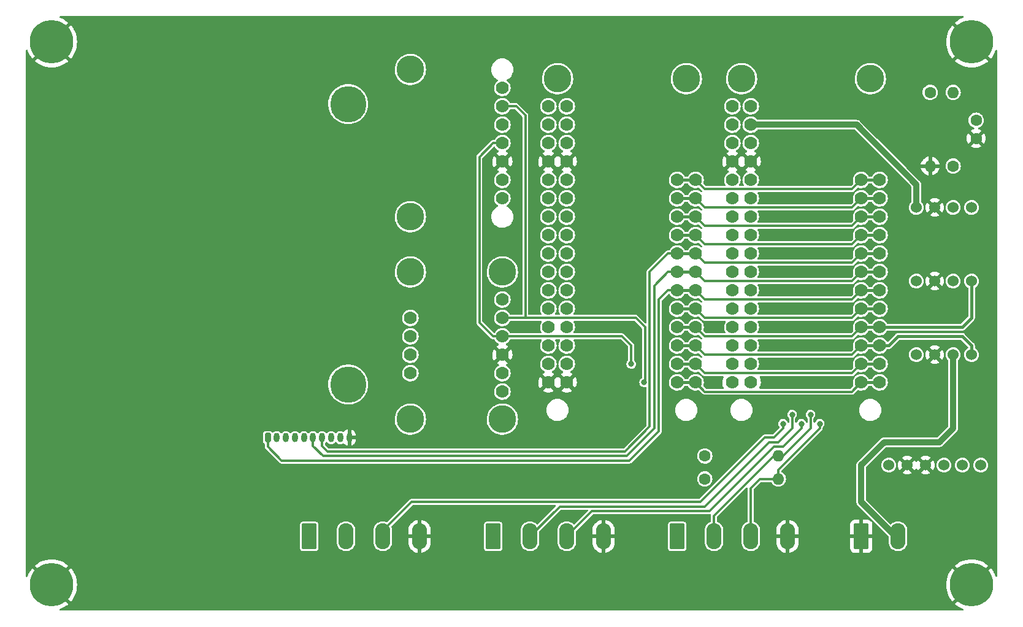
<source format=gbl>
G04 #@! TF.GenerationSoftware,KiCad,Pcbnew,(6.0.2-0)*
G04 #@! TF.CreationDate,2022-04-17T22:51:48-04:00*
G04 #@! TF.ProjectId,Cryologger AWS,4372796f-6c6f-4676-9765-72204157532e,rev?*
G04 #@! TF.SameCoordinates,Original*
G04 #@! TF.FileFunction,Copper,L2,Bot*
G04 #@! TF.FilePolarity,Positive*
%FSLAX46Y46*%
G04 Gerber Fmt 4.6, Leading zero omitted, Abs format (unit mm)*
G04 Created by KiCad (PCBNEW (6.0.2-0)) date 2022-04-17 22:51:48*
%MOMM*%
%LPD*%
G01*
G04 APERTURE LIST*
G04 Aperture macros list*
%AMRoundRect*
0 Rectangle with rounded corners*
0 $1 Rounding radius*
0 $2 $3 $4 $5 $6 $7 $8 $9 X,Y pos of 4 corners*
0 Add a 4 corners polygon primitive as box body*
4,1,4,$2,$3,$4,$5,$6,$7,$8,$9,$2,$3,0*
0 Add four circle primitives for the rounded corners*
1,1,$1+$1,$2,$3*
1,1,$1+$1,$4,$5*
1,1,$1+$1,$6,$7*
1,1,$1+$1,$8,$9*
0 Add four rect primitives between the rounded corners*
20,1,$1+$1,$2,$3,$4,$5,0*
20,1,$1+$1,$4,$5,$6,$7,0*
20,1,$1+$1,$6,$7,$8,$9,0*
20,1,$1+$1,$8,$9,$2,$3,0*%
G04 Aperture macros list end*
G04 #@! TA.AperFunction,ComponentPad*
%ADD10C,1.524000*%
G04 #@! TD*
G04 #@! TA.AperFunction,ComponentPad*
%ADD11C,6.000000*%
G04 #@! TD*
G04 #@! TA.AperFunction,ComponentPad*
%ADD12C,1.778000*%
G04 #@! TD*
G04 #@! TA.AperFunction,ComponentPad*
%ADD13C,3.810000*%
G04 #@! TD*
G04 #@! TA.AperFunction,ComponentPad*
%ADD14RoundRect,0.200000X-0.200000X-0.450000X0.200000X-0.450000X0.200000X0.450000X-0.200000X0.450000X0*%
G04 #@! TD*
G04 #@! TA.AperFunction,ComponentPad*
%ADD15O,0.800000X1.300000*%
G04 #@! TD*
G04 #@! TA.AperFunction,WasherPad*
%ADD16C,3.810000*%
G04 #@! TD*
G04 #@! TA.AperFunction,ComponentPad*
%ADD17O,1.600000X1.600000*%
G04 #@! TD*
G04 #@! TA.AperFunction,ComponentPad*
%ADD18C,1.600000*%
G04 #@! TD*
G04 #@! TA.AperFunction,ComponentPad*
%ADD19C,4.999990*%
G04 #@! TD*
G04 #@! TA.AperFunction,ComponentPad*
%ADD20RoundRect,0.249999X-0.790001X-1.550001X0.790001X-1.550001X0.790001X1.550001X-0.790001X1.550001X0*%
G04 #@! TD*
G04 #@! TA.AperFunction,ComponentPad*
%ADD21O,2.080000X3.600000*%
G04 #@! TD*
G04 #@! TA.AperFunction,ViaPad*
%ADD22C,0.800000*%
G04 #@! TD*
G04 #@! TA.AperFunction,Conductor*
%ADD23C,0.304800*%
G04 #@! TD*
G04 #@! TA.AperFunction,Conductor*
%ADD24C,0.812800*%
G04 #@! TD*
G04 #@! TA.AperFunction,Conductor*
%ADD25C,0.406400*%
G04 #@! TD*
G04 APERTURE END LIST*
D10*
X210820000Y-104140000D03*
X213360000Y-104140000D03*
X215900000Y-104140000D03*
X218440000Y-104140000D03*
X210820000Y-93980000D03*
X213360000Y-93980000D03*
X215900000Y-93980000D03*
X218440000Y-93980000D03*
X218440000Y-83820000D03*
X215900000Y-83820000D03*
X213360000Y-83820000D03*
X210820000Y-83820000D03*
D11*
X91440000Y-60960000D03*
D12*
X177800000Y-107950000D03*
X180340000Y-107950000D03*
X177800000Y-105410000D03*
X180340000Y-105410000D03*
X180340000Y-102870000D03*
X177800000Y-102870000D03*
X177800000Y-100330000D03*
X180340000Y-100330000D03*
X180340000Y-97790000D03*
X177800000Y-97790000D03*
X180340000Y-95250000D03*
X177800000Y-95250000D03*
X177800000Y-92710000D03*
X180340000Y-92710000D03*
X177800000Y-90170000D03*
X180340000Y-90170000D03*
X180340000Y-87630000D03*
X177800000Y-87630000D03*
X180340000Y-85090000D03*
X177800000Y-85090000D03*
X180340000Y-82550000D03*
X177800000Y-82550000D03*
X180340000Y-80010000D03*
X177800000Y-80010000D03*
X160020000Y-107950000D03*
X162560000Y-107950000D03*
X160020000Y-105410000D03*
X162560000Y-105410000D03*
X160020000Y-102870000D03*
X162560000Y-102870000D03*
X162560000Y-100330000D03*
X160020000Y-100330000D03*
X162560000Y-97790000D03*
X160020000Y-97790000D03*
X162560000Y-95250000D03*
X160020000Y-95250000D03*
X160020000Y-92710000D03*
X162560000Y-92710000D03*
X162560000Y-90170000D03*
X160020000Y-90170000D03*
X162560000Y-87630000D03*
X160020000Y-87630000D03*
X162560000Y-85090000D03*
X160020000Y-85090000D03*
X160020000Y-82550000D03*
X162560000Y-82550000D03*
X162560000Y-80010000D03*
X160020000Y-80010000D03*
X162560000Y-77470000D03*
X160020000Y-77470000D03*
X160020000Y-74930000D03*
X162560000Y-74930000D03*
X162560000Y-72390000D03*
X160020000Y-72390000D03*
X162560000Y-69850000D03*
X160020000Y-69850000D03*
D13*
X179070000Y-66040000D03*
X161290000Y-66040000D03*
D11*
X218440000Y-135890000D03*
X218440000Y-60960000D03*
D12*
X203200000Y-107950000D03*
X205740000Y-107950000D03*
X203200000Y-105410000D03*
X205740000Y-105410000D03*
X203200000Y-102870000D03*
X205740000Y-102870000D03*
X205740000Y-100330000D03*
X203200000Y-100330000D03*
X203200000Y-97790000D03*
X205740000Y-97790000D03*
X205740000Y-95250000D03*
X203200000Y-95250000D03*
X203200000Y-92710000D03*
X205740000Y-92710000D03*
X203200000Y-90170000D03*
X205740000Y-90170000D03*
X205740000Y-87630000D03*
X203200000Y-87630000D03*
X205740000Y-85090000D03*
X203200000Y-85090000D03*
X203200000Y-82550000D03*
X205740000Y-82550000D03*
X203200000Y-80010000D03*
X205740000Y-80010000D03*
X185420000Y-107950000D03*
X187960000Y-107950000D03*
X185420000Y-105410000D03*
X187960000Y-105410000D03*
X185420000Y-102870000D03*
X187960000Y-102870000D03*
X185420000Y-100330000D03*
X187960000Y-100330000D03*
X187960000Y-97790000D03*
X185420000Y-97790000D03*
X187960000Y-95250000D03*
X185420000Y-95250000D03*
X185420000Y-92710000D03*
X187960000Y-92710000D03*
X185420000Y-90170000D03*
X187960000Y-90170000D03*
X185420000Y-87630000D03*
X187960000Y-87630000D03*
X187960000Y-85090000D03*
X185420000Y-85090000D03*
X187960000Y-82550000D03*
X185420000Y-82550000D03*
X187960000Y-80010000D03*
X185420000Y-80010000D03*
X187960000Y-77470000D03*
X185420000Y-77470000D03*
X187960000Y-74930000D03*
X185420000Y-74930000D03*
X185420000Y-72390000D03*
X187960000Y-72390000D03*
X185420000Y-69850000D03*
X187960000Y-69850000D03*
D13*
X204470000Y-66040000D03*
X186690000Y-66040000D03*
D14*
X121285000Y-115570000D03*
D15*
X122535000Y-115570000D03*
X123785000Y-115570000D03*
X125035000Y-115570000D03*
X126285000Y-115570000D03*
X127535000Y-115570000D03*
X128785000Y-115570000D03*
X130035000Y-115570000D03*
X131285000Y-115570000D03*
X132535000Y-115570000D03*
D12*
X140970000Y-99060000D03*
X140970000Y-101600000D03*
X140970000Y-104140000D03*
X140970000Y-106680000D03*
X153670000Y-96520000D03*
X153670000Y-99060000D03*
X153670000Y-101600000D03*
X153670000Y-104140000D03*
X153670000Y-106680000D03*
X153670000Y-109220000D03*
D16*
X140970000Y-113030000D03*
X153670000Y-113030000D03*
X140970000Y-92710000D03*
X153670000Y-92710000D03*
D11*
X91440000Y-135890000D03*
D17*
X215900000Y-67925000D03*
D18*
X215900000Y-78085000D03*
X219075000Y-74275000D03*
X219075000Y-71775000D03*
D19*
X132380000Y-69550000D03*
X132380000Y-108250000D03*
D17*
X212725000Y-78085000D03*
D18*
X212725000Y-67925000D03*
D12*
X153670000Y-67310000D03*
X153670000Y-69850000D03*
X153670000Y-72390000D03*
X153670000Y-74930000D03*
X153670000Y-77470000D03*
X153670000Y-80010000D03*
X153670000Y-82550000D03*
D16*
X140970000Y-64770000D03*
X140970000Y-85090000D03*
D20*
X203200000Y-129191500D03*
D21*
X208280000Y-129191500D03*
D18*
X181610000Y-121285000D03*
D17*
X191770000Y-121285000D03*
D18*
X181610000Y-118110000D03*
D17*
X191770000Y-118110000D03*
D20*
X152400000Y-129191500D03*
D21*
X157480000Y-129191500D03*
X162560000Y-129191500D03*
X167640000Y-129191500D03*
X142240000Y-129191500D03*
X137160000Y-129191500D03*
X132080000Y-129191500D03*
D20*
X127000000Y-129191500D03*
D10*
X207010000Y-119380000D03*
X209550000Y-119380000D03*
X212090000Y-119380000D03*
X217170000Y-119380000D03*
X214630000Y-119380000D03*
X219710000Y-119380000D03*
D20*
X177800000Y-129191500D03*
D21*
X182880000Y-129191500D03*
X187960000Y-129191500D03*
X193040000Y-129191500D03*
D22*
X173228000Y-107950000D03*
X193040000Y-87630000D03*
X193040000Y-90170000D03*
X193040000Y-92710000D03*
X193040000Y-95250000D03*
X192405000Y-113665000D03*
X193675000Y-112395000D03*
X194945000Y-113665000D03*
X197485000Y-113665000D03*
X185420000Y-128905000D03*
X134620000Y-128905000D03*
X160020000Y-128905000D03*
X208915000Y-73025000D03*
X217170000Y-126365000D03*
X218440000Y-112395000D03*
X171450000Y-105410000D03*
X196215000Y-112395000D03*
X91440000Y-67310000D03*
X113030000Y-88900000D03*
X91440000Y-110490000D03*
X147320000Y-74930000D03*
X147320000Y-102870000D03*
X123190000Y-78740000D03*
X102870000Y-78740000D03*
X102870000Y-99060000D03*
X123190000Y-100330000D03*
X147320000Y-66040000D03*
X147320000Y-83820000D03*
X147320000Y-95250000D03*
X147320000Y-110490000D03*
X170180000Y-66040000D03*
X170180000Y-111760000D03*
X134620000Y-88900000D03*
X91440000Y-88900000D03*
X139700000Y-74930000D03*
X195580000Y-66040000D03*
X113030000Y-67310000D03*
X113030000Y-110490000D03*
X195580000Y-76200000D03*
X170180000Y-76200000D03*
X156210000Y-100330000D03*
X170180000Y-85090000D03*
X219075000Y-78105000D03*
X156210000Y-119888000D03*
X160020000Y-134620000D03*
X120015000Y-125730000D03*
X195580000Y-85090000D03*
X170180000Y-120015000D03*
X200025000Y-102870000D03*
X147320000Y-125476000D03*
X134620000Y-134620000D03*
X139700000Y-120015000D03*
X182880000Y-100330000D03*
X182626000Y-107950000D03*
X200025000Y-100330000D03*
X182694853Y-114132300D03*
X212090000Y-88265000D03*
X195580000Y-82550000D03*
X212090000Y-97790000D03*
X205740000Y-134620000D03*
X198120000Y-121285000D03*
X170180000Y-100330000D03*
X185420000Y-134620000D03*
X182880000Y-80010000D03*
X104775000Y-135890000D03*
X170180000Y-92710000D03*
D23*
X153670000Y-99060000D02*
X172085000Y-99060000D01*
X172085000Y-99060000D02*
X173355000Y-100330000D01*
X173355000Y-107823000D02*
X173228000Y-107950000D01*
X173355000Y-100330000D02*
X173355000Y-107823000D01*
X192405000Y-114300000D02*
X191135000Y-115570000D01*
X189865000Y-115570000D02*
X180975000Y-124460000D01*
X141131500Y-124460000D02*
X137160000Y-128431500D01*
X191135000Y-115570000D02*
X189865000Y-115570000D01*
X180975000Y-124460000D02*
X141131500Y-124460000D01*
X192405000Y-113665000D02*
X192405000Y-114300000D01*
X137160000Y-128431500D02*
X137160000Y-129191500D01*
X193675000Y-112395000D02*
X193675000Y-114300000D01*
X193675000Y-114300000D02*
X191770000Y-116205000D01*
X191770000Y-116205000D02*
X190500000Y-116205000D01*
X190500000Y-116205000D02*
X181610000Y-125095000D01*
X181610000Y-125095000D02*
X161576500Y-125095000D01*
X161576500Y-125095000D02*
X157480000Y-129191500D01*
X194945000Y-113665000D02*
X194945000Y-114300000D01*
X194945000Y-114300000D02*
X192405000Y-116840000D01*
X166021500Y-125730000D02*
X162560000Y-129191500D01*
X192405000Y-116840000D02*
X191135000Y-116840000D01*
X191135000Y-116840000D02*
X182245000Y-125730000D01*
X182245000Y-125730000D02*
X166021500Y-125730000D01*
X196215000Y-112395000D02*
X196215000Y-114300000D01*
X196215000Y-114300000D02*
X192405000Y-118110000D01*
X192405000Y-118110000D02*
X191770000Y-118110000D01*
X191770000Y-121285000D02*
X191770000Y-120015000D01*
X191770000Y-120015000D02*
X197485000Y-114300000D01*
X197485000Y-114300000D02*
X197485000Y-113665000D01*
X187960000Y-129191500D02*
X187960000Y-122555000D01*
X187960000Y-122555000D02*
X189230000Y-121285000D01*
X189230000Y-121285000D02*
X191770000Y-121285000D01*
X182880000Y-129191500D02*
X182880000Y-126365000D01*
X182880000Y-126365000D02*
X191135000Y-118110000D01*
X191135000Y-118110000D02*
X191770000Y-118110000D01*
X203200000Y-107950000D02*
X201908289Y-109241711D01*
X201908289Y-109241711D02*
X181631711Y-109241711D01*
X181631711Y-109241711D02*
X180340000Y-107950000D01*
X201930000Y-96520000D02*
X181610000Y-96520000D01*
X203200000Y-95250000D02*
X201930000Y-96520000D01*
X181610000Y-96520000D02*
X180340000Y-95250000D01*
D24*
X207931500Y-129191500D02*
X203200000Y-124460000D01*
X208280000Y-129191500D02*
X207931500Y-129191500D01*
X203200000Y-124460000D02*
X203200000Y-119380000D01*
X206375000Y-116205000D02*
X213995000Y-116205000D01*
X215900000Y-114300000D02*
X215900000Y-104140000D01*
X213995000Y-116205000D02*
X215900000Y-114300000D01*
X203200000Y-119380000D02*
X206375000Y-116205000D01*
D25*
X205740000Y-100330000D02*
X217170000Y-100330000D01*
X217170000Y-100330000D02*
X218440000Y-99060000D01*
X218440000Y-99060000D02*
X218440000Y-93980000D01*
X218440000Y-104140000D02*
X218440000Y-102870000D01*
X218440000Y-102870000D02*
X217170000Y-101600000D01*
X208280000Y-101600000D02*
X207010000Y-102870000D01*
X217170000Y-101600000D02*
X208280000Y-101600000D01*
X207010000Y-102870000D02*
X205740000Y-102870000D01*
D23*
X150495000Y-99695000D02*
X150495000Y-76835000D01*
X152400000Y-101600000D02*
X150495000Y-99695000D01*
X170180000Y-101600000D02*
X152400000Y-101600000D01*
X152400000Y-74930000D02*
X153670000Y-74930000D01*
X150495000Y-76835000D02*
X152400000Y-74930000D01*
X171450000Y-102870000D02*
X170180000Y-101600000D01*
X171450000Y-105410000D02*
X171450000Y-102870000D01*
X123190000Y-118745000D02*
X171196000Y-118745000D01*
D24*
X187960000Y-72390000D02*
X202565000Y-72390000D01*
X210820000Y-83820000D02*
X210820000Y-80645000D01*
X210820000Y-80645000D02*
X202565000Y-72390000D01*
D25*
X205740000Y-105410000D02*
X203200000Y-105410000D01*
D23*
X181610000Y-106680000D02*
X180340000Y-105410000D01*
D25*
X180340000Y-105410000D02*
X177800000Y-105410000D01*
D23*
X201930000Y-106680000D02*
X181610000Y-106680000D01*
X203200000Y-105410000D02*
X201930000Y-106680000D01*
X153670000Y-69850000D02*
X155575000Y-69850000D01*
D25*
X180340000Y-107950000D02*
X177800000Y-107950000D01*
D23*
X155575000Y-69850000D02*
X156845000Y-71120000D01*
X156845000Y-71120000D02*
X156845000Y-99060000D01*
D25*
X205740000Y-107950000D02*
X203200000Y-107950000D01*
D23*
X203200000Y-80010000D02*
X201930000Y-81280000D01*
X181610000Y-81280000D02*
X180340000Y-80010000D01*
X201930000Y-81280000D02*
X181610000Y-81280000D01*
D25*
X205740000Y-80010000D02*
X203200000Y-80010000D01*
X180340000Y-80010000D02*
X177800000Y-80010000D01*
X205740000Y-82550000D02*
X203200000Y-82550000D01*
D23*
X181610000Y-83820000D02*
X180340000Y-82550000D01*
X201930000Y-83820000D02*
X181610000Y-83820000D01*
X203200000Y-82550000D02*
X201930000Y-83820000D01*
D25*
X180340000Y-82550000D02*
X177800000Y-82550000D01*
X205740000Y-85090000D02*
X203200000Y-85090000D01*
D23*
X181610000Y-86360000D02*
X180340000Y-85090000D01*
X201930000Y-86360000D02*
X181610000Y-86360000D01*
X203200000Y-85090000D02*
X201930000Y-86360000D01*
D25*
X180340000Y-85090000D02*
X177800000Y-85090000D01*
D23*
X201930000Y-101600000D02*
X181610000Y-101600000D01*
D25*
X180340000Y-100330000D02*
X177800000Y-100330000D01*
D23*
X203200000Y-100330000D02*
X201930000Y-101600000D01*
X181610000Y-101600000D02*
X180340000Y-100330000D01*
D25*
X205740000Y-100330000D02*
X203200000Y-100330000D01*
X205740000Y-87630000D02*
X203200000Y-87630000D01*
D23*
X181610000Y-88900000D02*
X180340000Y-87630000D01*
X201930000Y-88900000D02*
X181610000Y-88900000D01*
X203200000Y-87630000D02*
X201930000Y-88900000D01*
D25*
X180340000Y-87630000D02*
X177800000Y-87630000D01*
D23*
X203200000Y-102870000D02*
X201930000Y-104140000D01*
D25*
X205740000Y-102870000D02*
X203200000Y-102870000D01*
D23*
X181610000Y-104140000D02*
X180340000Y-102870000D01*
D25*
X180340000Y-102870000D02*
X177800000Y-102870000D01*
D23*
X201930000Y-104140000D02*
X181610000Y-104140000D01*
X128785000Y-116720000D02*
X129540000Y-117475000D01*
D25*
X180340000Y-90170000D02*
X177800000Y-90170000D01*
D23*
X173990000Y-92710000D02*
X176530000Y-90170000D01*
X128785000Y-115570000D02*
X128785000Y-116720000D01*
X203200000Y-90170000D02*
X201930000Y-91440000D01*
D25*
X205740000Y-90170000D02*
X203200000Y-90170000D01*
D23*
X170561000Y-117475000D02*
X173990000Y-114046000D01*
X181610000Y-91440000D02*
X180340000Y-90170000D01*
X173990000Y-114046000D02*
X173990000Y-92710000D01*
X201930000Y-91440000D02*
X181610000Y-91440000D01*
X176530000Y-90170000D02*
X177800000Y-90170000D01*
X129540000Y-117475000D02*
X170561000Y-117475000D01*
D25*
X205740000Y-92710000D02*
X203200000Y-92710000D01*
D23*
X170815000Y-118110000D02*
X174625000Y-114300000D01*
X127535000Y-115570000D02*
X127535000Y-116740000D01*
X201930000Y-93980000D02*
X203200000Y-92710000D01*
X174625000Y-94615000D02*
X176530000Y-92710000D01*
X176530000Y-92710000D02*
X177800000Y-92710000D01*
X174625000Y-114300000D02*
X174625000Y-94615000D01*
X181610000Y-93980000D02*
X201930000Y-93980000D01*
X127535000Y-116740000D02*
X128905000Y-118110000D01*
X180340000Y-92710000D02*
X181610000Y-93980000D01*
D25*
X180340000Y-92710000D02*
X177800000Y-92710000D01*
D23*
X128905000Y-118110000D02*
X170815000Y-118110000D01*
D25*
X205740000Y-95250000D02*
X203200000Y-95250000D01*
D23*
X171196000Y-118745000D02*
X175260000Y-114681000D01*
X176530000Y-95250000D02*
X177800000Y-95250000D01*
X175260000Y-96520000D02*
X176530000Y-95250000D01*
D25*
X180340000Y-95250000D02*
X177800000Y-95250000D01*
D23*
X121285000Y-115570000D02*
X121285000Y-116840000D01*
X121285000Y-116840000D02*
X123190000Y-118745000D01*
X175260000Y-114681000D02*
X175260000Y-96520000D01*
D25*
X180340000Y-97790000D02*
X177800000Y-97790000D01*
D23*
X201930000Y-99060000D02*
X181610000Y-99060000D01*
X203200000Y-97790000D02*
X201930000Y-99060000D01*
X181610000Y-99060000D02*
X180340000Y-97790000D01*
D25*
X205740000Y-97790000D02*
X203200000Y-97790000D01*
G04 #@! TA.AperFunction,Conductor*
G36*
X217303161Y-57424002D02*
G01*
X217349654Y-57477658D01*
X217359758Y-57547932D01*
X217330264Y-57612512D01*
X217280194Y-57647631D01*
X217014292Y-57749701D01*
X217008275Y-57752380D01*
X216686532Y-57916317D01*
X216680823Y-57919613D01*
X216377984Y-58116279D01*
X216372662Y-58120146D01*
X216158366Y-58293678D01*
X216149900Y-58305933D01*
X216156234Y-58317024D01*
X221082110Y-63242900D01*
X221095186Y-63250040D01*
X221105554Y-63242582D01*
X221279854Y-63027338D01*
X221283721Y-63022016D01*
X221480387Y-62719177D01*
X221483683Y-62713468D01*
X221647620Y-62391725D01*
X221650299Y-62385708D01*
X221752369Y-62119806D01*
X221795455Y-62063377D01*
X221862208Y-62039201D01*
X221931436Y-62054952D01*
X221981157Y-62105630D01*
X221996000Y-62164960D01*
X221996000Y-134685040D01*
X221975998Y-134753161D01*
X221922342Y-134799654D01*
X221852068Y-134809758D01*
X221787488Y-134780264D01*
X221752369Y-134730194D01*
X221650299Y-134464292D01*
X221647620Y-134458275D01*
X221483683Y-134136532D01*
X221480387Y-134130823D01*
X221283721Y-133827984D01*
X221279854Y-133822662D01*
X221106322Y-133608366D01*
X221094067Y-133599900D01*
X221082976Y-133606234D01*
X216157100Y-138532110D01*
X216149960Y-138545186D01*
X216157418Y-138555554D01*
X216372662Y-138729854D01*
X216377984Y-138733721D01*
X216680823Y-138930387D01*
X216686532Y-138933683D01*
X217008275Y-139097620D01*
X217014292Y-139100299D01*
X217280194Y-139202369D01*
X217336623Y-139245455D01*
X217360799Y-139312208D01*
X217345048Y-139381436D01*
X217294370Y-139431157D01*
X217235040Y-139446000D01*
X92644960Y-139446000D01*
X92576839Y-139425998D01*
X92530346Y-139372342D01*
X92520242Y-139302068D01*
X92549736Y-139237488D01*
X92599806Y-139202369D01*
X92865708Y-139100299D01*
X92871725Y-139097620D01*
X93193468Y-138933683D01*
X93199177Y-138930387D01*
X93502016Y-138733721D01*
X93507338Y-138729854D01*
X93721634Y-138556322D01*
X93730100Y-138544067D01*
X93723766Y-138532976D01*
X91081922Y-135891132D01*
X91804408Y-135891132D01*
X91804539Y-135892965D01*
X91808790Y-135899580D01*
X94082110Y-138172900D01*
X94095186Y-138180040D01*
X94105554Y-138172582D01*
X94279854Y-137957338D01*
X94283721Y-137952016D01*
X94480387Y-137649177D01*
X94483683Y-137643468D01*
X94647620Y-137321725D01*
X94650296Y-137315714D01*
X94779700Y-136978605D01*
X94781740Y-136972328D01*
X94875198Y-136623537D01*
X94876567Y-136617099D01*
X94933055Y-136260440D01*
X94933743Y-136253896D01*
X94952641Y-135893301D01*
X214927359Y-135893301D01*
X214946257Y-136253896D01*
X214946945Y-136260440D01*
X215003433Y-136617099D01*
X215004802Y-136623537D01*
X215098260Y-136972328D01*
X215100300Y-136978605D01*
X215229704Y-137315714D01*
X215232380Y-137321725D01*
X215396317Y-137643468D01*
X215399613Y-137649177D01*
X215596279Y-137952016D01*
X215600146Y-137957338D01*
X215773678Y-138171634D01*
X215785933Y-138180100D01*
X215797024Y-138173766D01*
X218067978Y-135902812D01*
X218075592Y-135888868D01*
X218075461Y-135887035D01*
X218071210Y-135880420D01*
X215797890Y-133607100D01*
X215784814Y-133599960D01*
X215774446Y-133607418D01*
X215600146Y-133822662D01*
X215596279Y-133827984D01*
X215399613Y-134130823D01*
X215396317Y-134136532D01*
X215232380Y-134458275D01*
X215229704Y-134464286D01*
X215100300Y-134801395D01*
X215098260Y-134807672D01*
X215004802Y-135156463D01*
X215003433Y-135162901D01*
X214946945Y-135519560D01*
X214946257Y-135526104D01*
X214927359Y-135886699D01*
X214927359Y-135893301D01*
X94952641Y-135893301D01*
X94952641Y-135886699D01*
X94933743Y-135526104D01*
X94933055Y-135519560D01*
X94876567Y-135162901D01*
X94875198Y-135156463D01*
X94781740Y-134807672D01*
X94779700Y-134801395D01*
X94650296Y-134464286D01*
X94647620Y-134458275D01*
X94483683Y-134136532D01*
X94480387Y-134130823D01*
X94283721Y-133827984D01*
X94279854Y-133822662D01*
X94106322Y-133608366D01*
X94094067Y-133599900D01*
X94082976Y-133606234D01*
X91812022Y-135877188D01*
X91804408Y-135891132D01*
X91081922Y-135891132D01*
X88797890Y-133607100D01*
X88784814Y-133599960D01*
X88774446Y-133607418D01*
X88600146Y-133822662D01*
X88596279Y-133827984D01*
X88399613Y-134130823D01*
X88396317Y-134136532D01*
X88232380Y-134458275D01*
X88229701Y-134464292D01*
X88127631Y-134730194D01*
X88084545Y-134786623D01*
X88017792Y-134810799D01*
X87948564Y-134795048D01*
X87898843Y-134744370D01*
X87884000Y-134685040D01*
X87884000Y-133235933D01*
X89149900Y-133235933D01*
X89156234Y-133247024D01*
X91427188Y-135517978D01*
X91441132Y-135525592D01*
X91442965Y-135525461D01*
X91449580Y-135521210D01*
X93722900Y-133247890D01*
X93729429Y-133235933D01*
X216149900Y-133235933D01*
X216156234Y-133247024D01*
X218427188Y-135517978D01*
X218441132Y-135525592D01*
X218442965Y-135525461D01*
X218449580Y-135521210D01*
X220722900Y-133247890D01*
X220730040Y-133234814D01*
X220722582Y-133224446D01*
X220507338Y-133050146D01*
X220502016Y-133046279D01*
X220199177Y-132849613D01*
X220193468Y-132846317D01*
X219871725Y-132682380D01*
X219865714Y-132679704D01*
X219528605Y-132550300D01*
X219522328Y-132548260D01*
X219173537Y-132454802D01*
X219167099Y-132453433D01*
X218810440Y-132396945D01*
X218803896Y-132396257D01*
X218443301Y-132377359D01*
X218436699Y-132377359D01*
X218076104Y-132396257D01*
X218069560Y-132396945D01*
X217712901Y-132453433D01*
X217706463Y-132454802D01*
X217357672Y-132548260D01*
X217351395Y-132550300D01*
X217014286Y-132679704D01*
X217008275Y-132682380D01*
X216686532Y-132846317D01*
X216680823Y-132849613D01*
X216377984Y-133046279D01*
X216372662Y-133050146D01*
X216158366Y-133223678D01*
X216149900Y-133235933D01*
X93729429Y-133235933D01*
X93730040Y-133234814D01*
X93722582Y-133224446D01*
X93507338Y-133050146D01*
X93502016Y-133046279D01*
X93199177Y-132849613D01*
X93193468Y-132846317D01*
X92871725Y-132682380D01*
X92865714Y-132679704D01*
X92528605Y-132550300D01*
X92522328Y-132548260D01*
X92173537Y-132454802D01*
X92167099Y-132453433D01*
X91810440Y-132396945D01*
X91803896Y-132396257D01*
X91443301Y-132377359D01*
X91436699Y-132377359D01*
X91076104Y-132396257D01*
X91069560Y-132396945D01*
X90712901Y-132453433D01*
X90706463Y-132454802D01*
X90357672Y-132548260D01*
X90351395Y-132550300D01*
X90014286Y-132679704D01*
X90008275Y-132682380D01*
X89686532Y-132846317D01*
X89680823Y-132849613D01*
X89377984Y-133046279D01*
X89372662Y-133050146D01*
X89158366Y-133223678D01*
X89149900Y-133235933D01*
X87884000Y-133235933D01*
X87884000Y-127593743D01*
X125705500Y-127593743D01*
X125705501Y-130789256D01*
X125705870Y-130792650D01*
X125705870Y-130792656D01*
X125706322Y-130796812D01*
X125712202Y-130850949D01*
X125762929Y-130986265D01*
X125768309Y-130993444D01*
X125768311Y-130993447D01*
X125826782Y-131071464D01*
X125849596Y-131101904D01*
X125856777Y-131107286D01*
X125958053Y-131183189D01*
X125958056Y-131183191D01*
X125965235Y-131188571D01*
X126048198Y-131219672D01*
X126093156Y-131236526D01*
X126093158Y-131236526D01*
X126100551Y-131239298D01*
X126108401Y-131240151D01*
X126108402Y-131240151D01*
X126158837Y-131245630D01*
X126162243Y-131246000D01*
X126999877Y-131246000D01*
X127837756Y-131245999D01*
X127841150Y-131245630D01*
X127841156Y-131245630D01*
X127891591Y-131240152D01*
X127891595Y-131240151D01*
X127899449Y-131239298D01*
X128034765Y-131188571D01*
X128041944Y-131183191D01*
X128041947Y-131183189D01*
X128143223Y-131107286D01*
X128150404Y-131101904D01*
X128173218Y-131071464D01*
X128231689Y-130993447D01*
X128231691Y-130993444D01*
X128237071Y-130986265D01*
X128273378Y-130889415D01*
X128285026Y-130858344D01*
X128285026Y-130858342D01*
X128287798Y-130850949D01*
X128294500Y-130789257D01*
X128294500Y-130008023D01*
X130785500Y-130008023D01*
X130785738Y-130010739D01*
X130785738Y-130010748D01*
X130790133Y-130060982D01*
X130800296Y-130177146D01*
X130858921Y-130395936D01*
X130954648Y-130601222D01*
X131084567Y-130786767D01*
X131244733Y-130946933D01*
X131249241Y-130950090D01*
X131249244Y-130950092D01*
X131422582Y-131071464D01*
X131430277Y-131076852D01*
X131435259Y-131079175D01*
X131435264Y-131079178D01*
X131618637Y-131164686D01*
X131635564Y-131172579D01*
X131640872Y-131174001D01*
X131640874Y-131174002D01*
X131707002Y-131191721D01*
X131854354Y-131231204D01*
X132080000Y-131250945D01*
X132305646Y-131231204D01*
X132452998Y-131191721D01*
X132519126Y-131174002D01*
X132519128Y-131174001D01*
X132524436Y-131172579D01*
X132529418Y-131170256D01*
X132724741Y-131079175D01*
X132724744Y-131079173D01*
X132729722Y-131076852D01*
X132915267Y-130946933D01*
X133075433Y-130786767D01*
X133205352Y-130601222D01*
X133301079Y-130395936D01*
X133359704Y-130177146D01*
X133369867Y-130060982D01*
X133374262Y-130010748D01*
X133374262Y-130010739D01*
X133374500Y-130008023D01*
X135865500Y-130008023D01*
X135865738Y-130010739D01*
X135865738Y-130010748D01*
X135870133Y-130060982D01*
X135880296Y-130177146D01*
X135938921Y-130395936D01*
X136034648Y-130601222D01*
X136164567Y-130786767D01*
X136324733Y-130946933D01*
X136329241Y-130950090D01*
X136329244Y-130950092D01*
X136502582Y-131071464D01*
X136510277Y-131076852D01*
X136515259Y-131079175D01*
X136515264Y-131079178D01*
X136698637Y-131164686D01*
X136715564Y-131172579D01*
X136720872Y-131174001D01*
X136720874Y-131174002D01*
X136787002Y-131191721D01*
X136934354Y-131231204D01*
X137160000Y-131250945D01*
X137385646Y-131231204D01*
X137532998Y-131191721D01*
X137599126Y-131174002D01*
X137599128Y-131174001D01*
X137604436Y-131172579D01*
X137609418Y-131170256D01*
X137804741Y-131079175D01*
X137804744Y-131079173D01*
X137809722Y-131076852D01*
X137995267Y-130946933D01*
X138155433Y-130786767D01*
X138285352Y-130601222D01*
X138381079Y-130395936D01*
X138439704Y-130177146D01*
X138449867Y-130060982D01*
X138454190Y-130011572D01*
X140692000Y-130011572D01*
X140692202Y-130016604D01*
X140706536Y-130194759D01*
X140708148Y-130204712D01*
X140765154Y-130436800D01*
X140768337Y-130446370D01*
X140861718Y-130666360D01*
X140866392Y-130675299D01*
X140993739Y-130877524D01*
X140999780Y-130885599D01*
X141157827Y-131064868D01*
X141165079Y-131071871D01*
X141349750Y-131223562D01*
X141358033Y-131229318D01*
X141564579Y-131349531D01*
X141573684Y-131353893D01*
X141796785Y-131439534D01*
X141806474Y-131442385D01*
X141968264Y-131476185D01*
X141982325Y-131475062D01*
X141986000Y-131464954D01*
X141986000Y-131462358D01*
X142494000Y-131462358D01*
X142498136Y-131476444D01*
X142511114Y-131478493D01*
X142536631Y-131475540D01*
X142546521Y-131473581D01*
X142776476Y-131408511D01*
X142785927Y-131404997D01*
X143002528Y-131303994D01*
X143011292Y-131299015D01*
X143208951Y-131164686D01*
X143216815Y-131158362D01*
X143390451Y-130994164D01*
X143397210Y-130986657D01*
X143542357Y-130796812D01*
X143547821Y-130788333D01*
X143660752Y-130577717D01*
X143664792Y-130568471D01*
X143742596Y-130342513D01*
X143745107Y-130332732D01*
X143785969Y-130096166D01*
X143786824Y-130088294D01*
X143787936Y-130063815D01*
X143788000Y-130060982D01*
X143788000Y-129463615D01*
X143783525Y-129448376D01*
X143782135Y-129447171D01*
X143774452Y-129445500D01*
X142512115Y-129445500D01*
X142496876Y-129449975D01*
X142495671Y-129451365D01*
X142494000Y-129459048D01*
X142494000Y-131462358D01*
X141986000Y-131462358D01*
X141986000Y-129463615D01*
X141981525Y-129448376D01*
X141980135Y-129447171D01*
X141972452Y-129445500D01*
X140710115Y-129445500D01*
X140694876Y-129449975D01*
X140693671Y-129451365D01*
X140692000Y-129459048D01*
X140692000Y-130011572D01*
X138454190Y-130011572D01*
X138454262Y-130010748D01*
X138454262Y-130010739D01*
X138454500Y-130008023D01*
X138454500Y-128919385D01*
X140692000Y-128919385D01*
X140696475Y-128934624D01*
X140697865Y-128935829D01*
X140705548Y-128937500D01*
X141967885Y-128937500D01*
X141983124Y-128933025D01*
X141984329Y-128931635D01*
X141986000Y-128923952D01*
X141986000Y-128919385D01*
X142494000Y-128919385D01*
X142498475Y-128934624D01*
X142499865Y-128935829D01*
X142507548Y-128937500D01*
X143769885Y-128937500D01*
X143785124Y-128933025D01*
X143786329Y-128931635D01*
X143788000Y-128923952D01*
X143788000Y-128371428D01*
X143787798Y-128366396D01*
X143773464Y-128188241D01*
X143771852Y-128178288D01*
X143714846Y-127946200D01*
X143711663Y-127936630D01*
X143618282Y-127716640D01*
X143613608Y-127707701D01*
X143541845Y-127593743D01*
X151105500Y-127593743D01*
X151105501Y-130789256D01*
X151105870Y-130792650D01*
X151105870Y-130792656D01*
X151106322Y-130796812D01*
X151112202Y-130850949D01*
X151162929Y-130986265D01*
X151168309Y-130993444D01*
X151168311Y-130993447D01*
X151226782Y-131071464D01*
X151249596Y-131101904D01*
X151256777Y-131107286D01*
X151358053Y-131183189D01*
X151358056Y-131183191D01*
X151365235Y-131188571D01*
X151448198Y-131219672D01*
X151493156Y-131236526D01*
X151493158Y-131236526D01*
X151500551Y-131239298D01*
X151508401Y-131240151D01*
X151508402Y-131240151D01*
X151558837Y-131245630D01*
X151562243Y-131246000D01*
X152399877Y-131246000D01*
X153237756Y-131245999D01*
X153241150Y-131245630D01*
X153241156Y-131245630D01*
X153291591Y-131240152D01*
X153291595Y-131240151D01*
X153299449Y-131239298D01*
X153434765Y-131188571D01*
X153441944Y-131183191D01*
X153441947Y-131183189D01*
X153543223Y-131107286D01*
X153550404Y-131101904D01*
X153573218Y-131071464D01*
X153631689Y-130993447D01*
X153631691Y-130993444D01*
X153637071Y-130986265D01*
X153673378Y-130889415D01*
X153685026Y-130858344D01*
X153685026Y-130858342D01*
X153687798Y-130850949D01*
X153694500Y-130789257D01*
X153694499Y-127593744D01*
X153694130Y-127590344D01*
X153688652Y-127539909D01*
X153688651Y-127539905D01*
X153687798Y-127532051D01*
X153637071Y-127396735D01*
X153631691Y-127389556D01*
X153631689Y-127389553D01*
X153555786Y-127288277D01*
X153550404Y-127281096D01*
X153541478Y-127274406D01*
X153441947Y-127199811D01*
X153441944Y-127199809D01*
X153434765Y-127194429D01*
X153321040Y-127151796D01*
X153306844Y-127146474D01*
X153306842Y-127146474D01*
X153299449Y-127143702D01*
X153291599Y-127142849D01*
X153291598Y-127142849D01*
X153241154Y-127137369D01*
X153241153Y-127137369D01*
X153237757Y-127137000D01*
X152400123Y-127137000D01*
X151562244Y-127137001D01*
X151558850Y-127137370D01*
X151558844Y-127137370D01*
X151508409Y-127142848D01*
X151508405Y-127142849D01*
X151500551Y-127143702D01*
X151365235Y-127194429D01*
X151358056Y-127199809D01*
X151358053Y-127199811D01*
X151258522Y-127274406D01*
X151249596Y-127281096D01*
X151244214Y-127288277D01*
X151168311Y-127389553D01*
X151168309Y-127389556D01*
X151162929Y-127396735D01*
X151132129Y-127478896D01*
X151125192Y-127497401D01*
X151112202Y-127532051D01*
X151105500Y-127593743D01*
X143541845Y-127593743D01*
X143486261Y-127505476D01*
X143480220Y-127497401D01*
X143322173Y-127318132D01*
X143314921Y-127311129D01*
X143130250Y-127159438D01*
X143121967Y-127153682D01*
X142915421Y-127033469D01*
X142906316Y-127029107D01*
X142683215Y-126943466D01*
X142673526Y-126940615D01*
X142511736Y-126906815D01*
X142497675Y-126907938D01*
X142494000Y-126918046D01*
X142494000Y-128919385D01*
X141986000Y-128919385D01*
X141986000Y-126920642D01*
X141981864Y-126906556D01*
X141968886Y-126904507D01*
X141943369Y-126907460D01*
X141933479Y-126909419D01*
X141703524Y-126974489D01*
X141694073Y-126978003D01*
X141477472Y-127079006D01*
X141468708Y-127083985D01*
X141271049Y-127218314D01*
X141263185Y-127224638D01*
X141089549Y-127388836D01*
X141082790Y-127396343D01*
X140937643Y-127586188D01*
X140932179Y-127594667D01*
X140819248Y-127805283D01*
X140815208Y-127814529D01*
X140737404Y-128040487D01*
X140734893Y-128050268D01*
X140694031Y-128286834D01*
X140693176Y-128294706D01*
X140692064Y-128319185D01*
X140692000Y-128322018D01*
X140692000Y-128919385D01*
X138454500Y-128919385D01*
X138454500Y-128374977D01*
X138453750Y-128366396D01*
X138440183Y-128211333D01*
X138439704Y-128205854D01*
X138381079Y-127987064D01*
X138354380Y-127929808D01*
X138343719Y-127859616D01*
X138372699Y-127794804D01*
X138379480Y-127787463D01*
X141263138Y-124903805D01*
X141325450Y-124869779D01*
X141352233Y-124866900D01*
X160924967Y-124866900D01*
X160993088Y-124886902D01*
X161039581Y-124940558D01*
X161049685Y-125010832D01*
X161020191Y-125075412D01*
X161014062Y-125081995D01*
X158576722Y-127519335D01*
X158514412Y-127553359D01*
X158443597Y-127548295D01*
X158398534Y-127519334D01*
X158315267Y-127436067D01*
X158310759Y-127432910D01*
X158310756Y-127432908D01*
X158134232Y-127309305D01*
X158134229Y-127309303D01*
X158129723Y-127306148D01*
X158124741Y-127303825D01*
X158124736Y-127303822D01*
X157929418Y-127212744D01*
X157929417Y-127212743D01*
X157924436Y-127210421D01*
X157919128Y-127208999D01*
X157919126Y-127208998D01*
X157810624Y-127179925D01*
X157705646Y-127151796D01*
X157480000Y-127132055D01*
X157254354Y-127151796D01*
X157149376Y-127179925D01*
X157040874Y-127208998D01*
X157040872Y-127208999D01*
X157035564Y-127210421D01*
X157030584Y-127212743D01*
X157030582Y-127212744D01*
X156835259Y-127303825D01*
X156835256Y-127303827D01*
X156830278Y-127306148D01*
X156644733Y-127436067D01*
X156484567Y-127596233D01*
X156354648Y-127781778D01*
X156258921Y-127987064D01*
X156200296Y-128205854D01*
X156199817Y-128211333D01*
X156186251Y-128366396D01*
X156185500Y-128374977D01*
X156185500Y-130008023D01*
X156185738Y-130010739D01*
X156185738Y-130010748D01*
X156190133Y-130060982D01*
X156200296Y-130177146D01*
X156258921Y-130395936D01*
X156354648Y-130601222D01*
X156484567Y-130786767D01*
X156644733Y-130946933D01*
X156649241Y-130950090D01*
X156649244Y-130950092D01*
X156822582Y-131071464D01*
X156830277Y-131076852D01*
X156835259Y-131079175D01*
X156835264Y-131079178D01*
X157018637Y-131164686D01*
X157035564Y-131172579D01*
X157040872Y-131174001D01*
X157040874Y-131174002D01*
X157107002Y-131191721D01*
X157254354Y-131231204D01*
X157480000Y-131250945D01*
X157705646Y-131231204D01*
X157852998Y-131191721D01*
X157919126Y-131174002D01*
X157919128Y-131174001D01*
X157924436Y-131172579D01*
X157929418Y-131170256D01*
X158124741Y-131079175D01*
X158124744Y-131079173D01*
X158129722Y-131076852D01*
X158315267Y-130946933D01*
X158475433Y-130786767D01*
X158605352Y-130601222D01*
X158701079Y-130395936D01*
X158759704Y-130177146D01*
X158769867Y-130060982D01*
X158774262Y-130010748D01*
X158774262Y-130010739D01*
X158774500Y-130008023D01*
X158774500Y-128524633D01*
X158794502Y-128456512D01*
X158811405Y-128435538D01*
X161708138Y-125538805D01*
X161770450Y-125504779D01*
X161797233Y-125501900D01*
X165369966Y-125501900D01*
X165438087Y-125521902D01*
X165484580Y-125575558D01*
X165494684Y-125645832D01*
X165465190Y-125710412D01*
X165459061Y-125716995D01*
X163656723Y-127519333D01*
X163594411Y-127553359D01*
X163523596Y-127548294D01*
X163478533Y-127519333D01*
X163395267Y-127436067D01*
X163390759Y-127432910D01*
X163390756Y-127432908D01*
X163214232Y-127309305D01*
X163214229Y-127309303D01*
X163209723Y-127306148D01*
X163204741Y-127303825D01*
X163204736Y-127303822D01*
X163009418Y-127212744D01*
X163009417Y-127212743D01*
X163004436Y-127210421D01*
X162999128Y-127208999D01*
X162999126Y-127208998D01*
X162890624Y-127179925D01*
X162785646Y-127151796D01*
X162560000Y-127132055D01*
X162334354Y-127151796D01*
X162229376Y-127179925D01*
X162120874Y-127208998D01*
X162120872Y-127208999D01*
X162115564Y-127210421D01*
X162110584Y-127212743D01*
X162110582Y-127212744D01*
X161915259Y-127303825D01*
X161915256Y-127303827D01*
X161910278Y-127306148D01*
X161724733Y-127436067D01*
X161564567Y-127596233D01*
X161434648Y-127781778D01*
X161338921Y-127987064D01*
X161280296Y-128205854D01*
X161279817Y-128211333D01*
X161266251Y-128366396D01*
X161265500Y-128374977D01*
X161265500Y-130008023D01*
X161265738Y-130010739D01*
X161265738Y-130010748D01*
X161270133Y-130060982D01*
X161280296Y-130177146D01*
X161338921Y-130395936D01*
X161434648Y-130601222D01*
X161564567Y-130786767D01*
X161724733Y-130946933D01*
X161729241Y-130950090D01*
X161729244Y-130950092D01*
X161902582Y-131071464D01*
X161910277Y-131076852D01*
X161915259Y-131079175D01*
X161915264Y-131079178D01*
X162098637Y-131164686D01*
X162115564Y-131172579D01*
X162120872Y-131174001D01*
X162120874Y-131174002D01*
X162187002Y-131191721D01*
X162334354Y-131231204D01*
X162560000Y-131250945D01*
X162785646Y-131231204D01*
X162932998Y-131191721D01*
X162999126Y-131174002D01*
X162999128Y-131174001D01*
X163004436Y-131172579D01*
X163009418Y-131170256D01*
X163204741Y-131079175D01*
X163204744Y-131079173D01*
X163209722Y-131076852D01*
X163395267Y-130946933D01*
X163555433Y-130786767D01*
X163685352Y-130601222D01*
X163781079Y-130395936D01*
X163839704Y-130177146D01*
X163849867Y-130060982D01*
X163854190Y-130011572D01*
X166092000Y-130011572D01*
X166092202Y-130016604D01*
X166106536Y-130194759D01*
X166108148Y-130204712D01*
X166165154Y-130436800D01*
X166168337Y-130446370D01*
X166261718Y-130666360D01*
X166266392Y-130675299D01*
X166393739Y-130877524D01*
X166399780Y-130885599D01*
X166557827Y-131064868D01*
X166565079Y-131071871D01*
X166749750Y-131223562D01*
X166758033Y-131229318D01*
X166964579Y-131349531D01*
X166973684Y-131353893D01*
X167196785Y-131439534D01*
X167206474Y-131442385D01*
X167368264Y-131476185D01*
X167382325Y-131475062D01*
X167386000Y-131464954D01*
X167386000Y-131462358D01*
X167894000Y-131462358D01*
X167898136Y-131476444D01*
X167911114Y-131478493D01*
X167936631Y-131475540D01*
X167946521Y-131473581D01*
X168176476Y-131408511D01*
X168185927Y-131404997D01*
X168402528Y-131303994D01*
X168411292Y-131299015D01*
X168608951Y-131164686D01*
X168616815Y-131158362D01*
X168790451Y-130994164D01*
X168797210Y-130986657D01*
X168942357Y-130796812D01*
X168947821Y-130788333D01*
X169060752Y-130577717D01*
X169064792Y-130568471D01*
X169142596Y-130342513D01*
X169145107Y-130332732D01*
X169185969Y-130096166D01*
X169186824Y-130088294D01*
X169187936Y-130063815D01*
X169188000Y-130060982D01*
X169188000Y-129463615D01*
X169183525Y-129448376D01*
X169182135Y-129447171D01*
X169174452Y-129445500D01*
X167912115Y-129445500D01*
X167896876Y-129449975D01*
X167895671Y-129451365D01*
X167894000Y-129459048D01*
X167894000Y-131462358D01*
X167386000Y-131462358D01*
X167386000Y-129463615D01*
X167381525Y-129448376D01*
X167380135Y-129447171D01*
X167372452Y-129445500D01*
X166110115Y-129445500D01*
X166094876Y-129449975D01*
X166093671Y-129451365D01*
X166092000Y-129459048D01*
X166092000Y-130011572D01*
X163854190Y-130011572D01*
X163854262Y-130010748D01*
X163854262Y-130010739D01*
X163854500Y-130008023D01*
X163854500Y-128919385D01*
X166092000Y-128919385D01*
X166096475Y-128934624D01*
X166097865Y-128935829D01*
X166105548Y-128937500D01*
X167367885Y-128937500D01*
X167383124Y-128933025D01*
X167384329Y-128931635D01*
X167386000Y-128923952D01*
X167386000Y-128919385D01*
X167894000Y-128919385D01*
X167898475Y-128934624D01*
X167899865Y-128935829D01*
X167907548Y-128937500D01*
X169169885Y-128937500D01*
X169185124Y-128933025D01*
X169186329Y-128931635D01*
X169188000Y-128923952D01*
X169188000Y-128371428D01*
X169187798Y-128366396D01*
X169173464Y-128188241D01*
X169171852Y-128178288D01*
X169114846Y-127946200D01*
X169111663Y-127936630D01*
X169018282Y-127716640D01*
X169013608Y-127707701D01*
X168941845Y-127593743D01*
X176505500Y-127593743D01*
X176505501Y-130789256D01*
X176505870Y-130792650D01*
X176505870Y-130792656D01*
X176506322Y-130796812D01*
X176512202Y-130850949D01*
X176562929Y-130986265D01*
X176568309Y-130993444D01*
X176568311Y-130993447D01*
X176626782Y-131071464D01*
X176649596Y-131101904D01*
X176656777Y-131107286D01*
X176758053Y-131183189D01*
X176758056Y-131183191D01*
X176765235Y-131188571D01*
X176848198Y-131219672D01*
X176893156Y-131236526D01*
X176893158Y-131236526D01*
X176900551Y-131239298D01*
X176908401Y-131240151D01*
X176908402Y-131240151D01*
X176958837Y-131245630D01*
X176962243Y-131246000D01*
X177799877Y-131246000D01*
X178637756Y-131245999D01*
X178641150Y-131245630D01*
X178641156Y-131245630D01*
X178691591Y-131240152D01*
X178691595Y-131240151D01*
X178699449Y-131239298D01*
X178834765Y-131188571D01*
X178841944Y-131183191D01*
X178841947Y-131183189D01*
X178943223Y-131107286D01*
X178950404Y-131101904D01*
X178973218Y-131071464D01*
X179031689Y-130993447D01*
X179031691Y-130993444D01*
X179037071Y-130986265D01*
X179073378Y-130889415D01*
X179085026Y-130858344D01*
X179085026Y-130858342D01*
X179087798Y-130850949D01*
X179094500Y-130789257D01*
X179094499Y-127593744D01*
X179094130Y-127590344D01*
X179088652Y-127539909D01*
X179088651Y-127539905D01*
X179087798Y-127532051D01*
X179037071Y-127396735D01*
X179031691Y-127389556D01*
X179031689Y-127389553D01*
X178955786Y-127288277D01*
X178950404Y-127281096D01*
X178941478Y-127274406D01*
X178841947Y-127199811D01*
X178841944Y-127199809D01*
X178834765Y-127194429D01*
X178721040Y-127151796D01*
X178706844Y-127146474D01*
X178706842Y-127146474D01*
X178699449Y-127143702D01*
X178691599Y-127142849D01*
X178691598Y-127142849D01*
X178641154Y-127137369D01*
X178641153Y-127137369D01*
X178637757Y-127137000D01*
X177800123Y-127137000D01*
X176962244Y-127137001D01*
X176958850Y-127137370D01*
X176958844Y-127137370D01*
X176908409Y-127142848D01*
X176908405Y-127142849D01*
X176900551Y-127143702D01*
X176765235Y-127194429D01*
X176758056Y-127199809D01*
X176758053Y-127199811D01*
X176658522Y-127274406D01*
X176649596Y-127281096D01*
X176644214Y-127288277D01*
X176568311Y-127389553D01*
X176568309Y-127389556D01*
X176562929Y-127396735D01*
X176532129Y-127478896D01*
X176525192Y-127497401D01*
X176512202Y-127532051D01*
X176505500Y-127593743D01*
X168941845Y-127593743D01*
X168886261Y-127505476D01*
X168880220Y-127497401D01*
X168722173Y-127318132D01*
X168714921Y-127311129D01*
X168530250Y-127159438D01*
X168521967Y-127153682D01*
X168315421Y-127033469D01*
X168306316Y-127029107D01*
X168083215Y-126943466D01*
X168073526Y-126940615D01*
X167911736Y-126906815D01*
X167897675Y-126907938D01*
X167894000Y-126918046D01*
X167894000Y-128919385D01*
X167386000Y-128919385D01*
X167386000Y-126920642D01*
X167381864Y-126906556D01*
X167368886Y-126904507D01*
X167343369Y-126907460D01*
X167333479Y-126909419D01*
X167103524Y-126974489D01*
X167094073Y-126978003D01*
X166877472Y-127079006D01*
X166868708Y-127083985D01*
X166671049Y-127218314D01*
X166663185Y-127224638D01*
X166489549Y-127388836D01*
X166482790Y-127396343D01*
X166337643Y-127586188D01*
X166332179Y-127594667D01*
X166219248Y-127805283D01*
X166215208Y-127814529D01*
X166137404Y-128040487D01*
X166134893Y-128050268D01*
X166094031Y-128286834D01*
X166093176Y-128294706D01*
X166092064Y-128319185D01*
X166092000Y-128322018D01*
X166092000Y-128919385D01*
X163854500Y-128919385D01*
X163854500Y-128524633D01*
X163874502Y-128456512D01*
X163891405Y-128435538D01*
X166153139Y-126173805D01*
X166215451Y-126139779D01*
X166242234Y-126136900D01*
X182309446Y-126136900D01*
X182318880Y-126133835D01*
X182328671Y-126132284D01*
X182328974Y-126134197D01*
X182387651Y-126132522D01*
X182448449Y-126169185D01*
X182479773Y-126232898D01*
X182476325Y-126281109D01*
X182477716Y-126281329D01*
X182476165Y-126291120D01*
X182473100Y-126300554D01*
X182473100Y-127112647D01*
X182453098Y-127180768D01*
X182400351Y-127226841D01*
X182313101Y-127267527D01*
X182235259Y-127303825D01*
X182235256Y-127303827D01*
X182230278Y-127306148D01*
X182044733Y-127436067D01*
X181884567Y-127596233D01*
X181754648Y-127781778D01*
X181658921Y-127987064D01*
X181600296Y-128205854D01*
X181599817Y-128211333D01*
X181586251Y-128366396D01*
X181585500Y-128374977D01*
X181585500Y-130008023D01*
X181585738Y-130010739D01*
X181585738Y-130010748D01*
X181590133Y-130060982D01*
X181600296Y-130177146D01*
X181658921Y-130395936D01*
X181754648Y-130601222D01*
X181884567Y-130786767D01*
X182044733Y-130946933D01*
X182049241Y-130950090D01*
X182049244Y-130950092D01*
X182222582Y-131071464D01*
X182230277Y-131076852D01*
X182235259Y-131079175D01*
X182235264Y-131079178D01*
X182418637Y-131164686D01*
X182435564Y-131172579D01*
X182440872Y-131174001D01*
X182440874Y-131174002D01*
X182507002Y-131191721D01*
X182654354Y-131231204D01*
X182880000Y-131250945D01*
X183105646Y-131231204D01*
X183252998Y-131191721D01*
X183319126Y-131174002D01*
X183319128Y-131174001D01*
X183324436Y-131172579D01*
X183329418Y-131170256D01*
X183524741Y-131079175D01*
X183524744Y-131079173D01*
X183529722Y-131076852D01*
X183715267Y-130946933D01*
X183875433Y-130786767D01*
X184005352Y-130601222D01*
X184101079Y-130395936D01*
X184159704Y-130177146D01*
X184169867Y-130060982D01*
X184174262Y-130010748D01*
X184174262Y-130010739D01*
X184174500Y-130008023D01*
X184174500Y-128374977D01*
X184173750Y-128366396D01*
X184160183Y-128211333D01*
X184159704Y-128205854D01*
X184101079Y-127987064D01*
X184005352Y-127781778D01*
X183875433Y-127596233D01*
X183715267Y-127436067D01*
X183710759Y-127432910D01*
X183710756Y-127432908D01*
X183534232Y-127309305D01*
X183534229Y-127309303D01*
X183529723Y-127306148D01*
X183524741Y-127303825D01*
X183524736Y-127303822D01*
X183389972Y-127240981D01*
X183359649Y-127226841D01*
X183306365Y-127179925D01*
X183286900Y-127112647D01*
X183286900Y-126585733D01*
X183306902Y-126517612D01*
X183323805Y-126496638D01*
X187338005Y-122482438D01*
X187400317Y-122448412D01*
X187471132Y-122453477D01*
X187527968Y-122496024D01*
X187552779Y-122562544D01*
X187553100Y-122571533D01*
X187553100Y-127112647D01*
X187533098Y-127180768D01*
X187480351Y-127226841D01*
X187393101Y-127267527D01*
X187315259Y-127303825D01*
X187315256Y-127303827D01*
X187310278Y-127306148D01*
X187124733Y-127436067D01*
X186964567Y-127596233D01*
X186834648Y-127781778D01*
X186738921Y-127987064D01*
X186680296Y-128205854D01*
X186679817Y-128211333D01*
X186666251Y-128366396D01*
X186665500Y-128374977D01*
X186665500Y-130008023D01*
X186665738Y-130010739D01*
X186665738Y-130010748D01*
X186670133Y-130060982D01*
X186680296Y-130177146D01*
X186738921Y-130395936D01*
X186834648Y-130601222D01*
X186964567Y-130786767D01*
X187124733Y-130946933D01*
X187129241Y-130950090D01*
X187129244Y-130950092D01*
X187302582Y-131071464D01*
X187310277Y-131076852D01*
X187315259Y-131079175D01*
X187315264Y-131079178D01*
X187498637Y-131164686D01*
X187515564Y-131172579D01*
X187520872Y-131174001D01*
X187520874Y-131174002D01*
X187587002Y-131191721D01*
X187734354Y-131231204D01*
X187960000Y-131250945D01*
X188185646Y-131231204D01*
X188332998Y-131191721D01*
X188399126Y-131174002D01*
X188399128Y-131174001D01*
X188404436Y-131172579D01*
X188409418Y-131170256D01*
X188604741Y-131079175D01*
X188604744Y-131079173D01*
X188609722Y-131076852D01*
X188795267Y-130946933D01*
X188955433Y-130786767D01*
X189085352Y-130601222D01*
X189181079Y-130395936D01*
X189239704Y-130177146D01*
X189249867Y-130060982D01*
X189254190Y-130011572D01*
X191492000Y-130011572D01*
X191492202Y-130016604D01*
X191506536Y-130194759D01*
X191508148Y-130204712D01*
X191565154Y-130436800D01*
X191568337Y-130446370D01*
X191661718Y-130666360D01*
X191666392Y-130675299D01*
X191793739Y-130877524D01*
X191799780Y-130885599D01*
X191957827Y-131064868D01*
X191965079Y-131071871D01*
X192149750Y-131223562D01*
X192158033Y-131229318D01*
X192364579Y-131349531D01*
X192373684Y-131353893D01*
X192596785Y-131439534D01*
X192606474Y-131442385D01*
X192768264Y-131476185D01*
X192782325Y-131475062D01*
X192786000Y-131464954D01*
X192786000Y-131462358D01*
X193294000Y-131462358D01*
X193298136Y-131476444D01*
X193311114Y-131478493D01*
X193336631Y-131475540D01*
X193346521Y-131473581D01*
X193576476Y-131408511D01*
X193585927Y-131404997D01*
X193802528Y-131303994D01*
X193811292Y-131299015D01*
X194008951Y-131164686D01*
X194016815Y-131158362D01*
X194190451Y-130994164D01*
X194197210Y-130986657D01*
X194342357Y-130796812D01*
X194347650Y-130788598D01*
X201652000Y-130788598D01*
X201652337Y-130795113D01*
X201662256Y-130890705D01*
X201665150Y-130904104D01*
X201716588Y-131058285D01*
X201722762Y-131071464D01*
X201808063Y-131209310D01*
X201817099Y-131220709D01*
X201931828Y-131335238D01*
X201943239Y-131344250D01*
X202081242Y-131429316D01*
X202094423Y-131435463D01*
X202248709Y-131486638D01*
X202262085Y-131489505D01*
X202356437Y-131499172D01*
X202362853Y-131499500D01*
X202927885Y-131499500D01*
X202943124Y-131495025D01*
X202944329Y-131493635D01*
X202946000Y-131485952D01*
X202946000Y-131481385D01*
X203454000Y-131481385D01*
X203458475Y-131496624D01*
X203459865Y-131497829D01*
X203467548Y-131499500D01*
X204037098Y-131499500D01*
X204043613Y-131499163D01*
X204139205Y-131489244D01*
X204152604Y-131486350D01*
X204306785Y-131434912D01*
X204319964Y-131428738D01*
X204457810Y-131343437D01*
X204469209Y-131334401D01*
X204583738Y-131219672D01*
X204592750Y-131208261D01*
X204677816Y-131070258D01*
X204683963Y-131057077D01*
X204735138Y-130902791D01*
X204738005Y-130889415D01*
X204747672Y-130795063D01*
X204748000Y-130788647D01*
X204748000Y-129463615D01*
X204743525Y-129448376D01*
X204742135Y-129447171D01*
X204734452Y-129445500D01*
X203472115Y-129445500D01*
X203456876Y-129449975D01*
X203455671Y-129451365D01*
X203454000Y-129459048D01*
X203454000Y-131481385D01*
X202946000Y-131481385D01*
X202946000Y-129463615D01*
X202941525Y-129448376D01*
X202940135Y-129447171D01*
X202932452Y-129445500D01*
X201670115Y-129445500D01*
X201654876Y-129449975D01*
X201653671Y-129451365D01*
X201652000Y-129459048D01*
X201652000Y-130788598D01*
X194347650Y-130788598D01*
X194347821Y-130788333D01*
X194460752Y-130577717D01*
X194464792Y-130568471D01*
X194542596Y-130342513D01*
X194545107Y-130332732D01*
X194585969Y-130096166D01*
X194586824Y-130088294D01*
X194587936Y-130063815D01*
X194588000Y-130060982D01*
X194588000Y-129463615D01*
X194583525Y-129448376D01*
X194582135Y-129447171D01*
X194574452Y-129445500D01*
X193312115Y-129445500D01*
X193296876Y-129449975D01*
X193295671Y-129451365D01*
X193294000Y-129459048D01*
X193294000Y-131462358D01*
X192786000Y-131462358D01*
X192786000Y-129463615D01*
X192781525Y-129448376D01*
X192780135Y-129447171D01*
X192772452Y-129445500D01*
X191510115Y-129445500D01*
X191494876Y-129449975D01*
X191493671Y-129451365D01*
X191492000Y-129459048D01*
X191492000Y-130011572D01*
X189254190Y-130011572D01*
X189254262Y-130010748D01*
X189254262Y-130010739D01*
X189254500Y-130008023D01*
X189254500Y-128919385D01*
X191492000Y-128919385D01*
X191496475Y-128934624D01*
X191497865Y-128935829D01*
X191505548Y-128937500D01*
X192767885Y-128937500D01*
X192783124Y-128933025D01*
X192784329Y-128931635D01*
X192786000Y-128923952D01*
X192786000Y-128919385D01*
X193294000Y-128919385D01*
X193298475Y-128934624D01*
X193299865Y-128935829D01*
X193307548Y-128937500D01*
X194569885Y-128937500D01*
X194585124Y-128933025D01*
X194586329Y-128931635D01*
X194588000Y-128923952D01*
X194588000Y-128919385D01*
X201652000Y-128919385D01*
X201656475Y-128934624D01*
X201657865Y-128935829D01*
X201665548Y-128937500D01*
X202927885Y-128937500D01*
X202943124Y-128933025D01*
X202944329Y-128931635D01*
X202946000Y-128923952D01*
X202946000Y-128919385D01*
X203454000Y-128919385D01*
X203458475Y-128934624D01*
X203459865Y-128935829D01*
X203467548Y-128937500D01*
X204729885Y-128937500D01*
X204745124Y-128933025D01*
X204746329Y-128931635D01*
X204748000Y-128923952D01*
X204748000Y-127594402D01*
X204747663Y-127587887D01*
X204737744Y-127492295D01*
X204734850Y-127478896D01*
X204683412Y-127324715D01*
X204677238Y-127311536D01*
X204591937Y-127173690D01*
X204582901Y-127162291D01*
X204468172Y-127047762D01*
X204456761Y-127038750D01*
X204318758Y-126953684D01*
X204305577Y-126947537D01*
X204151291Y-126896362D01*
X204137915Y-126893495D01*
X204043563Y-126883828D01*
X204037146Y-126883500D01*
X203472115Y-126883500D01*
X203456876Y-126887975D01*
X203455671Y-126889365D01*
X203454000Y-126897048D01*
X203454000Y-128919385D01*
X202946000Y-128919385D01*
X202946000Y-126901615D01*
X202941525Y-126886376D01*
X202940135Y-126885171D01*
X202932452Y-126883500D01*
X202362902Y-126883500D01*
X202356387Y-126883837D01*
X202260795Y-126893756D01*
X202247396Y-126896650D01*
X202093215Y-126948088D01*
X202080036Y-126954262D01*
X201942190Y-127039563D01*
X201930791Y-127048599D01*
X201816262Y-127163328D01*
X201807250Y-127174739D01*
X201722184Y-127312742D01*
X201716037Y-127325923D01*
X201664862Y-127480209D01*
X201661995Y-127493585D01*
X201652328Y-127587937D01*
X201652000Y-127594354D01*
X201652000Y-128919385D01*
X194588000Y-128919385D01*
X194588000Y-128371428D01*
X194587798Y-128366396D01*
X194573464Y-128188241D01*
X194571852Y-128178288D01*
X194514846Y-127946200D01*
X194511663Y-127936630D01*
X194418282Y-127716640D01*
X194413608Y-127707701D01*
X194286261Y-127505476D01*
X194280220Y-127497401D01*
X194122173Y-127318132D01*
X194114921Y-127311129D01*
X193930250Y-127159438D01*
X193921967Y-127153682D01*
X193715421Y-127033469D01*
X193706316Y-127029107D01*
X193483215Y-126943466D01*
X193473526Y-126940615D01*
X193311736Y-126906815D01*
X193297675Y-126907938D01*
X193294000Y-126918046D01*
X193294000Y-128919385D01*
X192786000Y-128919385D01*
X192786000Y-126920642D01*
X192781864Y-126906556D01*
X192768886Y-126904507D01*
X192743369Y-126907460D01*
X192733479Y-126909419D01*
X192503524Y-126974489D01*
X192494073Y-126978003D01*
X192277472Y-127079006D01*
X192268708Y-127083985D01*
X192071049Y-127218314D01*
X192063185Y-127224638D01*
X191889549Y-127388836D01*
X191882790Y-127396343D01*
X191737643Y-127586188D01*
X191732179Y-127594667D01*
X191619248Y-127805283D01*
X191615208Y-127814529D01*
X191537404Y-128040487D01*
X191534893Y-128050268D01*
X191494031Y-128286834D01*
X191493176Y-128294706D01*
X191492064Y-128319185D01*
X191492000Y-128322018D01*
X191492000Y-128919385D01*
X189254500Y-128919385D01*
X189254500Y-128374977D01*
X189253750Y-128366396D01*
X189240183Y-128211333D01*
X189239704Y-128205854D01*
X189181079Y-127987064D01*
X189085352Y-127781778D01*
X188955433Y-127596233D01*
X188795267Y-127436067D01*
X188790759Y-127432910D01*
X188790756Y-127432908D01*
X188614232Y-127309305D01*
X188614229Y-127309303D01*
X188609723Y-127306148D01*
X188604741Y-127303825D01*
X188604736Y-127303822D01*
X188469972Y-127240981D01*
X188439649Y-127226841D01*
X188386365Y-127179925D01*
X188366900Y-127112647D01*
X188366900Y-124494843D01*
X202535158Y-124494843D01*
X202536463Y-124502320D01*
X202536463Y-124502321D01*
X202545368Y-124553343D01*
X202546330Y-124559865D01*
X202553463Y-124618805D01*
X202556149Y-124625913D01*
X202557860Y-124632879D01*
X202559279Y-124638068D01*
X202561356Y-124644947D01*
X202562661Y-124652424D01*
X202586529Y-124706795D01*
X202589012Y-124712881D01*
X202610006Y-124768441D01*
X202614309Y-124774702D01*
X202617615Y-124781026D01*
X202620271Y-124785798D01*
X202623906Y-124791944D01*
X202626958Y-124798896D01*
X202631580Y-124804919D01*
X202663102Y-124846001D01*
X202666973Y-124851328D01*
X202700611Y-124900271D01*
X202706287Y-124905328D01*
X202743819Y-124938768D01*
X202749095Y-124943749D01*
X206948595Y-129143249D01*
X206982621Y-129205561D01*
X206985500Y-129232344D01*
X206985500Y-130008023D01*
X206985738Y-130010739D01*
X206985738Y-130010748D01*
X206990133Y-130060982D01*
X207000296Y-130177146D01*
X207058921Y-130395936D01*
X207154648Y-130601222D01*
X207284567Y-130786767D01*
X207444733Y-130946933D01*
X207449241Y-130950090D01*
X207449244Y-130950092D01*
X207622582Y-131071464D01*
X207630277Y-131076852D01*
X207635259Y-131079175D01*
X207635264Y-131079178D01*
X207818637Y-131164686D01*
X207835564Y-131172579D01*
X207840872Y-131174001D01*
X207840874Y-131174002D01*
X207907002Y-131191721D01*
X208054354Y-131231204D01*
X208280000Y-131250945D01*
X208505646Y-131231204D01*
X208652998Y-131191721D01*
X208719126Y-131174002D01*
X208719128Y-131174001D01*
X208724436Y-131172579D01*
X208729418Y-131170256D01*
X208924741Y-131079175D01*
X208924744Y-131079173D01*
X208929722Y-131076852D01*
X209115267Y-130946933D01*
X209275433Y-130786767D01*
X209405352Y-130601222D01*
X209501079Y-130395936D01*
X209559704Y-130177146D01*
X209569867Y-130060982D01*
X209574262Y-130010748D01*
X209574262Y-130010739D01*
X209574500Y-130008023D01*
X209574500Y-128374977D01*
X209573750Y-128366396D01*
X209560183Y-128211333D01*
X209559704Y-128205854D01*
X209501079Y-127987064D01*
X209405352Y-127781778D01*
X209275433Y-127596233D01*
X209115267Y-127436067D01*
X209110759Y-127432910D01*
X209110756Y-127432908D01*
X208934232Y-127309305D01*
X208934229Y-127309303D01*
X208929723Y-127306148D01*
X208924741Y-127303825D01*
X208924736Y-127303822D01*
X208729418Y-127212744D01*
X208729417Y-127212743D01*
X208724436Y-127210421D01*
X208719128Y-127208999D01*
X208719126Y-127208998D01*
X208610624Y-127179925D01*
X208505646Y-127151796D01*
X208280000Y-127132055D01*
X208054354Y-127151796D01*
X207949376Y-127179925D01*
X207840874Y-127208998D01*
X207840872Y-127208999D01*
X207835564Y-127210421D01*
X207830584Y-127212743D01*
X207830582Y-127212744D01*
X207635259Y-127303825D01*
X207635256Y-127303827D01*
X207630278Y-127306148D01*
X207444733Y-127436067D01*
X207366822Y-127513978D01*
X207304510Y-127548004D01*
X207233695Y-127542939D01*
X207188632Y-127513978D01*
X203897805Y-124223152D01*
X203863779Y-124160840D01*
X203860900Y-124134057D01*
X203860900Y-120438777D01*
X208855777Y-120438777D01*
X208865074Y-120450793D01*
X208908069Y-120480898D01*
X208917555Y-120486376D01*
X209108993Y-120575645D01*
X209119285Y-120579391D01*
X209323309Y-120634059D01*
X209334104Y-120635962D01*
X209544525Y-120654372D01*
X209555475Y-120654372D01*
X209765896Y-120635962D01*
X209776691Y-120634059D01*
X209980715Y-120579391D01*
X209991007Y-120575645D01*
X210182445Y-120486376D01*
X210191931Y-120480898D01*
X210235764Y-120450207D01*
X210244139Y-120439729D01*
X210243639Y-120438777D01*
X211395777Y-120438777D01*
X211405074Y-120450793D01*
X211448069Y-120480898D01*
X211457555Y-120486376D01*
X211648993Y-120575645D01*
X211659285Y-120579391D01*
X211863309Y-120634059D01*
X211874104Y-120635962D01*
X212084525Y-120654372D01*
X212095475Y-120654372D01*
X212305896Y-120635962D01*
X212316691Y-120634059D01*
X212520715Y-120579391D01*
X212531007Y-120575645D01*
X212722445Y-120486376D01*
X212731931Y-120480898D01*
X212775764Y-120450207D01*
X212784139Y-120439729D01*
X212777071Y-120426281D01*
X212102812Y-119752022D01*
X212088868Y-119744408D01*
X212087035Y-119744539D01*
X212080420Y-119748790D01*
X211402207Y-120427003D01*
X211395777Y-120438777D01*
X210243639Y-120438777D01*
X210237071Y-120426281D01*
X209562812Y-119752022D01*
X209548868Y-119744408D01*
X209547035Y-119744539D01*
X209540420Y-119748790D01*
X208862207Y-120427003D01*
X208855777Y-120438777D01*
X203860900Y-120438777D01*
X203860900Y-119705944D01*
X203880902Y-119637823D01*
X203897805Y-119616849D01*
X204148915Y-119365739D01*
X205988682Y-119365739D01*
X206005362Y-119564386D01*
X206060310Y-119756009D01*
X206151430Y-119933311D01*
X206275253Y-120089537D01*
X206427063Y-120218737D01*
X206432441Y-120221743D01*
X206432443Y-120221744D01*
X206540972Y-120282398D01*
X206601076Y-120315989D01*
X206606935Y-120317893D01*
X206606938Y-120317894D01*
X206642701Y-120329514D01*
X206790665Y-120377591D01*
X206796775Y-120378320D01*
X206796777Y-120378320D01*
X206864314Y-120386373D01*
X206988609Y-120401194D01*
X206994744Y-120400722D01*
X206994746Y-120400722D01*
X207181226Y-120386373D01*
X207181231Y-120386372D01*
X207187367Y-120385900D01*
X207193297Y-120384244D01*
X207193299Y-120384244D01*
X207339066Y-120343545D01*
X207379370Y-120332292D01*
X207384870Y-120329514D01*
X207551802Y-120245191D01*
X207551804Y-120245190D01*
X207557303Y-120242412D01*
X207714390Y-120119682D01*
X207736962Y-120093532D01*
X207840618Y-119973446D01*
X207840619Y-119973444D01*
X207844647Y-119968778D01*
X207943112Y-119795448D01*
X208006035Y-119606294D01*
X208028963Y-119424805D01*
X208046009Y-119385720D01*
X208045524Y-119384797D01*
X208261296Y-119384797D01*
X208278361Y-119420531D01*
X208279490Y-119429615D01*
X208294038Y-119595896D01*
X208295941Y-119606691D01*
X208350609Y-119810715D01*
X208354355Y-119821007D01*
X208443623Y-120012441D01*
X208449103Y-120021932D01*
X208479794Y-120065765D01*
X208490271Y-120074140D01*
X208503718Y-120067072D01*
X209177978Y-119392812D01*
X209184356Y-119381132D01*
X209914408Y-119381132D01*
X209914539Y-119382965D01*
X209918790Y-119389580D01*
X210597003Y-120067793D01*
X210608777Y-120074223D01*
X210620793Y-120064926D01*
X210650897Y-120021932D01*
X210656377Y-120012441D01*
X210705805Y-119906443D01*
X210752722Y-119853158D01*
X210821000Y-119833697D01*
X210888960Y-119854239D01*
X210934195Y-119906443D01*
X210983623Y-120012441D01*
X210989103Y-120021932D01*
X211019794Y-120065765D01*
X211030271Y-120074140D01*
X211043718Y-120067072D01*
X211717978Y-119392812D01*
X211724356Y-119381132D01*
X212454408Y-119381132D01*
X212454539Y-119382965D01*
X212458790Y-119389580D01*
X213137003Y-120067793D01*
X213148777Y-120074223D01*
X213160793Y-120064926D01*
X213190897Y-120021932D01*
X213196377Y-120012441D01*
X213285645Y-119821007D01*
X213289391Y-119810715D01*
X213344059Y-119606691D01*
X213345963Y-119595895D01*
X213361782Y-119415075D01*
X213377034Y-119376084D01*
X213376210Y-119374418D01*
X213596741Y-119374418D01*
X213610833Y-119401229D01*
X213612861Y-119415513D01*
X213618494Y-119482591D01*
X213625362Y-119564386D01*
X213680310Y-119756009D01*
X213771430Y-119933311D01*
X213895253Y-120089537D01*
X214047063Y-120218737D01*
X214052441Y-120221743D01*
X214052443Y-120221744D01*
X214160972Y-120282398D01*
X214221076Y-120315989D01*
X214226935Y-120317893D01*
X214226938Y-120317894D01*
X214262701Y-120329514D01*
X214410665Y-120377591D01*
X214416775Y-120378320D01*
X214416777Y-120378320D01*
X214484314Y-120386373D01*
X214608609Y-120401194D01*
X214614744Y-120400722D01*
X214614746Y-120400722D01*
X214801226Y-120386373D01*
X214801231Y-120386372D01*
X214807367Y-120385900D01*
X214813297Y-120384244D01*
X214813299Y-120384244D01*
X214959066Y-120343545D01*
X214999370Y-120332292D01*
X215004870Y-120329514D01*
X215171802Y-120245191D01*
X215171804Y-120245190D01*
X215177303Y-120242412D01*
X215334390Y-120119682D01*
X215356962Y-120093532D01*
X215460618Y-119973446D01*
X215460619Y-119973444D01*
X215464647Y-119968778D01*
X215563112Y-119795448D01*
X215626035Y-119606294D01*
X215632105Y-119558247D01*
X215650578Y-119412023D01*
X215650579Y-119412013D01*
X215651020Y-119408520D01*
X215651418Y-119380000D01*
X215650020Y-119365739D01*
X216148682Y-119365739D01*
X216165362Y-119564386D01*
X216220310Y-119756009D01*
X216311430Y-119933311D01*
X216435253Y-120089537D01*
X216587063Y-120218737D01*
X216592441Y-120221743D01*
X216592443Y-120221744D01*
X216700972Y-120282398D01*
X216761076Y-120315989D01*
X216766935Y-120317893D01*
X216766938Y-120317894D01*
X216802701Y-120329514D01*
X216950665Y-120377591D01*
X216956775Y-120378320D01*
X216956777Y-120378320D01*
X217024314Y-120386373D01*
X217148609Y-120401194D01*
X217154744Y-120400722D01*
X217154746Y-120400722D01*
X217341226Y-120386373D01*
X217341231Y-120386372D01*
X217347367Y-120385900D01*
X217353297Y-120384244D01*
X217353299Y-120384244D01*
X217499066Y-120343545D01*
X217539370Y-120332292D01*
X217544870Y-120329514D01*
X217711802Y-120245191D01*
X217711804Y-120245190D01*
X217717303Y-120242412D01*
X217874390Y-120119682D01*
X217896962Y-120093532D01*
X218000618Y-119973446D01*
X218000619Y-119973444D01*
X218004647Y-119968778D01*
X218103112Y-119795448D01*
X218166035Y-119606294D01*
X218172105Y-119558247D01*
X218190578Y-119412023D01*
X218190579Y-119412013D01*
X218191020Y-119408520D01*
X218191418Y-119380000D01*
X218190020Y-119365739D01*
X218688682Y-119365739D01*
X218705362Y-119564386D01*
X218760310Y-119756009D01*
X218851430Y-119933311D01*
X218975253Y-120089537D01*
X219127063Y-120218737D01*
X219132441Y-120221743D01*
X219132443Y-120221744D01*
X219240972Y-120282398D01*
X219301076Y-120315989D01*
X219306935Y-120317893D01*
X219306938Y-120317894D01*
X219342701Y-120329514D01*
X219490665Y-120377591D01*
X219496775Y-120378320D01*
X219496777Y-120378320D01*
X219564314Y-120386373D01*
X219688609Y-120401194D01*
X219694744Y-120400722D01*
X219694746Y-120400722D01*
X219881226Y-120386373D01*
X219881231Y-120386372D01*
X219887367Y-120385900D01*
X219893297Y-120384244D01*
X219893299Y-120384244D01*
X220039066Y-120343545D01*
X220079370Y-120332292D01*
X220084870Y-120329514D01*
X220251802Y-120245191D01*
X220251804Y-120245190D01*
X220257303Y-120242412D01*
X220414390Y-120119682D01*
X220436962Y-120093532D01*
X220540618Y-119973446D01*
X220540619Y-119973444D01*
X220544647Y-119968778D01*
X220643112Y-119795448D01*
X220706035Y-119606294D01*
X220712105Y-119558247D01*
X220730578Y-119412023D01*
X220730579Y-119412013D01*
X220731020Y-119408520D01*
X220731418Y-119380000D01*
X220711965Y-119181606D01*
X220710184Y-119175707D01*
X220710183Y-119175702D01*
X220656129Y-118996667D01*
X220654348Y-118990768D01*
X220581392Y-118853557D01*
X220563655Y-118820198D01*
X220563653Y-118820195D01*
X220560761Y-118814756D01*
X220556871Y-118809986D01*
X220556868Y-118809982D01*
X220438663Y-118665049D01*
X220438660Y-118665046D01*
X220434768Y-118660274D01*
X220281170Y-118533206D01*
X220105815Y-118438392D01*
X219915385Y-118379444D01*
X219909260Y-118378800D01*
X219909259Y-118378800D01*
X219723260Y-118359251D01*
X219723258Y-118359251D01*
X219717131Y-118358607D01*
X219594252Y-118369790D01*
X219524746Y-118376115D01*
X219524745Y-118376115D01*
X219518605Y-118376674D01*
X219512691Y-118378415D01*
X219512689Y-118378415D01*
X219382539Y-118416721D01*
X219327370Y-118432958D01*
X219150709Y-118525314D01*
X219145909Y-118529174D01*
X219145908Y-118529174D01*
X219140893Y-118533206D01*
X218995351Y-118650225D01*
X218867214Y-118802933D01*
X218771179Y-118977621D01*
X218769318Y-118983488D01*
X218769317Y-118983490D01*
X218761549Y-119007978D01*
X218710902Y-119167635D01*
X218688682Y-119365739D01*
X218190020Y-119365739D01*
X218171965Y-119181606D01*
X218170184Y-119175707D01*
X218170183Y-119175702D01*
X218116129Y-118996667D01*
X218114348Y-118990768D01*
X218041392Y-118853557D01*
X218023655Y-118820198D01*
X218023653Y-118820195D01*
X218020761Y-118814756D01*
X218016871Y-118809986D01*
X218016868Y-118809982D01*
X217898663Y-118665049D01*
X217898660Y-118665046D01*
X217894768Y-118660274D01*
X217741170Y-118533206D01*
X217565815Y-118438392D01*
X217375385Y-118379444D01*
X217369260Y-118378800D01*
X217369259Y-118378800D01*
X217183260Y-118359251D01*
X217183258Y-118359251D01*
X217177131Y-118358607D01*
X217054252Y-118369790D01*
X216984746Y-118376115D01*
X216984745Y-118376115D01*
X216978605Y-118376674D01*
X216972691Y-118378415D01*
X216972689Y-118378415D01*
X216842539Y-118416721D01*
X216787370Y-118432958D01*
X216610709Y-118525314D01*
X216605909Y-118529174D01*
X216605908Y-118529174D01*
X216600893Y-118533206D01*
X216455351Y-118650225D01*
X216327214Y-118802933D01*
X216231179Y-118977621D01*
X216229318Y-118983488D01*
X216229317Y-118983490D01*
X216221549Y-119007978D01*
X216170902Y-119167635D01*
X216148682Y-119365739D01*
X215650020Y-119365739D01*
X215631965Y-119181606D01*
X215630184Y-119175707D01*
X215630183Y-119175702D01*
X215576129Y-118996667D01*
X215574348Y-118990768D01*
X215501392Y-118853557D01*
X215483655Y-118820198D01*
X215483653Y-118820195D01*
X215480761Y-118814756D01*
X215476871Y-118809986D01*
X215476868Y-118809982D01*
X215358663Y-118665049D01*
X215358660Y-118665046D01*
X215354768Y-118660274D01*
X215201170Y-118533206D01*
X215025815Y-118438392D01*
X214835385Y-118379444D01*
X214829260Y-118378800D01*
X214829259Y-118378800D01*
X214643260Y-118359251D01*
X214643258Y-118359251D01*
X214637131Y-118358607D01*
X214514252Y-118369790D01*
X214444746Y-118376115D01*
X214444745Y-118376115D01*
X214438605Y-118376674D01*
X214432691Y-118378415D01*
X214432689Y-118378415D01*
X214302539Y-118416721D01*
X214247370Y-118432958D01*
X214070709Y-118525314D01*
X214065909Y-118529174D01*
X214065908Y-118529174D01*
X214060893Y-118533206D01*
X213915351Y-118650225D01*
X213787214Y-118802933D01*
X213691179Y-118977621D01*
X213689318Y-118983488D01*
X213689317Y-118983490D01*
X213681549Y-119007978D01*
X213630902Y-119167635D01*
X213627228Y-119200391D01*
X213611710Y-119338744D01*
X213596741Y-119374418D01*
X213376210Y-119374418D01*
X213362395Y-119346502D01*
X213360974Y-119335682D01*
X213345962Y-119164104D01*
X213344059Y-119153309D01*
X213289391Y-118949285D01*
X213285645Y-118938993D01*
X213196377Y-118747559D01*
X213190897Y-118738068D01*
X213160206Y-118694235D01*
X213149729Y-118685860D01*
X213136282Y-118692928D01*
X212462022Y-119367188D01*
X212454408Y-119381132D01*
X211724356Y-119381132D01*
X211725592Y-119378868D01*
X211725461Y-119377035D01*
X211721210Y-119370420D01*
X211042997Y-118692207D01*
X211031223Y-118685777D01*
X211019207Y-118695074D01*
X210989103Y-118738068D01*
X210983623Y-118747559D01*
X210934195Y-118853557D01*
X210887278Y-118906842D01*
X210819000Y-118926303D01*
X210751040Y-118905761D01*
X210705805Y-118853557D01*
X210656377Y-118747559D01*
X210650897Y-118738068D01*
X210620206Y-118694235D01*
X210609729Y-118685860D01*
X210596282Y-118692928D01*
X209922022Y-119367188D01*
X209914408Y-119381132D01*
X209184356Y-119381132D01*
X209185592Y-119378868D01*
X209185461Y-119377035D01*
X209181210Y-119370420D01*
X208502997Y-118692207D01*
X208491223Y-118685777D01*
X208479207Y-118695074D01*
X208449103Y-118738068D01*
X208443623Y-118747559D01*
X208354355Y-118938993D01*
X208350609Y-118949285D01*
X208295941Y-119153309D01*
X208294037Y-119164105D01*
X208278600Y-119340559D01*
X208261296Y-119384797D01*
X208045524Y-119384797D01*
X208029549Y-119354405D01*
X208027680Y-119341874D01*
X208018145Y-119244638D01*
X208011965Y-119181606D01*
X208010184Y-119175707D01*
X208010183Y-119175702D01*
X207956129Y-118996667D01*
X207954348Y-118990768D01*
X207881392Y-118853557D01*
X207863655Y-118820198D01*
X207863653Y-118820195D01*
X207860761Y-118814756D01*
X207856871Y-118809986D01*
X207856868Y-118809982D01*
X207738663Y-118665049D01*
X207738660Y-118665046D01*
X207734768Y-118660274D01*
X207581170Y-118533206D01*
X207405815Y-118438392D01*
X207215385Y-118379444D01*
X207209260Y-118378800D01*
X207209259Y-118378800D01*
X207023260Y-118359251D01*
X207023258Y-118359251D01*
X207017131Y-118358607D01*
X206894252Y-118369790D01*
X206824746Y-118376115D01*
X206824745Y-118376115D01*
X206818605Y-118376674D01*
X206812691Y-118378415D01*
X206812689Y-118378415D01*
X206682539Y-118416721D01*
X206627370Y-118432958D01*
X206450709Y-118525314D01*
X206445909Y-118529174D01*
X206445908Y-118529174D01*
X206440893Y-118533206D01*
X206295351Y-118650225D01*
X206167214Y-118802933D01*
X206071179Y-118977621D01*
X206069318Y-118983488D01*
X206069317Y-118983490D01*
X206061549Y-119007978D01*
X206010902Y-119167635D01*
X205988682Y-119365739D01*
X204148915Y-119365739D01*
X205194383Y-118320271D01*
X208855860Y-118320271D01*
X208862928Y-118333718D01*
X209537188Y-119007978D01*
X209551132Y-119015592D01*
X209552965Y-119015461D01*
X209559580Y-119011210D01*
X210237793Y-118332997D01*
X210244223Y-118321223D01*
X210243486Y-118320271D01*
X211395860Y-118320271D01*
X211402928Y-118333718D01*
X212077188Y-119007978D01*
X212091132Y-119015592D01*
X212092965Y-119015461D01*
X212099580Y-119011210D01*
X212777793Y-118332997D01*
X212784223Y-118321223D01*
X212774926Y-118309207D01*
X212731931Y-118279102D01*
X212722445Y-118273624D01*
X212531007Y-118184355D01*
X212520715Y-118180609D01*
X212316691Y-118125941D01*
X212305896Y-118124038D01*
X212095475Y-118105628D01*
X212084525Y-118105628D01*
X211874104Y-118124038D01*
X211863309Y-118125941D01*
X211659285Y-118180609D01*
X211648993Y-118184355D01*
X211457559Y-118273623D01*
X211448068Y-118279103D01*
X211404235Y-118309794D01*
X211395860Y-118320271D01*
X210243486Y-118320271D01*
X210234926Y-118309207D01*
X210191931Y-118279102D01*
X210182445Y-118273624D01*
X209991007Y-118184355D01*
X209980715Y-118180609D01*
X209776691Y-118125941D01*
X209765896Y-118124038D01*
X209555475Y-118105628D01*
X209544525Y-118105628D01*
X209334104Y-118124038D01*
X209323309Y-118125941D01*
X209119285Y-118180609D01*
X209108993Y-118184355D01*
X208917559Y-118273623D01*
X208908068Y-118279103D01*
X208864235Y-118309794D01*
X208855860Y-118320271D01*
X205194383Y-118320271D01*
X206611848Y-116902805D01*
X206674160Y-116868779D01*
X206700943Y-116865900D01*
X213967737Y-116865900D01*
X213976308Y-116866192D01*
X214029843Y-116869842D01*
X214037320Y-116868537D01*
X214037321Y-116868537D01*
X214062626Y-116864121D01*
X214088347Y-116859631D01*
X214094865Y-116858670D01*
X214113223Y-116856448D01*
X214146262Y-116852450D01*
X214146264Y-116852450D01*
X214153805Y-116851537D01*
X214160913Y-116848851D01*
X214167879Y-116847140D01*
X214173068Y-116845721D01*
X214179947Y-116843644D01*
X214187424Y-116842339D01*
X214241795Y-116818471D01*
X214247886Y-116815986D01*
X214253463Y-116813879D01*
X214278427Y-116804446D01*
X214296336Y-116797679D01*
X214296338Y-116797678D01*
X214303441Y-116794994D01*
X214309702Y-116790691D01*
X214316026Y-116787385D01*
X214320798Y-116784729D01*
X214326944Y-116781094D01*
X214333896Y-116778042D01*
X214381001Y-116741898D01*
X214386334Y-116738023D01*
X214435271Y-116704389D01*
X214473769Y-116661180D01*
X214478749Y-116655905D01*
X216348039Y-114786614D01*
X216354305Y-114780760D01*
X216389025Y-114750472D01*
X216394752Y-114745476D01*
X216428889Y-114696903D01*
X216432821Y-114691608D01*
X216464775Y-114650857D01*
X216464776Y-114650856D01*
X216469463Y-114644878D01*
X216472590Y-114637951D01*
X216476319Y-114631794D01*
X216478954Y-114627175D01*
X216482362Y-114620819D01*
X216486731Y-114614603D01*
X216508292Y-114559302D01*
X216510848Y-114553221D01*
X216519837Y-114533313D01*
X216535290Y-114499088D01*
X216536675Y-114491614D01*
X216538817Y-114484780D01*
X216540284Y-114479632D01*
X216542077Y-114472647D01*
X216544838Y-114465566D01*
X216552586Y-114406711D01*
X216553618Y-114400195D01*
X216563056Y-114349272D01*
X216563056Y-114349270D01*
X216564440Y-114341803D01*
X216561109Y-114284032D01*
X216560900Y-114276779D01*
X216560900Y-104974270D01*
X216580902Y-104906149D01*
X216599820Y-104883252D01*
X216604390Y-104879682D01*
X216626962Y-104853532D01*
X216730618Y-104733446D01*
X216730619Y-104733444D01*
X216734647Y-104728778D01*
X216833112Y-104555448D01*
X216896035Y-104366294D01*
X216908814Y-104265141D01*
X216920578Y-104172023D01*
X216920579Y-104172013D01*
X216921020Y-104168520D01*
X216921418Y-104140000D01*
X216901965Y-103941606D01*
X216900184Y-103935707D01*
X216900183Y-103935702D01*
X216846129Y-103756667D01*
X216844348Y-103750768D01*
X216772598Y-103615825D01*
X216753655Y-103580198D01*
X216753653Y-103580195D01*
X216750761Y-103574756D01*
X216746871Y-103569986D01*
X216746868Y-103569982D01*
X216628663Y-103425049D01*
X216628660Y-103425046D01*
X216624768Y-103420274D01*
X216600426Y-103400136D01*
X216530722Y-103342472D01*
X216471170Y-103293206D01*
X216295815Y-103198392D01*
X216105385Y-103139444D01*
X216099260Y-103138800D01*
X216099259Y-103138800D01*
X215913260Y-103119251D01*
X215913258Y-103119251D01*
X215907131Y-103118607D01*
X215784252Y-103129790D01*
X215714746Y-103136115D01*
X215714745Y-103136115D01*
X215708605Y-103136674D01*
X215702691Y-103138415D01*
X215702689Y-103138415D01*
X215572539Y-103176721D01*
X215517370Y-103192958D01*
X215340709Y-103285314D01*
X215335909Y-103289174D01*
X215335908Y-103289174D01*
X215310960Y-103309233D01*
X215185351Y-103410225D01*
X215057214Y-103562933D01*
X214961179Y-103737621D01*
X214900902Y-103927635D01*
X214890898Y-104016825D01*
X214881710Y-104098744D01*
X214866741Y-104134418D01*
X214880833Y-104161229D01*
X214882861Y-104175513D01*
X214885348Y-104205124D01*
X214895362Y-104324386D01*
X214914134Y-104389850D01*
X214947747Y-104507070D01*
X214950310Y-104516009D01*
X214994310Y-104601624D01*
X215024658Y-104660675D01*
X215041430Y-104693311D01*
X215165253Y-104849537D01*
X215169947Y-104853532D01*
X215194763Y-104874652D01*
X215233676Y-104934035D01*
X215239100Y-104970606D01*
X215239100Y-113974057D01*
X215219098Y-114042178D01*
X215202195Y-114063152D01*
X213758152Y-115507195D01*
X213695840Y-115541221D01*
X213669057Y-115544100D01*
X206402263Y-115544100D01*
X206393692Y-115543808D01*
X206340157Y-115540158D01*
X206332680Y-115541463D01*
X206332679Y-115541463D01*
X206319243Y-115543808D01*
X206281653Y-115550369D01*
X206275135Y-115551330D01*
X206256777Y-115553552D01*
X206223738Y-115557550D01*
X206223736Y-115557550D01*
X206216195Y-115558463D01*
X206209087Y-115561149D01*
X206202121Y-115562860D01*
X206196932Y-115564279D01*
X206190053Y-115566356D01*
X206182576Y-115567661D01*
X206175624Y-115570713D01*
X206175623Y-115570713D01*
X206128220Y-115591522D01*
X206122111Y-115594015D01*
X206073664Y-115612321D01*
X206073662Y-115612322D01*
X206066559Y-115615006D01*
X206060302Y-115619306D01*
X206053925Y-115622640D01*
X206049255Y-115625240D01*
X206043058Y-115628905D01*
X206036103Y-115631958D01*
X206030079Y-115636580D01*
X206030078Y-115636581D01*
X205988995Y-115668106D01*
X205983657Y-115671984D01*
X205940988Y-115701309D01*
X205940986Y-115701311D01*
X205934729Y-115705611D01*
X205929677Y-115711281D01*
X205929676Y-115711282D01*
X205896232Y-115748819D01*
X205891251Y-115754095D01*
X202751961Y-118893386D01*
X202745696Y-118899239D01*
X202705248Y-118934524D01*
X202700881Y-118940738D01*
X202671109Y-118983099D01*
X202667177Y-118988393D01*
X202630537Y-119035121D01*
X202627411Y-119042045D01*
X202623698Y-119048176D01*
X202621062Y-119052796D01*
X202617640Y-119059178D01*
X202613269Y-119065397D01*
X202610509Y-119072476D01*
X202591702Y-119120713D01*
X202589146Y-119126792D01*
X202564711Y-119180912D01*
X202563325Y-119188388D01*
X202561170Y-119195266D01*
X202559710Y-119200391D01*
X202557922Y-119207355D01*
X202555162Y-119214434D01*
X202554170Y-119221966D01*
X202554170Y-119221968D01*
X202547414Y-119273292D01*
X202546384Y-119279798D01*
X202535560Y-119338197D01*
X202535997Y-119345777D01*
X202535997Y-119345778D01*
X202538891Y-119395967D01*
X202539100Y-119403220D01*
X202539100Y-124432737D01*
X202538808Y-124441308D01*
X202535158Y-124494843D01*
X188366900Y-124494843D01*
X188366900Y-122775733D01*
X188386902Y-122707612D01*
X188403801Y-122686642D01*
X189361641Y-121728803D01*
X189423951Y-121694779D01*
X189450734Y-121691900D01*
X190716548Y-121691900D01*
X190784669Y-121711902D01*
X190828615Y-121760306D01*
X190876515Y-121853509D01*
X190879334Y-121858995D01*
X191007786Y-122021061D01*
X191165271Y-122155091D01*
X191345789Y-122255980D01*
X191542466Y-122319884D01*
X191747809Y-122344370D01*
X191753944Y-122343898D01*
X191753946Y-122343898D01*
X191947856Y-122328977D01*
X191947860Y-122328976D01*
X191953998Y-122328504D01*
X192153178Y-122272892D01*
X192158682Y-122270112D01*
X192158684Y-122270111D01*
X192332262Y-122182431D01*
X192332264Y-122182430D01*
X192337763Y-122179652D01*
X192500722Y-122052334D01*
X192504748Y-122047670D01*
X192504751Y-122047667D01*
X192631819Y-121900457D01*
X192631820Y-121900455D01*
X192635848Y-121895789D01*
X192712814Y-121760306D01*
X192734950Y-121721340D01*
X192734952Y-121721336D01*
X192737995Y-121715979D01*
X192803270Y-121519753D01*
X192829189Y-121314586D01*
X192829602Y-121285000D01*
X192809422Y-121079189D01*
X192749651Y-120881217D01*
X192652565Y-120698625D01*
X192648674Y-120693855D01*
X192648672Y-120693851D01*
X192525758Y-120543143D01*
X192525755Y-120543140D01*
X192521863Y-120538368D01*
X192514966Y-120532662D01*
X192367271Y-120410478D01*
X192367266Y-120410475D01*
X192362522Y-120406550D01*
X192357103Y-120403620D01*
X192357100Y-120403618D01*
X192245996Y-120343545D01*
X192195587Y-120293550D01*
X192180209Y-120224239D01*
X192204745Y-120157617D01*
X192216829Y-120143614D01*
X197818292Y-114542151D01*
X197828510Y-114522096D01*
X197838840Y-114505241D01*
X197839615Y-114504175D01*
X197852070Y-114487032D01*
X197855136Y-114477597D01*
X197859028Y-114465620D01*
X197866592Y-114447358D01*
X197872308Y-114436140D01*
X197872308Y-114436139D01*
X197876809Y-114427306D01*
X197880330Y-114405074D01*
X197884946Y-114385848D01*
X197888835Y-114373879D01*
X197891900Y-114364446D01*
X197891900Y-114236328D01*
X197911902Y-114168207D01*
X197936070Y-114140517D01*
X197964532Y-114116208D01*
X197964535Y-114116205D01*
X197970314Y-114111269D01*
X198062755Y-113982624D01*
X198121842Y-113835641D01*
X198144162Y-113678807D01*
X198144307Y-113665000D01*
X198142667Y-113651443D01*
X198135749Y-113594281D01*
X198125276Y-113507733D01*
X198069280Y-113359546D01*
X198060814Y-113347228D01*
X197983855Y-113235251D01*
X197983854Y-113235249D01*
X197979553Y-113228992D01*
X197861275Y-113123611D01*
X197853889Y-113119700D01*
X197815565Y-113099409D01*
X197721274Y-113049484D01*
X197567633Y-113010892D01*
X197560034Y-113010852D01*
X197560033Y-113010852D01*
X197494181Y-113010507D01*
X197409221Y-113010062D01*
X197401841Y-113011834D01*
X197401839Y-113011834D01*
X197262563Y-113045271D01*
X197262560Y-113045272D01*
X197255184Y-113047043D01*
X197114414Y-113119700D01*
X196995039Y-113223838D01*
X196903950Y-113353444D01*
X196901190Y-113360524D01*
X196865293Y-113452594D01*
X196821912Y-113508795D01*
X196755033Y-113532622D01*
X196685889Y-113516508D01*
X196636433Y-113465571D01*
X196621900Y-113406824D01*
X196621900Y-112966328D01*
X196641902Y-112898207D01*
X196666070Y-112870517D01*
X196694532Y-112846208D01*
X196694535Y-112846205D01*
X196700314Y-112841269D01*
X196792755Y-112712624D01*
X196851842Y-112565641D01*
X196871103Y-112430303D01*
X196873581Y-112412891D01*
X196873581Y-112412888D01*
X196874162Y-112408807D01*
X196874307Y-112395000D01*
X196855276Y-112237733D01*
X196799280Y-112089546D01*
X196790814Y-112077228D01*
X196713855Y-111965251D01*
X196713854Y-111965249D01*
X196709553Y-111958992D01*
X196591275Y-111853611D01*
X196583889Y-111849700D01*
X196515287Y-111813377D01*
X202941472Y-111813377D01*
X202942053Y-111818398D01*
X202942053Y-111818401D01*
X202950704Y-111893169D01*
X202969668Y-112057074D01*
X202971046Y-112061945D01*
X202971047Y-112061948D01*
X202996990Y-112153627D01*
X203036465Y-112293127D01*
X203038602Y-112297709D01*
X203108642Y-112447911D01*
X203140142Y-112515464D01*
X203142984Y-112519645D01*
X203142984Y-112519646D01*
X203165438Y-112552686D01*
X203278034Y-112718365D01*
X203446592Y-112896610D01*
X203641479Y-113045613D01*
X203645937Y-113048003D01*
X203645938Y-113048004D01*
X203853219Y-113159147D01*
X203857682Y-113161540D01*
X204089639Y-113241409D01*
X204215521Y-113263153D01*
X204327471Y-113282490D01*
X204327477Y-113282491D01*
X204331381Y-113283165D01*
X204335342Y-113283345D01*
X204335343Y-113283345D01*
X204359359Y-113284436D01*
X204359378Y-113284436D01*
X204360778Y-113284500D01*
X204531646Y-113284500D01*
X204534154Y-113284298D01*
X204534159Y-113284298D01*
X204709490Y-113270191D01*
X204709494Y-113270190D01*
X204714532Y-113269785D01*
X204719440Y-113268579D01*
X204719443Y-113268579D01*
X204947859Y-113212475D01*
X204952773Y-113211268D01*
X204957425Y-113209293D01*
X204957429Y-113209292D01*
X205173938Y-113117389D01*
X205173939Y-113117389D01*
X205178593Y-113115413D01*
X205386183Y-112984687D01*
X205513770Y-112872203D01*
X205566405Y-112825799D01*
X205566407Y-112825797D01*
X205570201Y-112822452D01*
X205725915Y-112632884D01*
X205849317Y-112420858D01*
X205900216Y-112288260D01*
X205935419Y-112196554D01*
X205935420Y-112196550D01*
X205937232Y-112191830D01*
X205941719Y-112170355D01*
X205986363Y-111956654D01*
X205987400Y-111951692D01*
X205998528Y-111706623D01*
X205994443Y-111671312D01*
X205970914Y-111467956D01*
X205970332Y-111462926D01*
X205967273Y-111452114D01*
X205904912Y-111231740D01*
X205903535Y-111226873D01*
X205849057Y-111110044D01*
X205801995Y-111009118D01*
X205801993Y-111009114D01*
X205799858Y-111004536D01*
X205661966Y-110801635D01*
X205493408Y-110623390D01*
X205298521Y-110474387D01*
X205082318Y-110358460D01*
X204850361Y-110278591D01*
X204724479Y-110256847D01*
X204612529Y-110237510D01*
X204612523Y-110237509D01*
X204608619Y-110236835D01*
X204604658Y-110236655D01*
X204604657Y-110236655D01*
X204580641Y-110235564D01*
X204580622Y-110235564D01*
X204579222Y-110235500D01*
X204408354Y-110235500D01*
X204405846Y-110235702D01*
X204405841Y-110235702D01*
X204230510Y-110249809D01*
X204230506Y-110249810D01*
X204225468Y-110250215D01*
X204220560Y-110251421D01*
X204220557Y-110251421D01*
X204070351Y-110288315D01*
X203987227Y-110308732D01*
X203982575Y-110310707D01*
X203982571Y-110310708D01*
X203766062Y-110402611D01*
X203761407Y-110404587D01*
X203553817Y-110535313D01*
X203369799Y-110697548D01*
X203214085Y-110887116D01*
X203090683Y-111099142D01*
X203052026Y-111199848D01*
X203030753Y-111255267D01*
X203002768Y-111328170D01*
X202952600Y-111568308D01*
X202941472Y-111813377D01*
X196515287Y-111813377D01*
X196457988Y-111783039D01*
X196457989Y-111783039D01*
X196451274Y-111779484D01*
X196297633Y-111740892D01*
X196290034Y-111740852D01*
X196290033Y-111740852D01*
X196224181Y-111740507D01*
X196139221Y-111740062D01*
X196131841Y-111741834D01*
X196131839Y-111741834D01*
X195992563Y-111775271D01*
X195992560Y-111775272D01*
X195985184Y-111777043D01*
X195844414Y-111849700D01*
X195725039Y-111953838D01*
X195633950Y-112083444D01*
X195576406Y-112231037D01*
X195575414Y-112238570D01*
X195575414Y-112238571D01*
X195567629Y-112297709D01*
X195555729Y-112388096D01*
X195558824Y-112416129D01*
X195570253Y-112519646D01*
X195573113Y-112545553D01*
X195627553Y-112694319D01*
X195715908Y-112825805D01*
X195721527Y-112830918D01*
X195721528Y-112830919D01*
X195766899Y-112872203D01*
X195803822Y-112932843D01*
X195808100Y-112965397D01*
X195808100Y-113407510D01*
X195788098Y-113475631D01*
X195734442Y-113522124D01*
X195664168Y-113532228D01*
X195599588Y-113502734D01*
X195564234Y-113452048D01*
X195531964Y-113366649D01*
X195529280Y-113359546D01*
X195520814Y-113347228D01*
X195443855Y-113235251D01*
X195443854Y-113235249D01*
X195439553Y-113228992D01*
X195321275Y-113123611D01*
X195313889Y-113119700D01*
X195275565Y-113099409D01*
X195181274Y-113049484D01*
X195027633Y-113010892D01*
X195020034Y-113010852D01*
X195020033Y-113010852D01*
X194954181Y-113010507D01*
X194869221Y-113010062D01*
X194861841Y-113011834D01*
X194861839Y-113011834D01*
X194722563Y-113045271D01*
X194722560Y-113045272D01*
X194715184Y-113047043D01*
X194574414Y-113119700D01*
X194455039Y-113223838D01*
X194363950Y-113353444D01*
X194361190Y-113360524D01*
X194325293Y-113452594D01*
X194281912Y-113508795D01*
X194215033Y-113532622D01*
X194145889Y-113516508D01*
X194096433Y-113465571D01*
X194081900Y-113406824D01*
X194081900Y-112966328D01*
X194101902Y-112898207D01*
X194126070Y-112870517D01*
X194154532Y-112846208D01*
X194154535Y-112846205D01*
X194160314Y-112841269D01*
X194252755Y-112712624D01*
X194311842Y-112565641D01*
X194331103Y-112430303D01*
X194333581Y-112412891D01*
X194333581Y-112412888D01*
X194334162Y-112408807D01*
X194334307Y-112395000D01*
X194315276Y-112237733D01*
X194259280Y-112089546D01*
X194250814Y-112077228D01*
X194173855Y-111965251D01*
X194173854Y-111965249D01*
X194169553Y-111958992D01*
X194051275Y-111853611D01*
X194043889Y-111849700D01*
X193917988Y-111783039D01*
X193917989Y-111783039D01*
X193911274Y-111779484D01*
X193757633Y-111740892D01*
X193750034Y-111740852D01*
X193750033Y-111740852D01*
X193684181Y-111740507D01*
X193599221Y-111740062D01*
X193591841Y-111741834D01*
X193591839Y-111741834D01*
X193452563Y-111775271D01*
X193452560Y-111775272D01*
X193445184Y-111777043D01*
X193304414Y-111849700D01*
X193185039Y-111953838D01*
X193093950Y-112083444D01*
X193036406Y-112231037D01*
X193035414Y-112238570D01*
X193035414Y-112238571D01*
X193027629Y-112297709D01*
X193015729Y-112388096D01*
X193018824Y-112416129D01*
X193030253Y-112519646D01*
X193033113Y-112545553D01*
X193087553Y-112694319D01*
X193175908Y-112825805D01*
X193181527Y-112830918D01*
X193181528Y-112830919D01*
X193226899Y-112872203D01*
X193263822Y-112932843D01*
X193268100Y-112965397D01*
X193268100Y-113407510D01*
X193248098Y-113475631D01*
X193194442Y-113522124D01*
X193124168Y-113532228D01*
X193059588Y-113502734D01*
X193024234Y-113452048D01*
X192991964Y-113366649D01*
X192989280Y-113359546D01*
X192980814Y-113347228D01*
X192903855Y-113235251D01*
X192903854Y-113235249D01*
X192899553Y-113228992D01*
X192781275Y-113123611D01*
X192773889Y-113119700D01*
X192735565Y-113099409D01*
X192641274Y-113049484D01*
X192487633Y-113010892D01*
X192480034Y-113010852D01*
X192480033Y-113010852D01*
X192414181Y-113010507D01*
X192329221Y-113010062D01*
X192321841Y-113011834D01*
X192321839Y-113011834D01*
X192182563Y-113045271D01*
X192182560Y-113045272D01*
X192175184Y-113047043D01*
X192034414Y-113119700D01*
X191915039Y-113223838D01*
X191823950Y-113353444D01*
X191821190Y-113360524D01*
X191780234Y-113465571D01*
X191766406Y-113501037D01*
X191765414Y-113508570D01*
X191765414Y-113508571D01*
X191762300Y-113532228D01*
X191745729Y-113658096D01*
X191754421Y-113736824D01*
X191762213Y-113807400D01*
X191763113Y-113815553D01*
X191765723Y-113822684D01*
X191765723Y-113822686D01*
X191806764Y-113934835D01*
X191817553Y-113964319D01*
X191821789Y-113970622D01*
X191821789Y-113970623D01*
X191899461Y-114086211D01*
X191920853Y-114153908D01*
X191902249Y-114222424D01*
X191883978Y-114245578D01*
X191003361Y-115126196D01*
X190941050Y-115160220D01*
X190914267Y-115163100D01*
X189800554Y-115163100D01*
X189791121Y-115166165D01*
X189779152Y-115170054D01*
X189759926Y-115174670D01*
X189737694Y-115178191D01*
X189720494Y-115186955D01*
X189717642Y-115188408D01*
X189699380Y-115195972D01*
X189687403Y-115199864D01*
X189687401Y-115199865D01*
X189677968Y-115202930D01*
X189669943Y-115208761D01*
X189659759Y-115216160D01*
X189642904Y-115226490D01*
X189622849Y-115236708D01*
X180843362Y-124016195D01*
X180781050Y-124050221D01*
X180754267Y-124053100D01*
X141067053Y-124053100D01*
X141047838Y-124059343D01*
X141045650Y-124060054D01*
X141026430Y-124064668D01*
X141013990Y-124066639D01*
X141013987Y-124066640D01*
X141004194Y-124068191D01*
X140984141Y-124078409D01*
X140965880Y-124085973D01*
X140944468Y-124092930D01*
X140936444Y-124098760D01*
X140936442Y-124098761D01*
X140926259Y-124106160D01*
X140909404Y-124116490D01*
X140889349Y-124126708D01*
X137804037Y-127212020D01*
X137741725Y-127246046D01*
X137670910Y-127240981D01*
X137661692Y-127237120D01*
X137609418Y-127212744D01*
X137609416Y-127212743D01*
X137604436Y-127210421D01*
X137599128Y-127208999D01*
X137599126Y-127208998D01*
X137490624Y-127179925D01*
X137385646Y-127151796D01*
X137160000Y-127132055D01*
X136934354Y-127151796D01*
X136829376Y-127179925D01*
X136720874Y-127208998D01*
X136720872Y-127208999D01*
X136715564Y-127210421D01*
X136710584Y-127212743D01*
X136710582Y-127212744D01*
X136515259Y-127303825D01*
X136515256Y-127303827D01*
X136510278Y-127306148D01*
X136324733Y-127436067D01*
X136164567Y-127596233D01*
X136034648Y-127781778D01*
X135938921Y-127987064D01*
X135880296Y-128205854D01*
X135879817Y-128211333D01*
X135866251Y-128366396D01*
X135865500Y-128374977D01*
X135865500Y-130008023D01*
X133374500Y-130008023D01*
X133374500Y-128374977D01*
X133373750Y-128366396D01*
X133360183Y-128211333D01*
X133359704Y-128205854D01*
X133301079Y-127987064D01*
X133205352Y-127781778D01*
X133075433Y-127596233D01*
X132915267Y-127436067D01*
X132910759Y-127432910D01*
X132910756Y-127432908D01*
X132734232Y-127309305D01*
X132734229Y-127309303D01*
X132729723Y-127306148D01*
X132724741Y-127303825D01*
X132724736Y-127303822D01*
X132529418Y-127212744D01*
X132529417Y-127212743D01*
X132524436Y-127210421D01*
X132519128Y-127208999D01*
X132519126Y-127208998D01*
X132410624Y-127179925D01*
X132305646Y-127151796D01*
X132080000Y-127132055D01*
X131854354Y-127151796D01*
X131749376Y-127179925D01*
X131640874Y-127208998D01*
X131640872Y-127208999D01*
X131635564Y-127210421D01*
X131630584Y-127212743D01*
X131630582Y-127212744D01*
X131435259Y-127303825D01*
X131435256Y-127303827D01*
X131430278Y-127306148D01*
X131244733Y-127436067D01*
X131084567Y-127596233D01*
X130954648Y-127781778D01*
X130858921Y-127987064D01*
X130800296Y-128205854D01*
X130799817Y-128211333D01*
X130786251Y-128366396D01*
X130785500Y-128374977D01*
X130785500Y-130008023D01*
X128294500Y-130008023D01*
X128294499Y-127593744D01*
X128294130Y-127590344D01*
X128288652Y-127539909D01*
X128288651Y-127539905D01*
X128287798Y-127532051D01*
X128237071Y-127396735D01*
X128231691Y-127389556D01*
X128231689Y-127389553D01*
X128155786Y-127288277D01*
X128150404Y-127281096D01*
X128141478Y-127274406D01*
X128041947Y-127199811D01*
X128041944Y-127199809D01*
X128034765Y-127194429D01*
X127921040Y-127151796D01*
X127906844Y-127146474D01*
X127906842Y-127146474D01*
X127899449Y-127143702D01*
X127891599Y-127142849D01*
X127891598Y-127142849D01*
X127841154Y-127137369D01*
X127841153Y-127137369D01*
X127837757Y-127137000D01*
X127000123Y-127137000D01*
X126162244Y-127137001D01*
X126158850Y-127137370D01*
X126158844Y-127137370D01*
X126108409Y-127142848D01*
X126108405Y-127142849D01*
X126100551Y-127143702D01*
X125965235Y-127194429D01*
X125958056Y-127199809D01*
X125958053Y-127199811D01*
X125858522Y-127274406D01*
X125849596Y-127281096D01*
X125844214Y-127288277D01*
X125768311Y-127389553D01*
X125768309Y-127389556D01*
X125762929Y-127396735D01*
X125732129Y-127478896D01*
X125725192Y-127497401D01*
X125712202Y-127532051D01*
X125705500Y-127593743D01*
X87884000Y-127593743D01*
X87884000Y-121270206D01*
X180550501Y-121270206D01*
X180567806Y-121476278D01*
X180624807Y-121675066D01*
X180627625Y-121680548D01*
X180627626Y-121680552D01*
X180716514Y-121853509D01*
X180716517Y-121853513D01*
X180719334Y-121858995D01*
X180847786Y-122021061D01*
X181005271Y-122155091D01*
X181185789Y-122255980D01*
X181382466Y-122319884D01*
X181587809Y-122344370D01*
X181593944Y-122343898D01*
X181593946Y-122343898D01*
X181787856Y-122328977D01*
X181787860Y-122328976D01*
X181793998Y-122328504D01*
X181993178Y-122272892D01*
X181998682Y-122270112D01*
X181998684Y-122270111D01*
X182172262Y-122182431D01*
X182172264Y-122182430D01*
X182177763Y-122179652D01*
X182340722Y-122052334D01*
X182344748Y-122047670D01*
X182344751Y-122047667D01*
X182471819Y-121900457D01*
X182471820Y-121900455D01*
X182475848Y-121895789D01*
X182552814Y-121760306D01*
X182574950Y-121721340D01*
X182574952Y-121721336D01*
X182577995Y-121715979D01*
X182643270Y-121519753D01*
X182669189Y-121314586D01*
X182669602Y-121285000D01*
X182649422Y-121079189D01*
X182589651Y-120881217D01*
X182492565Y-120698625D01*
X182488674Y-120693855D01*
X182488672Y-120693851D01*
X182365758Y-120543143D01*
X182365755Y-120543140D01*
X182361863Y-120538368D01*
X182354966Y-120532662D01*
X182207271Y-120410478D01*
X182207266Y-120410475D01*
X182202522Y-120406550D01*
X182197103Y-120403620D01*
X182197100Y-120403618D01*
X182026032Y-120311122D01*
X182026027Y-120311120D01*
X182020612Y-120308192D01*
X181823063Y-120247040D01*
X181816938Y-120246396D01*
X181816937Y-120246396D01*
X181623526Y-120226068D01*
X181623524Y-120226068D01*
X181617397Y-120225424D01*
X181491229Y-120236906D01*
X181417591Y-120243607D01*
X181417590Y-120243607D01*
X181411450Y-120244166D01*
X181213066Y-120302554D01*
X181207601Y-120305411D01*
X181035261Y-120395508D01*
X181035257Y-120395511D01*
X181029801Y-120398363D01*
X180868635Y-120527943D01*
X180735708Y-120686360D01*
X180636082Y-120867578D01*
X180573553Y-121064696D01*
X180550501Y-121270206D01*
X87884000Y-121270206D01*
X87884000Y-115065685D01*
X120630500Y-115065685D01*
X120630501Y-116074314D01*
X120630780Y-116077262D01*
X120630780Y-116077271D01*
X120632784Y-116098478D01*
X120633507Y-116106127D01*
X120678791Y-116235076D01*
X120759990Y-116345010D01*
X120767561Y-116350602D01*
X120767564Y-116350605D01*
X120826959Y-116394475D01*
X120869870Y-116451036D01*
X120878100Y-116495826D01*
X120878100Y-116904446D01*
X120881165Y-116913879D01*
X120885054Y-116925848D01*
X120889670Y-116945074D01*
X120893191Y-116967306D01*
X120897692Y-116976139D01*
X120897692Y-116976140D01*
X120903408Y-116987358D01*
X120910972Y-117005620D01*
X120914864Y-117017597D01*
X120917930Y-117027032D01*
X120923761Y-117035057D01*
X120931160Y-117045241D01*
X120941490Y-117062096D01*
X120951708Y-117082151D01*
X122947849Y-119078292D01*
X122967904Y-119088510D01*
X122984759Y-119098840D01*
X123002968Y-119112070D01*
X123012401Y-119115135D01*
X123012403Y-119115136D01*
X123024380Y-119119028D01*
X123042641Y-119126592D01*
X123062694Y-119136809D01*
X123072487Y-119138360D01*
X123084926Y-119140330D01*
X123104152Y-119144946D01*
X123125554Y-119151900D01*
X171260446Y-119151900D01*
X171281848Y-119144946D01*
X171301074Y-119140330D01*
X171313513Y-119138360D01*
X171323306Y-119136809D01*
X171343359Y-119126592D01*
X171361620Y-119119028D01*
X171373597Y-119115136D01*
X171373599Y-119115135D01*
X171383032Y-119112070D01*
X171401241Y-119098840D01*
X171418096Y-119088510D01*
X171438151Y-119078292D01*
X172421237Y-118095206D01*
X180550501Y-118095206D01*
X180552922Y-118124038D01*
X180565484Y-118273623D01*
X180567806Y-118301278D01*
X180624807Y-118500066D01*
X180627625Y-118505548D01*
X180627626Y-118505552D01*
X180716514Y-118678509D01*
X180716517Y-118678513D01*
X180719334Y-118683995D01*
X180847786Y-118846061D01*
X180852479Y-118850055D01*
X180852480Y-118850056D01*
X180996030Y-118972226D01*
X181005271Y-118980091D01*
X181185789Y-119080980D01*
X181382466Y-119144884D01*
X181587809Y-119169370D01*
X181593944Y-119168898D01*
X181593946Y-119168898D01*
X181787856Y-119153977D01*
X181787860Y-119153976D01*
X181793998Y-119153504D01*
X181993178Y-119097892D01*
X181998682Y-119095112D01*
X181998684Y-119095111D01*
X182172262Y-119007431D01*
X182172264Y-119007430D01*
X182177763Y-119004652D01*
X182340722Y-118877334D01*
X182344748Y-118872670D01*
X182344751Y-118872667D01*
X182471819Y-118725457D01*
X182471820Y-118725455D01*
X182475848Y-118720789D01*
X182577995Y-118540979D01*
X182631944Y-118378800D01*
X182641325Y-118350601D01*
X182641326Y-118350598D01*
X182643270Y-118344753D01*
X182669189Y-118139586D01*
X182669602Y-118110000D01*
X182649422Y-117904189D01*
X182589651Y-117706217D01*
X182492565Y-117523625D01*
X182488674Y-117518855D01*
X182488672Y-117518851D01*
X182365758Y-117368143D01*
X182365755Y-117368140D01*
X182361863Y-117363368D01*
X182354966Y-117357662D01*
X182207271Y-117235478D01*
X182207266Y-117235475D01*
X182202522Y-117231550D01*
X182197103Y-117228620D01*
X182197100Y-117228618D01*
X182026032Y-117136122D01*
X182026027Y-117136120D01*
X182020612Y-117133192D01*
X181823063Y-117072040D01*
X181816938Y-117071396D01*
X181816937Y-117071396D01*
X181623526Y-117051068D01*
X181623524Y-117051068D01*
X181617397Y-117050424D01*
X181491229Y-117061906D01*
X181417591Y-117068607D01*
X181417590Y-117068607D01*
X181411450Y-117069166D01*
X181213066Y-117127554D01*
X181207601Y-117130411D01*
X181035261Y-117220508D01*
X181035257Y-117220511D01*
X181029801Y-117223363D01*
X180868635Y-117352943D01*
X180735708Y-117511360D01*
X180636082Y-117692578D01*
X180573553Y-117889696D01*
X180550501Y-118095206D01*
X172421237Y-118095206D01*
X175593292Y-114923151D01*
X175603510Y-114903096D01*
X175613840Y-114886241D01*
X175621239Y-114876057D01*
X175627070Y-114868032D01*
X175630136Y-114858597D01*
X175634028Y-114846620D01*
X175641592Y-114828358D01*
X175647308Y-114817140D01*
X175647308Y-114817139D01*
X175651809Y-114808306D01*
X175655330Y-114786074D01*
X175659946Y-114766848D01*
X175663835Y-114754879D01*
X175666900Y-114745446D01*
X175666900Y-111813377D01*
X177541472Y-111813377D01*
X177542053Y-111818398D01*
X177542053Y-111818401D01*
X177550704Y-111893169D01*
X177569668Y-112057074D01*
X177571046Y-112061945D01*
X177571047Y-112061948D01*
X177596990Y-112153627D01*
X177636465Y-112293127D01*
X177638602Y-112297709D01*
X177708642Y-112447911D01*
X177740142Y-112515464D01*
X177742984Y-112519645D01*
X177742984Y-112519646D01*
X177765438Y-112552686D01*
X177878034Y-112718365D01*
X178046592Y-112896610D01*
X178241479Y-113045613D01*
X178245937Y-113048003D01*
X178245938Y-113048004D01*
X178453219Y-113159147D01*
X178457682Y-113161540D01*
X178689639Y-113241409D01*
X178815521Y-113263153D01*
X178927471Y-113282490D01*
X178927477Y-113282491D01*
X178931381Y-113283165D01*
X178935342Y-113283345D01*
X178935343Y-113283345D01*
X178959359Y-113284436D01*
X178959378Y-113284436D01*
X178960778Y-113284500D01*
X179131646Y-113284500D01*
X179134154Y-113284298D01*
X179134159Y-113284298D01*
X179309490Y-113270191D01*
X179309494Y-113270190D01*
X179314532Y-113269785D01*
X179319440Y-113268579D01*
X179319443Y-113268579D01*
X179547859Y-113212475D01*
X179552773Y-113211268D01*
X179557425Y-113209293D01*
X179557429Y-113209292D01*
X179773938Y-113117389D01*
X179773939Y-113117389D01*
X179778593Y-113115413D01*
X179986183Y-112984687D01*
X180113770Y-112872203D01*
X180166405Y-112825799D01*
X180166407Y-112825797D01*
X180170201Y-112822452D01*
X180325915Y-112632884D01*
X180449317Y-112420858D01*
X180500216Y-112288260D01*
X180535419Y-112196554D01*
X180535420Y-112196550D01*
X180537232Y-112191830D01*
X180541719Y-112170355D01*
X180586363Y-111956654D01*
X180587400Y-111951692D01*
X180593681Y-111813377D01*
X185161472Y-111813377D01*
X185162053Y-111818398D01*
X185162053Y-111818401D01*
X185170704Y-111893169D01*
X185189668Y-112057074D01*
X185191046Y-112061945D01*
X185191047Y-112061948D01*
X185216990Y-112153627D01*
X185256465Y-112293127D01*
X185258602Y-112297709D01*
X185328642Y-112447911D01*
X185360142Y-112515464D01*
X185362984Y-112519645D01*
X185362984Y-112519646D01*
X185385438Y-112552686D01*
X185498034Y-112718365D01*
X185666592Y-112896610D01*
X185861479Y-113045613D01*
X185865937Y-113048003D01*
X185865938Y-113048004D01*
X186073219Y-113159147D01*
X186077682Y-113161540D01*
X186309639Y-113241409D01*
X186435521Y-113263153D01*
X186547471Y-113282490D01*
X186547477Y-113282491D01*
X186551381Y-113283165D01*
X186555342Y-113283345D01*
X186555343Y-113283345D01*
X186579359Y-113284436D01*
X186579378Y-113284436D01*
X186580778Y-113284500D01*
X186751646Y-113284500D01*
X186754154Y-113284298D01*
X186754159Y-113284298D01*
X186929490Y-113270191D01*
X186929494Y-113270190D01*
X186934532Y-113269785D01*
X186939440Y-113268579D01*
X186939443Y-113268579D01*
X187167859Y-113212475D01*
X187172773Y-113211268D01*
X187177425Y-113209293D01*
X187177429Y-113209292D01*
X187393938Y-113117389D01*
X187393939Y-113117389D01*
X187398593Y-113115413D01*
X187606183Y-112984687D01*
X187733770Y-112872203D01*
X187786405Y-112825799D01*
X187786407Y-112825797D01*
X187790201Y-112822452D01*
X187945915Y-112632884D01*
X188069317Y-112420858D01*
X188120216Y-112288260D01*
X188155419Y-112196554D01*
X188155420Y-112196550D01*
X188157232Y-112191830D01*
X188161719Y-112170355D01*
X188206363Y-111956654D01*
X188207400Y-111951692D01*
X188218528Y-111706623D01*
X188214443Y-111671312D01*
X188190914Y-111467956D01*
X188190332Y-111462926D01*
X188187273Y-111452114D01*
X188124912Y-111231740D01*
X188123535Y-111226873D01*
X188069057Y-111110044D01*
X188021995Y-111009118D01*
X188021993Y-111009114D01*
X188019858Y-111004536D01*
X187881966Y-110801635D01*
X187713408Y-110623390D01*
X187518521Y-110474387D01*
X187302318Y-110358460D01*
X187070361Y-110278591D01*
X186944479Y-110256847D01*
X186832529Y-110237510D01*
X186832523Y-110237509D01*
X186828619Y-110236835D01*
X186824658Y-110236655D01*
X186824657Y-110236655D01*
X186800641Y-110235564D01*
X186800622Y-110235564D01*
X186799222Y-110235500D01*
X186628354Y-110235500D01*
X186625846Y-110235702D01*
X186625841Y-110235702D01*
X186450510Y-110249809D01*
X186450506Y-110249810D01*
X186445468Y-110250215D01*
X186440560Y-110251421D01*
X186440557Y-110251421D01*
X186290351Y-110288315D01*
X186207227Y-110308732D01*
X186202575Y-110310707D01*
X186202571Y-110310708D01*
X185986062Y-110402611D01*
X185981407Y-110404587D01*
X185773817Y-110535313D01*
X185589799Y-110697548D01*
X185434085Y-110887116D01*
X185310683Y-111099142D01*
X185272026Y-111199848D01*
X185250753Y-111255267D01*
X185222768Y-111328170D01*
X185172600Y-111568308D01*
X185161472Y-111813377D01*
X180593681Y-111813377D01*
X180598528Y-111706623D01*
X180594443Y-111671312D01*
X180570914Y-111467956D01*
X180570332Y-111462926D01*
X180567273Y-111452114D01*
X180504912Y-111231740D01*
X180503535Y-111226873D01*
X180449057Y-111110044D01*
X180401995Y-111009118D01*
X180401993Y-111009114D01*
X180399858Y-111004536D01*
X180261966Y-110801635D01*
X180093408Y-110623390D01*
X179898521Y-110474387D01*
X179682318Y-110358460D01*
X179450361Y-110278591D01*
X179324479Y-110256847D01*
X179212529Y-110237510D01*
X179212523Y-110237509D01*
X179208619Y-110236835D01*
X179204658Y-110236655D01*
X179204657Y-110236655D01*
X179180641Y-110235564D01*
X179180622Y-110235564D01*
X179179222Y-110235500D01*
X179008354Y-110235500D01*
X179005846Y-110235702D01*
X179005841Y-110235702D01*
X178830510Y-110249809D01*
X178830506Y-110249810D01*
X178825468Y-110250215D01*
X178820560Y-110251421D01*
X178820557Y-110251421D01*
X178670351Y-110288315D01*
X178587227Y-110308732D01*
X178582575Y-110310707D01*
X178582571Y-110310708D01*
X178366062Y-110402611D01*
X178361407Y-110404587D01*
X178153817Y-110535313D01*
X177969799Y-110697548D01*
X177814085Y-110887116D01*
X177690683Y-111099142D01*
X177652026Y-111199848D01*
X177630753Y-111255267D01*
X177602768Y-111328170D01*
X177552600Y-111568308D01*
X177541472Y-111813377D01*
X175666900Y-111813377D01*
X175666900Y-96740733D01*
X175686902Y-96672612D01*
X175703801Y-96651642D01*
X176591100Y-95764344D01*
X176653410Y-95730320D01*
X176724226Y-95735385D01*
X176781061Y-95777932D01*
X176794618Y-95800687D01*
X176805457Y-95824199D01*
X176808788Y-95828912D01*
X176808789Y-95828914D01*
X176907912Y-95969168D01*
X176926751Y-95995825D01*
X177077289Y-96142474D01*
X177082085Y-96145679D01*
X177082088Y-96145681D01*
X177122461Y-96172657D01*
X177252031Y-96259233D01*
X177257339Y-96261514D01*
X177257340Y-96261514D01*
X177439822Y-96339914D01*
X177439825Y-96339915D01*
X177445125Y-96342192D01*
X177450754Y-96343466D01*
X177450755Y-96343466D01*
X177644467Y-96387299D01*
X177644473Y-96387300D01*
X177650104Y-96388574D01*
X177655875Y-96388801D01*
X177655877Y-96388801D01*
X177795369Y-96394282D01*
X177833852Y-96407243D01*
X177845456Y-96399999D01*
X177861289Y-96396653D01*
X178068088Y-96366669D01*
X178073552Y-96364814D01*
X178073557Y-96364813D01*
X178261624Y-96300973D01*
X178261629Y-96300971D01*
X178267096Y-96299115D01*
X178277041Y-96293546D01*
X178344042Y-96256023D01*
X178450460Y-96196426D01*
X178612041Y-96062041D01*
X178746426Y-95900460D01*
X178818294Y-95772131D01*
X178869028Y-95722472D01*
X178928226Y-95707700D01*
X179211092Y-95707700D01*
X179279213Y-95727702D01*
X179325518Y-95780948D01*
X179345457Y-95824199D01*
X179348788Y-95828912D01*
X179348789Y-95828914D01*
X179447912Y-95969168D01*
X179466751Y-95995825D01*
X179617289Y-96142474D01*
X179622085Y-96145679D01*
X179622088Y-96145681D01*
X179662461Y-96172657D01*
X179792031Y-96259233D01*
X179797339Y-96261514D01*
X179797340Y-96261514D01*
X179979822Y-96339914D01*
X179979825Y-96339915D01*
X179985125Y-96342192D01*
X179990754Y-96343466D01*
X179990755Y-96343466D01*
X180184467Y-96387299D01*
X180184473Y-96387300D01*
X180190104Y-96388574D01*
X180195875Y-96388801D01*
X180195877Y-96388801D01*
X180335369Y-96394282D01*
X180373852Y-96407243D01*
X180385456Y-96399999D01*
X180401289Y-96396653D01*
X180608088Y-96366669D01*
X180613552Y-96364814D01*
X180613557Y-96364813D01*
X180737812Y-96322634D01*
X180808747Y-96319678D01*
X180867408Y-96352852D01*
X181205667Y-96691111D01*
X181239693Y-96753423D01*
X181234628Y-96824238D01*
X181192081Y-96881074D01*
X181125561Y-96905885D01*
X181056187Y-96890794D01*
X181041865Y-96881469D01*
X181039101Y-96878914D01*
X180861362Y-96766769D01*
X180666163Y-96688892D01*
X180660506Y-96687767D01*
X180660500Y-96687765D01*
X180465707Y-96649019D01*
X180465705Y-96649019D01*
X180460040Y-96647892D01*
X180454265Y-96647816D01*
X180454261Y-96647816D01*
X180419466Y-96647361D01*
X180417720Y-96647338D01*
X180375049Y-96634200D01*
X180361146Y-96642382D01*
X180328775Y-96646174D01*
X180249898Y-96645141D01*
X180244201Y-96646120D01*
X180244200Y-96646120D01*
X180090027Y-96672612D01*
X180042772Y-96680732D01*
X179845601Y-96753472D01*
X179840640Y-96756424D01*
X179840639Y-96756424D01*
X179671705Y-96856930D01*
X179664988Y-96860926D01*
X179506981Y-96999494D01*
X179503410Y-97004024D01*
X179405448Y-97128289D01*
X179376872Y-97164537D01*
X179374182Y-97169650D01*
X179324032Y-97264968D01*
X179274613Y-97315940D01*
X179212524Y-97332300D01*
X178927716Y-97332300D01*
X178859595Y-97312298D01*
X178814710Y-97262029D01*
X178814257Y-97261111D01*
X178779171Y-97189963D01*
X178767928Y-97174906D01*
X178656880Y-97026195D01*
X178656879Y-97026194D01*
X178653427Y-97021571D01*
X178634445Y-97004024D01*
X178503341Y-96882833D01*
X178503338Y-96882831D01*
X178499101Y-96878914D01*
X178321362Y-96766769D01*
X178126163Y-96688892D01*
X178120506Y-96687767D01*
X178120500Y-96687765D01*
X177925707Y-96649019D01*
X177925705Y-96649019D01*
X177920040Y-96647892D01*
X177914265Y-96647816D01*
X177914261Y-96647816D01*
X177879466Y-96647361D01*
X177877720Y-96647338D01*
X177835049Y-96634200D01*
X177821146Y-96642382D01*
X177788775Y-96646174D01*
X177709898Y-96645141D01*
X177704201Y-96646120D01*
X177704200Y-96646120D01*
X177550027Y-96672612D01*
X177502772Y-96680732D01*
X177305601Y-96753472D01*
X177300640Y-96756424D01*
X177300639Y-96756424D01*
X177131705Y-96856930D01*
X177124988Y-96860926D01*
X176966981Y-96999494D01*
X176963410Y-97004024D01*
X176865448Y-97128289D01*
X176836872Y-97164537D01*
X176834182Y-97169650D01*
X176834179Y-97169655D01*
X176746802Y-97335732D01*
X176739018Y-97350527D01*
X176676696Y-97551234D01*
X176651995Y-97759938D01*
X176665740Y-97969649D01*
X176717471Y-98173343D01*
X176719890Y-98178590D01*
X176803038Y-98358953D01*
X176803040Y-98358956D01*
X176805457Y-98364199D01*
X176808788Y-98368912D01*
X176808789Y-98368914D01*
X176920585Y-98527100D01*
X176926751Y-98535825D01*
X177077289Y-98682474D01*
X177082085Y-98685679D01*
X177082088Y-98685681D01*
X177152499Y-98732728D01*
X177252031Y-98799233D01*
X177257339Y-98801514D01*
X177257340Y-98801514D01*
X177439822Y-98879914D01*
X177439825Y-98879915D01*
X177445125Y-98882192D01*
X177450754Y-98883466D01*
X177450755Y-98883466D01*
X177644467Y-98927299D01*
X177644473Y-98927300D01*
X177650104Y-98928574D01*
X177655875Y-98928801D01*
X177655877Y-98928801D01*
X177795369Y-98934282D01*
X177833852Y-98947243D01*
X177845456Y-98939999D01*
X177861289Y-98936653D01*
X178068088Y-98906669D01*
X178073552Y-98904814D01*
X178073557Y-98904813D01*
X178261624Y-98840973D01*
X178261629Y-98840971D01*
X178267096Y-98839115D01*
X178277041Y-98833546D01*
X178426875Y-98749634D01*
X178450460Y-98736426D01*
X178612041Y-98602041D01*
X178746426Y-98440460D01*
X178818294Y-98312131D01*
X178869028Y-98262472D01*
X178928226Y-98247700D01*
X179211092Y-98247700D01*
X179279213Y-98267702D01*
X179325518Y-98320948D01*
X179345457Y-98364199D01*
X179348788Y-98368912D01*
X179348789Y-98368914D01*
X179460585Y-98527100D01*
X179466751Y-98535825D01*
X179617289Y-98682474D01*
X179622085Y-98685679D01*
X179622088Y-98685681D01*
X179692499Y-98732728D01*
X179792031Y-98799233D01*
X179797339Y-98801514D01*
X179797340Y-98801514D01*
X179979822Y-98879914D01*
X179979825Y-98879915D01*
X179985125Y-98882192D01*
X179990754Y-98883466D01*
X179990755Y-98883466D01*
X180184467Y-98927299D01*
X180184473Y-98927300D01*
X180190104Y-98928574D01*
X180195875Y-98928801D01*
X180195877Y-98928801D01*
X180335369Y-98934282D01*
X180373852Y-98947243D01*
X180385456Y-98939999D01*
X180401289Y-98936653D01*
X180608088Y-98906669D01*
X180613552Y-98904814D01*
X180613557Y-98904813D01*
X180737812Y-98862634D01*
X180808747Y-98859678D01*
X180867408Y-98892852D01*
X181205667Y-99231111D01*
X181239693Y-99293423D01*
X181234628Y-99364238D01*
X181192081Y-99421074D01*
X181125561Y-99445885D01*
X181056187Y-99430794D01*
X181041865Y-99421469D01*
X181039101Y-99418914D01*
X180861362Y-99306769D01*
X180666163Y-99228892D01*
X180660506Y-99227767D01*
X180660500Y-99227765D01*
X180465707Y-99189019D01*
X180465705Y-99189019D01*
X180460040Y-99187892D01*
X180454265Y-99187816D01*
X180454261Y-99187816D01*
X180419466Y-99187361D01*
X180417720Y-99187338D01*
X180375049Y-99174200D01*
X180361146Y-99182382D01*
X180328775Y-99186174D01*
X180249898Y-99185141D01*
X180244201Y-99186120D01*
X180244200Y-99186120D01*
X180145913Y-99203009D01*
X180042772Y-99220732D01*
X179845601Y-99293472D01*
X179840640Y-99296424D01*
X179840639Y-99296424D01*
X179671705Y-99396930D01*
X179664988Y-99400926D01*
X179506981Y-99539494D01*
X179503410Y-99544024D01*
X179397425Y-99678466D01*
X179376872Y-99704537D01*
X179374182Y-99709650D01*
X179324032Y-99804968D01*
X179274613Y-99855940D01*
X179212524Y-99872300D01*
X178927716Y-99872300D01*
X178859595Y-99852298D01*
X178814710Y-99802029D01*
X178810297Y-99793080D01*
X178779171Y-99729963D01*
X178767928Y-99714906D01*
X178656880Y-99566195D01*
X178656879Y-99566194D01*
X178653427Y-99561571D01*
X178634445Y-99544024D01*
X178503341Y-99422833D01*
X178503338Y-99422831D01*
X178499101Y-99418914D01*
X178321362Y-99306769D01*
X178126163Y-99228892D01*
X178120506Y-99227767D01*
X178120500Y-99227765D01*
X177925707Y-99189019D01*
X177925705Y-99189019D01*
X177920040Y-99187892D01*
X177914265Y-99187816D01*
X177914261Y-99187816D01*
X177879466Y-99187361D01*
X177877720Y-99187338D01*
X177835049Y-99174200D01*
X177821146Y-99182382D01*
X177788775Y-99186174D01*
X177709898Y-99185141D01*
X177704201Y-99186120D01*
X177704200Y-99186120D01*
X177605913Y-99203009D01*
X177502772Y-99220732D01*
X177305601Y-99293472D01*
X177300640Y-99296424D01*
X177300639Y-99296424D01*
X177131705Y-99396930D01*
X177124988Y-99400926D01*
X176966981Y-99539494D01*
X176963410Y-99544024D01*
X176857425Y-99678466D01*
X176836872Y-99704537D01*
X176834182Y-99709650D01*
X176834179Y-99709655D01*
X176748451Y-99872597D01*
X176739018Y-99890527D01*
X176676696Y-100091234D01*
X176651995Y-100299938D01*
X176665740Y-100509649D01*
X176717471Y-100713343D01*
X176719890Y-100718590D01*
X176803038Y-100898953D01*
X176803040Y-100898956D01*
X176805457Y-100904199D01*
X176808788Y-100908912D01*
X176808789Y-100908914D01*
X176907912Y-101049168D01*
X176926751Y-101075825D01*
X177077289Y-101222474D01*
X177082085Y-101225679D01*
X177082088Y-101225681D01*
X177145097Y-101267782D01*
X177252031Y-101339233D01*
X177257339Y-101341514D01*
X177257340Y-101341514D01*
X177439822Y-101419914D01*
X177439825Y-101419915D01*
X177445125Y-101422192D01*
X177450754Y-101423466D01*
X177450755Y-101423466D01*
X177644467Y-101467299D01*
X177644473Y-101467300D01*
X177650104Y-101468574D01*
X177655875Y-101468801D01*
X177655877Y-101468801D01*
X177795369Y-101474282D01*
X177833852Y-101487243D01*
X177845456Y-101479999D01*
X177861289Y-101476653D01*
X178068088Y-101446669D01*
X178073552Y-101444814D01*
X178073557Y-101444813D01*
X178261624Y-101380973D01*
X178261629Y-101380971D01*
X178267096Y-101379115D01*
X178277041Y-101373546D01*
X178385063Y-101313050D01*
X178450460Y-101276426D01*
X178612041Y-101142041D01*
X178746426Y-100980460D01*
X178818294Y-100852131D01*
X178869028Y-100802472D01*
X178928226Y-100787700D01*
X179211092Y-100787700D01*
X179279213Y-100807702D01*
X179325518Y-100860948D01*
X179345457Y-100904199D01*
X179348788Y-100908912D01*
X179348789Y-100908914D01*
X179447912Y-101049168D01*
X179466751Y-101075825D01*
X179617289Y-101222474D01*
X179622085Y-101225679D01*
X179622088Y-101225681D01*
X179685097Y-101267782D01*
X179792031Y-101339233D01*
X179797339Y-101341514D01*
X179797340Y-101341514D01*
X179979822Y-101419914D01*
X179979825Y-101419915D01*
X179985125Y-101422192D01*
X179990754Y-101423466D01*
X179990755Y-101423466D01*
X180184467Y-101467299D01*
X180184473Y-101467300D01*
X180190104Y-101468574D01*
X180195875Y-101468801D01*
X180195877Y-101468801D01*
X180335369Y-101474282D01*
X180373852Y-101487243D01*
X180385456Y-101479999D01*
X180401289Y-101476653D01*
X180608088Y-101446669D01*
X180613552Y-101444814D01*
X180613557Y-101444813D01*
X180737812Y-101402634D01*
X180808747Y-101399678D01*
X180867408Y-101432852D01*
X181205667Y-101771111D01*
X181239693Y-101833423D01*
X181234628Y-101904238D01*
X181192081Y-101961074D01*
X181125561Y-101985885D01*
X181056187Y-101970794D01*
X181041865Y-101961469D01*
X181039101Y-101958914D01*
X180861362Y-101846769D01*
X180666163Y-101768892D01*
X180660506Y-101767767D01*
X180660500Y-101767765D01*
X180465707Y-101729019D01*
X180465705Y-101729019D01*
X180460040Y-101727892D01*
X180454265Y-101727816D01*
X180454261Y-101727816D01*
X180419466Y-101727361D01*
X180417720Y-101727338D01*
X180375049Y-101714200D01*
X180361146Y-101722382D01*
X180328775Y-101726174D01*
X180249898Y-101725141D01*
X180244201Y-101726120D01*
X180244200Y-101726120D01*
X180048469Y-101759753D01*
X180042772Y-101760732D01*
X179845601Y-101833472D01*
X179840640Y-101836424D01*
X179840639Y-101836424D01*
X179671705Y-101936930D01*
X179664988Y-101940926D01*
X179506981Y-102079494D01*
X179492664Y-102097655D01*
X179405448Y-102208289D01*
X179376872Y-102244537D01*
X179374182Y-102249650D01*
X179324032Y-102344968D01*
X179274613Y-102395940D01*
X179212524Y-102412300D01*
X178927716Y-102412300D01*
X178859595Y-102392298D01*
X178814710Y-102342029D01*
X178798305Y-102308763D01*
X178779171Y-102269963D01*
X178767928Y-102254906D01*
X178656880Y-102106195D01*
X178656879Y-102106194D01*
X178653427Y-102101571D01*
X178649191Y-102097655D01*
X178503341Y-101962833D01*
X178503338Y-101962831D01*
X178499101Y-101958914D01*
X178321362Y-101846769D01*
X178126163Y-101768892D01*
X178120506Y-101767767D01*
X178120500Y-101767765D01*
X177925707Y-101729019D01*
X177925705Y-101729019D01*
X177920040Y-101727892D01*
X177914265Y-101727816D01*
X177914261Y-101727816D01*
X177879466Y-101727361D01*
X177877720Y-101727338D01*
X177835049Y-101714200D01*
X177821146Y-101722382D01*
X177788775Y-101726174D01*
X177709898Y-101725141D01*
X177704201Y-101726120D01*
X177704200Y-101726120D01*
X177508469Y-101759753D01*
X177502772Y-101760732D01*
X177305601Y-101833472D01*
X177300640Y-101836424D01*
X177300639Y-101836424D01*
X177131705Y-101936930D01*
X177124988Y-101940926D01*
X176966981Y-102079494D01*
X176952664Y-102097655D01*
X176865448Y-102208289D01*
X176836872Y-102244537D01*
X176834182Y-102249650D01*
X176834179Y-102249655D01*
X176746802Y-102415732D01*
X176739018Y-102430527D01*
X176676696Y-102631234D01*
X176651995Y-102839938D01*
X176665740Y-103049649D01*
X176717471Y-103253343D01*
X176719890Y-103258590D01*
X176803038Y-103438953D01*
X176803040Y-103438956D01*
X176805457Y-103444199D01*
X176808788Y-103448912D01*
X176808789Y-103448914D01*
X176907912Y-103589168D01*
X176926751Y-103615825D01*
X177077289Y-103762474D01*
X177082085Y-103765679D01*
X177082088Y-103765681D01*
X177090363Y-103771210D01*
X177252031Y-103879233D01*
X177257339Y-103881514D01*
X177257340Y-103881514D01*
X177439822Y-103959914D01*
X177439825Y-103959915D01*
X177445125Y-103962192D01*
X177450754Y-103963466D01*
X177450755Y-103963466D01*
X177644467Y-104007299D01*
X177644473Y-104007300D01*
X177650104Y-104008574D01*
X177655875Y-104008801D01*
X177655877Y-104008801D01*
X177795369Y-104014282D01*
X177833852Y-104027243D01*
X177845456Y-104019999D01*
X177861289Y-104016653D01*
X178068088Y-103986669D01*
X178073552Y-103984814D01*
X178073557Y-103984813D01*
X178261624Y-103920973D01*
X178261629Y-103920971D01*
X178267096Y-103919115D01*
X178277041Y-103913546D01*
X178350606Y-103872347D01*
X178450460Y-103816426D01*
X178612041Y-103682041D01*
X178746426Y-103520460D01*
X178818294Y-103392131D01*
X178869028Y-103342472D01*
X178928226Y-103327700D01*
X179211092Y-103327700D01*
X179279213Y-103347702D01*
X179325518Y-103400948D01*
X179345457Y-103444199D01*
X179348788Y-103448912D01*
X179348789Y-103448914D01*
X179447912Y-103589168D01*
X179466751Y-103615825D01*
X179617289Y-103762474D01*
X179622085Y-103765679D01*
X179622088Y-103765681D01*
X179630363Y-103771210D01*
X179792031Y-103879233D01*
X179797339Y-103881514D01*
X179797340Y-103881514D01*
X179979822Y-103959914D01*
X179979825Y-103959915D01*
X179985125Y-103962192D01*
X179990754Y-103963466D01*
X179990755Y-103963466D01*
X180184467Y-104007299D01*
X180184473Y-104007300D01*
X180190104Y-104008574D01*
X180195875Y-104008801D01*
X180195877Y-104008801D01*
X180335369Y-104014282D01*
X180373852Y-104027243D01*
X180385456Y-104019999D01*
X180401289Y-104016653D01*
X180608088Y-103986669D01*
X180613552Y-103984814D01*
X180613557Y-103984813D01*
X180737812Y-103942634D01*
X180808747Y-103939678D01*
X180867408Y-103972852D01*
X181205667Y-104311111D01*
X181239693Y-104373423D01*
X181234628Y-104444238D01*
X181192081Y-104501074D01*
X181125561Y-104525885D01*
X181056187Y-104510794D01*
X181041865Y-104501469D01*
X181039101Y-104498914D01*
X180861362Y-104386769D01*
X180666163Y-104308892D01*
X180660506Y-104307767D01*
X180660500Y-104307765D01*
X180465707Y-104269019D01*
X180465705Y-104269019D01*
X180460040Y-104267892D01*
X180454265Y-104267816D01*
X180454261Y-104267816D01*
X180419466Y-104267361D01*
X180417720Y-104267338D01*
X180375049Y-104254200D01*
X180361146Y-104262382D01*
X180328775Y-104266174D01*
X180249898Y-104265141D01*
X180244201Y-104266120D01*
X180244200Y-104266120D01*
X180048469Y-104299753D01*
X180042772Y-104300732D01*
X179845601Y-104373472D01*
X179840640Y-104376424D01*
X179840639Y-104376424D01*
X179671705Y-104476930D01*
X179664988Y-104480926D01*
X179506981Y-104619494D01*
X179503410Y-104624024D01*
X179386408Y-104772441D01*
X179376872Y-104784537D01*
X179374182Y-104789650D01*
X179324032Y-104884968D01*
X179274613Y-104935940D01*
X179212524Y-104952300D01*
X178927716Y-104952300D01*
X178859595Y-104932298D01*
X178814710Y-104882029D01*
X178811253Y-104875019D01*
X178779171Y-104809963D01*
X178767928Y-104794906D01*
X178656880Y-104646195D01*
X178656879Y-104646194D01*
X178653427Y-104641571D01*
X178634445Y-104624024D01*
X178503341Y-104502833D01*
X178503338Y-104502831D01*
X178499101Y-104498914D01*
X178321362Y-104386769D01*
X178126163Y-104308892D01*
X178120506Y-104307767D01*
X178120500Y-104307765D01*
X177925707Y-104269019D01*
X177925705Y-104269019D01*
X177920040Y-104267892D01*
X177914265Y-104267816D01*
X177914261Y-104267816D01*
X177879466Y-104267361D01*
X177877720Y-104267338D01*
X177835049Y-104254200D01*
X177821146Y-104262382D01*
X177788775Y-104266174D01*
X177709898Y-104265141D01*
X177704201Y-104266120D01*
X177704200Y-104266120D01*
X177508469Y-104299753D01*
X177502772Y-104300732D01*
X177305601Y-104373472D01*
X177300640Y-104376424D01*
X177300639Y-104376424D01*
X177131705Y-104476930D01*
X177124988Y-104480926D01*
X176966981Y-104619494D01*
X176963410Y-104624024D01*
X176846408Y-104772441D01*
X176836872Y-104784537D01*
X176834182Y-104789650D01*
X176834179Y-104789655D01*
X176746802Y-104955732D01*
X176739018Y-104970527D01*
X176676696Y-105171234D01*
X176651995Y-105379938D01*
X176665740Y-105589649D01*
X176717471Y-105793343D01*
X176719890Y-105798590D01*
X176803038Y-105978953D01*
X176803040Y-105978956D01*
X176805457Y-105984199D01*
X176808788Y-105988912D01*
X176808789Y-105988914D01*
X176907912Y-106129168D01*
X176926751Y-106155825D01*
X177077289Y-106302474D01*
X177082085Y-106305679D01*
X177082088Y-106305681D01*
X177162263Y-106359252D01*
X177252031Y-106419233D01*
X177257339Y-106421514D01*
X177257340Y-106421514D01*
X177439822Y-106499914D01*
X177439825Y-106499915D01*
X177445125Y-106502192D01*
X177450754Y-106503466D01*
X177450755Y-106503466D01*
X177644467Y-106547299D01*
X177644473Y-106547300D01*
X177650104Y-106548574D01*
X177655875Y-106548801D01*
X177655877Y-106548801D01*
X177795369Y-106554282D01*
X177833852Y-106567243D01*
X177845456Y-106559999D01*
X177861289Y-106556653D01*
X178068088Y-106526669D01*
X178073552Y-106524814D01*
X178073557Y-106524813D01*
X178261624Y-106460973D01*
X178261629Y-106460971D01*
X178267096Y-106459115D01*
X178277041Y-106453546D01*
X178361075Y-106406484D01*
X178450460Y-106356426D01*
X178612041Y-106222041D01*
X178746426Y-106060460D01*
X178818294Y-105932131D01*
X178869028Y-105882472D01*
X178928226Y-105867700D01*
X179211092Y-105867700D01*
X179279213Y-105887702D01*
X179325518Y-105940948D01*
X179345457Y-105984199D01*
X179348788Y-105988912D01*
X179348789Y-105988914D01*
X179447912Y-106129168D01*
X179466751Y-106155825D01*
X179617289Y-106302474D01*
X179622085Y-106305679D01*
X179622088Y-106305681D01*
X179702263Y-106359252D01*
X179792031Y-106419233D01*
X179797339Y-106421514D01*
X179797340Y-106421514D01*
X179979822Y-106499914D01*
X179979825Y-106499915D01*
X179985125Y-106502192D01*
X179990754Y-106503466D01*
X179990755Y-106503466D01*
X180184467Y-106547299D01*
X180184473Y-106547300D01*
X180190104Y-106548574D01*
X180195875Y-106548801D01*
X180195877Y-106548801D01*
X180335369Y-106554282D01*
X180373852Y-106567243D01*
X180385456Y-106559999D01*
X180401289Y-106556653D01*
X180608088Y-106526669D01*
X180613552Y-106524814D01*
X180613557Y-106524813D01*
X180737812Y-106482634D01*
X180808747Y-106479678D01*
X180867408Y-106512852D01*
X181205667Y-106851111D01*
X181239693Y-106913423D01*
X181234628Y-106984238D01*
X181192081Y-107041074D01*
X181125561Y-107065885D01*
X181056187Y-107050794D01*
X181041865Y-107041469D01*
X181039101Y-107038914D01*
X180861362Y-106926769D01*
X180666163Y-106848892D01*
X180660506Y-106847767D01*
X180660500Y-106847765D01*
X180465707Y-106809019D01*
X180465705Y-106809019D01*
X180460040Y-106807892D01*
X180454265Y-106807816D01*
X180454261Y-106807816D01*
X180419466Y-106807361D01*
X180417720Y-106807338D01*
X180375049Y-106794200D01*
X180361146Y-106802382D01*
X180328775Y-106806174D01*
X180249898Y-106805141D01*
X180244201Y-106806120D01*
X180244200Y-106806120D01*
X180223791Y-106809627D01*
X180042772Y-106840732D01*
X179845601Y-106913472D01*
X179840640Y-106916424D01*
X179840639Y-106916424D01*
X179671705Y-107016930D01*
X179664988Y-107020926D01*
X179506981Y-107159494D01*
X179492664Y-107177655D01*
X179410930Y-107281335D01*
X179376872Y-107324537D01*
X179374182Y-107329650D01*
X179324032Y-107424968D01*
X179274613Y-107475940D01*
X179212524Y-107492300D01*
X178927716Y-107492300D01*
X178859595Y-107472298D01*
X178814710Y-107422029D01*
X178814257Y-107421111D01*
X178779171Y-107349963D01*
X178767928Y-107334906D01*
X178656880Y-107186195D01*
X178656879Y-107186194D01*
X178653427Y-107181571D01*
X178649004Y-107177482D01*
X178503341Y-107042833D01*
X178503338Y-107042831D01*
X178499101Y-107038914D01*
X178321362Y-106926769D01*
X178126163Y-106848892D01*
X178120506Y-106847767D01*
X178120500Y-106847765D01*
X177925707Y-106809019D01*
X177925705Y-106809019D01*
X177920040Y-106807892D01*
X177914265Y-106807816D01*
X177914261Y-106807816D01*
X177879466Y-106807361D01*
X177877720Y-106807338D01*
X177835049Y-106794200D01*
X177821146Y-106802382D01*
X177788775Y-106806174D01*
X177709898Y-106805141D01*
X177704201Y-106806120D01*
X177704200Y-106806120D01*
X177683791Y-106809627D01*
X177502772Y-106840732D01*
X177305601Y-106913472D01*
X177300640Y-106916424D01*
X177300639Y-106916424D01*
X177131705Y-107016930D01*
X177124988Y-107020926D01*
X176966981Y-107159494D01*
X176952664Y-107177655D01*
X176870930Y-107281335D01*
X176836872Y-107324537D01*
X176834182Y-107329650D01*
X176834179Y-107329655D01*
X176747968Y-107493516D01*
X176739018Y-107510527D01*
X176676696Y-107711234D01*
X176651995Y-107919938D01*
X176665740Y-108129649D01*
X176717471Y-108333343D01*
X176719890Y-108338590D01*
X176803038Y-108518953D01*
X176803040Y-108518956D01*
X176805457Y-108524199D01*
X176808788Y-108528912D01*
X176808789Y-108528914D01*
X176907781Y-108668983D01*
X176926751Y-108695825D01*
X177077289Y-108842474D01*
X177082085Y-108845679D01*
X177082088Y-108845681D01*
X177139112Y-108883783D01*
X177252031Y-108959233D01*
X177257339Y-108961514D01*
X177257340Y-108961514D01*
X177439822Y-109039914D01*
X177439825Y-109039915D01*
X177445125Y-109042192D01*
X177450754Y-109043466D01*
X177450755Y-109043466D01*
X177644467Y-109087299D01*
X177644473Y-109087300D01*
X177650104Y-109088574D01*
X177655875Y-109088801D01*
X177655877Y-109088801D01*
X177711594Y-109090990D01*
X177860103Y-109096825D01*
X178068088Y-109066669D01*
X178073552Y-109064814D01*
X178073557Y-109064813D01*
X178261624Y-109000973D01*
X178261629Y-109000971D01*
X178267096Y-108999115D01*
X178277041Y-108993546D01*
X178344042Y-108956023D01*
X178450460Y-108896426D01*
X178612041Y-108762041D01*
X178746426Y-108600460D01*
X178818294Y-108472131D01*
X178869028Y-108422472D01*
X178928226Y-108407700D01*
X179211092Y-108407700D01*
X179279213Y-108427702D01*
X179325518Y-108480948D01*
X179345457Y-108524199D01*
X179348788Y-108528912D01*
X179348789Y-108528914D01*
X179447781Y-108668983D01*
X179466751Y-108695825D01*
X179617289Y-108842474D01*
X179622085Y-108845679D01*
X179622088Y-108845681D01*
X179679112Y-108883783D01*
X179792031Y-108959233D01*
X179797339Y-108961514D01*
X179797340Y-108961514D01*
X179979822Y-109039914D01*
X179979825Y-109039915D01*
X179985125Y-109042192D01*
X179990754Y-109043466D01*
X179990755Y-109043466D01*
X180184467Y-109087299D01*
X180184473Y-109087300D01*
X180190104Y-109088574D01*
X180195875Y-109088801D01*
X180195877Y-109088801D01*
X180251594Y-109090990D01*
X180400103Y-109096825D01*
X180608088Y-109066669D01*
X180613552Y-109064814D01*
X180613557Y-109064813D01*
X180737812Y-109022634D01*
X180808747Y-109019678D01*
X180867408Y-109052852D01*
X181366633Y-109552077D01*
X181366637Y-109552080D01*
X181389560Y-109575003D01*
X181409616Y-109585222D01*
X181426459Y-109595544D01*
X181444679Y-109608781D01*
X181466088Y-109615737D01*
X181484351Y-109623302D01*
X181504405Y-109633520D01*
X181514197Y-109635071D01*
X181526641Y-109637042D01*
X181545860Y-109641656D01*
X181567264Y-109648610D01*
X181599683Y-109648610D01*
X181599687Y-109648611D01*
X201972735Y-109648611D01*
X201994137Y-109641657D01*
X202013363Y-109637041D01*
X202025802Y-109635071D01*
X202035595Y-109633520D01*
X202055648Y-109623303D01*
X202073909Y-109615739D01*
X202085886Y-109611847D01*
X202085888Y-109611846D01*
X202095321Y-109608781D01*
X202113533Y-109595549D01*
X202130385Y-109585221D01*
X202150440Y-109575003D01*
X202671518Y-109053925D01*
X202733830Y-109019899D01*
X202810349Y-109027252D01*
X202839818Y-109039912D01*
X202845125Y-109042192D01*
X202850754Y-109043466D01*
X202850755Y-109043466D01*
X203044467Y-109087299D01*
X203044473Y-109087300D01*
X203050104Y-109088574D01*
X203055875Y-109088801D01*
X203055877Y-109088801D01*
X203111594Y-109090990D01*
X203260103Y-109096825D01*
X203468088Y-109066669D01*
X203473552Y-109064814D01*
X203473557Y-109064813D01*
X203661624Y-109000973D01*
X203661629Y-109000971D01*
X203667096Y-108999115D01*
X203677041Y-108993546D01*
X203744042Y-108956023D01*
X203850460Y-108896426D01*
X204012041Y-108762041D01*
X204146426Y-108600460D01*
X204218294Y-108472131D01*
X204269028Y-108422472D01*
X204328226Y-108407700D01*
X204611092Y-108407700D01*
X204679213Y-108427702D01*
X204725518Y-108480948D01*
X204745457Y-108524199D01*
X204748788Y-108528912D01*
X204748789Y-108528914D01*
X204847781Y-108668983D01*
X204866751Y-108695825D01*
X205017289Y-108842474D01*
X205022085Y-108845679D01*
X205022088Y-108845681D01*
X205079112Y-108883783D01*
X205192031Y-108959233D01*
X205197339Y-108961514D01*
X205197340Y-108961514D01*
X205379822Y-109039914D01*
X205379825Y-109039915D01*
X205385125Y-109042192D01*
X205390754Y-109043466D01*
X205390755Y-109043466D01*
X205584467Y-109087299D01*
X205584473Y-109087300D01*
X205590104Y-109088574D01*
X205595875Y-109088801D01*
X205595877Y-109088801D01*
X205651594Y-109090990D01*
X205800103Y-109096825D01*
X206008088Y-109066669D01*
X206013552Y-109064814D01*
X206013557Y-109064813D01*
X206201624Y-109000973D01*
X206201629Y-109000971D01*
X206207096Y-108999115D01*
X206217041Y-108993546D01*
X206284042Y-108956023D01*
X206390460Y-108896426D01*
X206552041Y-108762041D01*
X206686426Y-108600460D01*
X206764482Y-108461082D01*
X206786291Y-108422139D01*
X206786292Y-108422137D01*
X206789115Y-108417096D01*
X206790971Y-108411629D01*
X206790973Y-108411624D01*
X206854813Y-108223557D01*
X206854814Y-108223552D01*
X206856669Y-108218088D01*
X206886825Y-108010103D01*
X206888399Y-107950000D01*
X206869169Y-107740721D01*
X206865100Y-107726291D01*
X206838571Y-107632228D01*
X206812123Y-107538451D01*
X206719171Y-107349963D01*
X206707928Y-107334906D01*
X206596880Y-107186195D01*
X206596879Y-107186194D01*
X206593427Y-107181571D01*
X206589004Y-107177482D01*
X206443341Y-107042833D01*
X206443338Y-107042831D01*
X206439101Y-107038914D01*
X206261362Y-106926769D01*
X206066163Y-106848892D01*
X206060506Y-106847767D01*
X206060500Y-106847765D01*
X205865707Y-106809019D01*
X205865705Y-106809019D01*
X205860040Y-106807892D01*
X205854265Y-106807816D01*
X205854261Y-106807816D01*
X205819466Y-106807361D01*
X205817720Y-106807338D01*
X205775049Y-106794200D01*
X205761146Y-106802382D01*
X205728775Y-106806174D01*
X205649898Y-106805141D01*
X205644201Y-106806120D01*
X205644200Y-106806120D01*
X205623791Y-106809627D01*
X205442772Y-106840732D01*
X205245601Y-106913472D01*
X205240640Y-106916424D01*
X205240639Y-106916424D01*
X205071705Y-107016930D01*
X205064988Y-107020926D01*
X204906981Y-107159494D01*
X204892664Y-107177655D01*
X204810930Y-107281335D01*
X204776872Y-107324537D01*
X204774182Y-107329650D01*
X204724032Y-107424968D01*
X204674613Y-107475940D01*
X204612524Y-107492300D01*
X204327716Y-107492300D01*
X204259595Y-107472298D01*
X204214710Y-107422029D01*
X204214257Y-107421111D01*
X204179171Y-107349963D01*
X204167928Y-107334906D01*
X204056880Y-107186195D01*
X204056879Y-107186194D01*
X204053427Y-107181571D01*
X204049004Y-107177482D01*
X203903341Y-107042833D01*
X203903338Y-107042831D01*
X203899101Y-107038914D01*
X203721362Y-106926769D01*
X203526163Y-106848892D01*
X203520506Y-106847767D01*
X203520500Y-106847765D01*
X203325707Y-106809019D01*
X203325705Y-106809019D01*
X203320040Y-106807892D01*
X203314265Y-106807816D01*
X203314261Y-106807816D01*
X203279466Y-106807361D01*
X203277720Y-106807338D01*
X203235049Y-106794200D01*
X203221146Y-106802382D01*
X203188775Y-106806174D01*
X203109898Y-106805141D01*
X203104201Y-106806120D01*
X203104200Y-106806120D01*
X203083791Y-106809627D01*
X202902772Y-106840732D01*
X202705601Y-106913472D01*
X202700640Y-106916424D01*
X202700639Y-106916424D01*
X202531705Y-107016930D01*
X202524988Y-107020926D01*
X202501822Y-107041242D01*
X202488638Y-107052804D01*
X202424234Y-107082681D01*
X202353901Y-107072995D01*
X202352354Y-107071670D01*
X202364102Y-107129651D01*
X202337514Y-107196873D01*
X202270930Y-107281335D01*
X202236872Y-107324537D01*
X202234182Y-107329650D01*
X202234179Y-107329655D01*
X202147968Y-107493516D01*
X202139018Y-107510527D01*
X202076696Y-107711234D01*
X202051995Y-107919938D01*
X202065740Y-108129649D01*
X202117471Y-108333343D01*
X202119890Y-108338590D01*
X202121818Y-108344035D01*
X202120658Y-108344446D01*
X202130108Y-108408519D01*
X202100850Y-108473207D01*
X202094421Y-108480136D01*
X201776651Y-108797906D01*
X201714339Y-108831932D01*
X201687556Y-108834811D01*
X189283909Y-108834811D01*
X189215788Y-108814809D01*
X189169295Y-108761153D01*
X189159191Y-108690879D01*
X189170952Y-108652984D01*
X189261056Y-108470674D01*
X189264854Y-108461082D01*
X189328628Y-108251177D01*
X189330805Y-108241107D01*
X189359677Y-108021799D01*
X189360196Y-108015124D01*
X189361706Y-107953364D01*
X189361512Y-107946646D01*
X189343389Y-107726203D01*
X189341706Y-107716041D01*
X189288261Y-107503263D01*
X189284943Y-107493516D01*
X189197461Y-107292321D01*
X189192592Y-107283241D01*
X189191359Y-107281335D01*
X189191097Y-107280454D01*
X189190150Y-107278687D01*
X189190515Y-107278491D01*
X189171155Y-107213274D01*
X189190954Y-107145094D01*
X189244472Y-107098442D01*
X189297154Y-107086900D01*
X201994446Y-107086900D01*
X202015848Y-107079946D01*
X202035074Y-107075330D01*
X202047513Y-107073360D01*
X202057306Y-107071809D01*
X202077359Y-107061592D01*
X202095620Y-107054028D01*
X202107597Y-107050136D01*
X202107599Y-107050135D01*
X202117032Y-107047070D01*
X202135244Y-107033838D01*
X202152096Y-107023510D01*
X202172150Y-107013292D01*
X202172542Y-107014062D01*
X202231372Y-106993072D01*
X202294228Y-107007690D01*
X202279563Y-106958822D01*
X202299160Y-106890583D01*
X202316466Y-106868977D01*
X202671518Y-106513925D01*
X202733830Y-106479899D01*
X202810349Y-106487252D01*
X202839818Y-106499912D01*
X202845125Y-106502192D01*
X202850754Y-106503466D01*
X202850755Y-106503466D01*
X203044467Y-106547299D01*
X203044473Y-106547300D01*
X203050104Y-106548574D01*
X203055875Y-106548801D01*
X203055877Y-106548801D01*
X203195369Y-106554282D01*
X203233852Y-106567243D01*
X203245456Y-106559999D01*
X203261289Y-106556653D01*
X203468088Y-106526669D01*
X203473552Y-106524814D01*
X203473557Y-106524813D01*
X203661624Y-106460973D01*
X203661629Y-106460971D01*
X203667096Y-106459115D01*
X203677041Y-106453546D01*
X203761075Y-106406484D01*
X203850460Y-106356426D01*
X204012041Y-106222041D01*
X204146426Y-106060460D01*
X204218294Y-105932131D01*
X204269028Y-105882472D01*
X204328226Y-105867700D01*
X204611092Y-105867700D01*
X204679213Y-105887702D01*
X204725518Y-105940948D01*
X204745457Y-105984199D01*
X204748788Y-105988912D01*
X204748789Y-105988914D01*
X204847912Y-106129168D01*
X204866751Y-106155825D01*
X205017289Y-106302474D01*
X205022085Y-106305679D01*
X205022088Y-106305681D01*
X205102263Y-106359252D01*
X205192031Y-106419233D01*
X205197339Y-106421514D01*
X205197340Y-106421514D01*
X205379822Y-106499914D01*
X205379825Y-106499915D01*
X205385125Y-106502192D01*
X205390754Y-106503466D01*
X205390755Y-106503466D01*
X205584467Y-106547299D01*
X205584473Y-106547300D01*
X205590104Y-106548574D01*
X205595875Y-106548801D01*
X205595877Y-106548801D01*
X205735369Y-106554282D01*
X205773852Y-106567243D01*
X205785456Y-106559999D01*
X205801289Y-106556653D01*
X206008088Y-106526669D01*
X206013552Y-106524814D01*
X206013557Y-106524813D01*
X206201624Y-106460973D01*
X206201629Y-106460971D01*
X206207096Y-106459115D01*
X206217041Y-106453546D01*
X206301075Y-106406484D01*
X206390460Y-106356426D01*
X206552041Y-106222041D01*
X206686426Y-106060460D01*
X206758292Y-105932134D01*
X206786291Y-105882139D01*
X206786292Y-105882137D01*
X206789115Y-105877096D01*
X206790971Y-105871629D01*
X206790973Y-105871624D01*
X206854813Y-105683557D01*
X206854814Y-105683552D01*
X206856669Y-105678088D01*
X206886825Y-105470103D01*
X206888399Y-105410000D01*
X206869169Y-105200721D01*
X206868621Y-105198777D01*
X212665777Y-105198777D01*
X212675074Y-105210793D01*
X212718069Y-105240898D01*
X212727555Y-105246376D01*
X212918993Y-105335645D01*
X212929285Y-105339391D01*
X213133309Y-105394059D01*
X213144104Y-105395962D01*
X213354525Y-105414372D01*
X213365475Y-105414372D01*
X213575896Y-105395962D01*
X213586691Y-105394059D01*
X213790715Y-105339391D01*
X213801007Y-105335645D01*
X213992445Y-105246376D01*
X214001931Y-105240898D01*
X214045764Y-105210207D01*
X214054139Y-105199729D01*
X214047071Y-105186281D01*
X213372812Y-104512022D01*
X213358868Y-104504408D01*
X213357035Y-104504539D01*
X213350420Y-104508790D01*
X212672207Y-105187003D01*
X212665777Y-105198777D01*
X206868621Y-105198777D01*
X206865100Y-105186291D01*
X206837805Y-105089514D01*
X206812123Y-104998451D01*
X206719171Y-104809963D01*
X206707928Y-104794906D01*
X206596880Y-104646195D01*
X206596879Y-104646194D01*
X206593427Y-104641571D01*
X206574445Y-104624024D01*
X206443341Y-104502833D01*
X206443338Y-104502831D01*
X206439101Y-104498914D01*
X206261362Y-104386769D01*
X206066163Y-104308892D01*
X206060506Y-104307767D01*
X206060500Y-104307765D01*
X205865707Y-104269019D01*
X205865705Y-104269019D01*
X205860040Y-104267892D01*
X205854265Y-104267816D01*
X205854261Y-104267816D01*
X205819466Y-104267361D01*
X205817720Y-104267338D01*
X205775049Y-104254200D01*
X205761146Y-104262382D01*
X205728775Y-104266174D01*
X205649898Y-104265141D01*
X205644201Y-104266120D01*
X205644200Y-104266120D01*
X205448469Y-104299753D01*
X205442772Y-104300732D01*
X205245601Y-104373472D01*
X205240640Y-104376424D01*
X205240639Y-104376424D01*
X205071705Y-104476930D01*
X205064988Y-104480926D01*
X204906981Y-104619494D01*
X204903410Y-104624024D01*
X204786408Y-104772441D01*
X204776872Y-104784537D01*
X204774182Y-104789650D01*
X204724032Y-104884968D01*
X204674613Y-104935940D01*
X204612524Y-104952300D01*
X204327716Y-104952300D01*
X204259595Y-104932298D01*
X204214710Y-104882029D01*
X204211253Y-104875019D01*
X204179171Y-104809963D01*
X204167928Y-104794906D01*
X204056880Y-104646195D01*
X204056879Y-104646194D01*
X204053427Y-104641571D01*
X204034445Y-104624024D01*
X203903341Y-104502833D01*
X203903338Y-104502831D01*
X203899101Y-104498914D01*
X203721362Y-104386769D01*
X203526163Y-104308892D01*
X203520506Y-104307767D01*
X203520500Y-104307765D01*
X203325707Y-104269019D01*
X203325705Y-104269019D01*
X203320040Y-104267892D01*
X203314265Y-104267816D01*
X203314261Y-104267816D01*
X203279466Y-104267361D01*
X203277720Y-104267338D01*
X203235049Y-104254200D01*
X203221146Y-104262382D01*
X203188775Y-104266174D01*
X203109898Y-104265141D01*
X203104201Y-104266120D01*
X203104200Y-104266120D01*
X202908469Y-104299753D01*
X202902772Y-104300732D01*
X202705601Y-104373472D01*
X202700640Y-104376424D01*
X202700639Y-104376424D01*
X202531705Y-104476930D01*
X202524988Y-104480926D01*
X202495176Y-104507070D01*
X202488638Y-104512804D01*
X202424234Y-104542681D01*
X202353901Y-104532995D01*
X202352354Y-104531670D01*
X202364102Y-104589651D01*
X202337514Y-104656873D01*
X202246408Y-104772441D01*
X202236872Y-104784537D01*
X202234182Y-104789650D01*
X202234179Y-104789655D01*
X202146802Y-104955732D01*
X202139018Y-104970527D01*
X202076696Y-105171234D01*
X202051995Y-105379938D01*
X202065740Y-105589649D01*
X202117471Y-105793343D01*
X202119890Y-105798590D01*
X202121818Y-105804035D01*
X202120658Y-105804446D01*
X202130108Y-105868519D01*
X202100850Y-105933207D01*
X202094421Y-105940136D01*
X201798362Y-106236195D01*
X201736050Y-106270221D01*
X201709267Y-106273100D01*
X188998251Y-106273100D01*
X188930130Y-106253098D01*
X188883637Y-106199442D01*
X188873533Y-106129168D01*
X188899861Y-106069939D01*
X188899459Y-106069663D01*
X188900944Y-106067502D01*
X188901375Y-106066533D01*
X188902729Y-106064905D01*
X188906426Y-106060460D01*
X188978292Y-105932134D01*
X189006291Y-105882139D01*
X189006292Y-105882137D01*
X189009115Y-105877096D01*
X189010971Y-105871629D01*
X189010973Y-105871624D01*
X189074813Y-105683557D01*
X189074814Y-105683552D01*
X189076669Y-105678088D01*
X189106825Y-105470103D01*
X189108399Y-105410000D01*
X189089169Y-105200721D01*
X189085100Y-105186291D01*
X189057805Y-105089514D01*
X189032123Y-104998451D01*
X188939171Y-104809963D01*
X188927928Y-104794906D01*
X188893117Y-104748289D01*
X188868385Y-104681739D01*
X188883559Y-104612383D01*
X188933821Y-104562241D01*
X188994075Y-104546900D01*
X201994446Y-104546900D01*
X202015848Y-104539946D01*
X202035074Y-104535330D01*
X202047513Y-104533360D01*
X202057306Y-104531809D01*
X202077359Y-104521592D01*
X202095620Y-104514028D01*
X202107597Y-104510136D01*
X202107599Y-104510135D01*
X202117032Y-104507070D01*
X202135244Y-104493838D01*
X202152096Y-104483510D01*
X202172150Y-104473292D01*
X202172542Y-104474062D01*
X202231372Y-104453072D01*
X202294228Y-104467690D01*
X202279563Y-104418822D01*
X202299160Y-104350583D01*
X202316466Y-104328977D01*
X202519704Y-104125739D01*
X209798682Y-104125739D01*
X209815362Y-104324386D01*
X209834134Y-104389850D01*
X209867747Y-104507070D01*
X209870310Y-104516009D01*
X209914310Y-104601624D01*
X209944658Y-104660675D01*
X209961430Y-104693311D01*
X210085253Y-104849537D01*
X210237063Y-104978737D01*
X210242441Y-104981743D01*
X210242443Y-104981744D01*
X210282293Y-105004015D01*
X210411076Y-105075989D01*
X210416935Y-105077893D01*
X210416938Y-105077894D01*
X210452701Y-105089514D01*
X210600665Y-105137591D01*
X210606775Y-105138320D01*
X210606777Y-105138320D01*
X210671379Y-105146023D01*
X210798609Y-105161194D01*
X210804744Y-105160722D01*
X210804746Y-105160722D01*
X210991226Y-105146373D01*
X210991231Y-105146372D01*
X210997367Y-105145900D01*
X211003297Y-105144244D01*
X211003299Y-105144244D01*
X211141978Y-105105524D01*
X211189370Y-105092292D01*
X211194870Y-105089514D01*
X211361802Y-105005191D01*
X211361804Y-105005190D01*
X211367303Y-105002412D01*
X211503636Y-104895897D01*
X211519534Y-104883476D01*
X211524390Y-104879682D01*
X211536050Y-104866174D01*
X211650618Y-104733446D01*
X211650619Y-104733444D01*
X211654647Y-104728778D01*
X211753112Y-104555448D01*
X211816035Y-104366294D01*
X211838963Y-104184805D01*
X211856009Y-104145720D01*
X211855524Y-104144797D01*
X212071296Y-104144797D01*
X212088361Y-104180531D01*
X212089490Y-104189615D01*
X212104038Y-104355896D01*
X212105941Y-104366691D01*
X212160609Y-104570715D01*
X212164355Y-104581007D01*
X212253623Y-104772441D01*
X212259103Y-104781932D01*
X212289794Y-104825765D01*
X212300271Y-104834140D01*
X212313718Y-104827072D01*
X212987978Y-104152812D01*
X212994356Y-104141132D01*
X213724408Y-104141132D01*
X213724539Y-104142965D01*
X213728790Y-104149580D01*
X214407003Y-104827793D01*
X214418777Y-104834223D01*
X214430793Y-104824926D01*
X214460897Y-104781932D01*
X214466377Y-104772441D01*
X214555645Y-104581007D01*
X214559391Y-104570715D01*
X214614059Y-104366691D01*
X214615963Y-104355895D01*
X214631782Y-104175075D01*
X214647034Y-104136084D01*
X214632395Y-104106502D01*
X214630974Y-104095682D01*
X214615962Y-103924104D01*
X214614059Y-103913309D01*
X214559391Y-103709285D01*
X214555645Y-103698993D01*
X214466377Y-103507559D01*
X214460897Y-103498068D01*
X214430206Y-103454235D01*
X214419729Y-103445860D01*
X214406282Y-103452928D01*
X213732022Y-104127188D01*
X213724408Y-104141132D01*
X212994356Y-104141132D01*
X212995592Y-104138868D01*
X212995461Y-104137035D01*
X212991210Y-104130420D01*
X212312997Y-103452207D01*
X212301223Y-103445777D01*
X212289207Y-103455074D01*
X212259103Y-103498068D01*
X212253623Y-103507559D01*
X212164355Y-103698993D01*
X212160609Y-103709285D01*
X212105941Y-103913309D01*
X212104037Y-103924105D01*
X212088600Y-104100559D01*
X212071296Y-104144797D01*
X211855524Y-104144797D01*
X211839549Y-104114405D01*
X211837680Y-104101874D01*
X211829340Y-104016825D01*
X211821965Y-103941606D01*
X211820184Y-103935707D01*
X211820183Y-103935702D01*
X211766129Y-103756667D01*
X211764348Y-103750768D01*
X211692598Y-103615825D01*
X211673655Y-103580198D01*
X211673653Y-103580195D01*
X211670761Y-103574756D01*
X211666871Y-103569986D01*
X211666868Y-103569982D01*
X211548663Y-103425049D01*
X211548660Y-103425046D01*
X211544768Y-103420274D01*
X211520426Y-103400136D01*
X211450722Y-103342472D01*
X211391170Y-103293206D01*
X211215815Y-103198392D01*
X211025385Y-103139444D01*
X211019260Y-103138800D01*
X211019259Y-103138800D01*
X210833260Y-103119251D01*
X210833258Y-103119251D01*
X210827131Y-103118607D01*
X210704252Y-103129790D01*
X210634746Y-103136115D01*
X210634745Y-103136115D01*
X210628605Y-103136674D01*
X210622691Y-103138415D01*
X210622689Y-103138415D01*
X210492539Y-103176721D01*
X210437370Y-103192958D01*
X210260709Y-103285314D01*
X210255909Y-103289174D01*
X210255908Y-103289174D01*
X210230960Y-103309233D01*
X210105351Y-103410225D01*
X209977214Y-103562933D01*
X209881179Y-103737621D01*
X209820902Y-103927635D01*
X209798682Y-104125739D01*
X202519704Y-104125739D01*
X202671518Y-103973925D01*
X202733830Y-103939899D01*
X202810349Y-103947252D01*
X202839818Y-103959912D01*
X202845125Y-103962192D01*
X202850754Y-103963466D01*
X202850755Y-103963466D01*
X203044467Y-104007299D01*
X203044473Y-104007300D01*
X203050104Y-104008574D01*
X203055875Y-104008801D01*
X203055877Y-104008801D01*
X203195369Y-104014282D01*
X203233852Y-104027243D01*
X203245456Y-104019999D01*
X203261289Y-104016653D01*
X203468088Y-103986669D01*
X203473552Y-103984814D01*
X203473557Y-103984813D01*
X203661624Y-103920973D01*
X203661629Y-103920971D01*
X203667096Y-103919115D01*
X203677041Y-103913546D01*
X203750606Y-103872347D01*
X203850460Y-103816426D01*
X204012041Y-103682041D01*
X204146426Y-103520460D01*
X204218294Y-103392131D01*
X204269028Y-103342472D01*
X204328226Y-103327700D01*
X204611092Y-103327700D01*
X204679213Y-103347702D01*
X204725518Y-103400948D01*
X204745457Y-103444199D01*
X204748788Y-103448912D01*
X204748789Y-103448914D01*
X204847912Y-103589168D01*
X204866751Y-103615825D01*
X205017289Y-103762474D01*
X205022085Y-103765679D01*
X205022088Y-103765681D01*
X205030363Y-103771210D01*
X205192031Y-103879233D01*
X205197339Y-103881514D01*
X205197340Y-103881514D01*
X205379822Y-103959914D01*
X205379825Y-103959915D01*
X205385125Y-103962192D01*
X205390754Y-103963466D01*
X205390755Y-103963466D01*
X205584467Y-104007299D01*
X205584473Y-104007300D01*
X205590104Y-104008574D01*
X205595875Y-104008801D01*
X205595877Y-104008801D01*
X205735369Y-104014282D01*
X205773852Y-104027243D01*
X205785456Y-104019999D01*
X205801289Y-104016653D01*
X206008088Y-103986669D01*
X206013552Y-103984814D01*
X206013557Y-103984813D01*
X206201624Y-103920973D01*
X206201629Y-103920971D01*
X206207096Y-103919115D01*
X206217041Y-103913546D01*
X206290606Y-103872347D01*
X206390460Y-103816426D01*
X206552041Y-103682041D01*
X206686426Y-103520460D01*
X206758294Y-103392131D01*
X206809028Y-103342472D01*
X206868226Y-103327700D01*
X206975352Y-103327700D01*
X206990162Y-103328573D01*
X207015187Y-103331535D01*
X207024540Y-103332642D01*
X207033804Y-103330950D01*
X207033807Y-103330950D01*
X207083224Y-103321925D01*
X207087126Y-103321275D01*
X207098748Y-103319527D01*
X207146102Y-103312408D01*
X207152714Y-103309233D01*
X207159931Y-103307915D01*
X207180684Y-103297135D01*
X207212871Y-103280415D01*
X207216412Y-103278646D01*
X207261678Y-103256910D01*
X207261679Y-103256909D01*
X207270172Y-103252831D01*
X207275479Y-103247925D01*
X207275689Y-103247783D01*
X207282068Y-103244470D01*
X207287194Y-103240091D01*
X207325056Y-103202229D01*
X207328622Y-103198800D01*
X207364323Y-103165799D01*
X207364326Y-103165796D01*
X207371238Y-103159406D01*
X207374977Y-103152969D01*
X207380653Y-103146632D01*
X207447014Y-103080271D01*
X212665860Y-103080271D01*
X212672928Y-103093718D01*
X213347188Y-103767978D01*
X213361132Y-103775592D01*
X213362965Y-103775461D01*
X213369580Y-103771210D01*
X214047793Y-103092997D01*
X214054223Y-103081223D01*
X214044926Y-103069207D01*
X214001931Y-103039102D01*
X213992445Y-103033624D01*
X213801007Y-102944355D01*
X213790715Y-102940609D01*
X213586691Y-102885941D01*
X213575896Y-102884038D01*
X213365475Y-102865628D01*
X213354525Y-102865628D01*
X213144104Y-102884038D01*
X213133309Y-102885941D01*
X212929285Y-102940609D01*
X212918993Y-102944355D01*
X212727559Y-103033623D01*
X212718068Y-103039103D01*
X212674235Y-103069794D01*
X212665860Y-103080271D01*
X207447014Y-103080271D01*
X208432681Y-102094605D01*
X208494993Y-102060579D01*
X208521776Y-102057700D01*
X216928225Y-102057700D01*
X216996346Y-102077702D01*
X217017316Y-102094601D01*
X217945397Y-103022683D01*
X217979421Y-103084993D01*
X217982300Y-103111776D01*
X217982300Y-103155895D01*
X217962298Y-103224016D01*
X217914675Y-103267557D01*
X217906112Y-103272034D01*
X217880709Y-103285314D01*
X217875909Y-103289174D01*
X217875908Y-103289174D01*
X217850960Y-103309233D01*
X217725351Y-103410225D01*
X217597214Y-103562933D01*
X217501179Y-103737621D01*
X217440902Y-103927635D01*
X217418682Y-104125739D01*
X217435362Y-104324386D01*
X217454134Y-104389850D01*
X217487747Y-104507070D01*
X217490310Y-104516009D01*
X217534310Y-104601624D01*
X217564658Y-104660675D01*
X217581430Y-104693311D01*
X217705253Y-104849537D01*
X217857063Y-104978737D01*
X217862441Y-104981743D01*
X217862443Y-104981744D01*
X217902293Y-105004015D01*
X218031076Y-105075989D01*
X218036935Y-105077893D01*
X218036938Y-105077894D01*
X218072701Y-105089514D01*
X218220665Y-105137591D01*
X218226775Y-105138320D01*
X218226777Y-105138320D01*
X218291379Y-105146023D01*
X218418609Y-105161194D01*
X218424744Y-105160722D01*
X218424746Y-105160722D01*
X218611226Y-105146373D01*
X218611231Y-105146372D01*
X218617367Y-105145900D01*
X218623297Y-105144244D01*
X218623299Y-105144244D01*
X218761978Y-105105524D01*
X218809370Y-105092292D01*
X218814870Y-105089514D01*
X218981802Y-105005191D01*
X218981804Y-105005190D01*
X218987303Y-105002412D01*
X219123636Y-104895897D01*
X219139534Y-104883476D01*
X219144390Y-104879682D01*
X219156050Y-104866174D01*
X219270618Y-104733446D01*
X219270619Y-104733444D01*
X219274647Y-104728778D01*
X219373112Y-104555448D01*
X219436035Y-104366294D01*
X219448814Y-104265141D01*
X219460578Y-104172023D01*
X219460579Y-104172013D01*
X219461020Y-104168520D01*
X219461418Y-104140000D01*
X219441965Y-103941606D01*
X219440184Y-103935707D01*
X219440183Y-103935702D01*
X219386129Y-103756667D01*
X219384348Y-103750768D01*
X219312598Y-103615825D01*
X219293655Y-103580198D01*
X219293653Y-103580195D01*
X219290761Y-103574756D01*
X219286871Y-103569986D01*
X219286868Y-103569982D01*
X219168663Y-103425049D01*
X219168660Y-103425046D01*
X219164768Y-103420274D01*
X219140426Y-103400136D01*
X219070722Y-103342472D01*
X219011170Y-103293206D01*
X219005748Y-103290274D01*
X219005743Y-103290271D01*
X218963771Y-103267576D01*
X218913362Y-103217581D01*
X218897700Y-103156741D01*
X218897700Y-102904640D01*
X218898573Y-102889830D01*
X218901357Y-102866305D01*
X218902641Y-102855460D01*
X218900899Y-102845920D01*
X218891927Y-102796791D01*
X218891277Y-102792888D01*
X218883808Y-102743210D01*
X218882408Y-102733898D01*
X218879233Y-102727287D01*
X218877915Y-102720068D01*
X218850416Y-102667133D01*
X218848661Y-102663618D01*
X218826909Y-102618319D01*
X218826906Y-102618315D01*
X218822831Y-102609828D01*
X218817922Y-102604517D01*
X218817782Y-102604309D01*
X218814469Y-102597932D01*
X218810091Y-102592805D01*
X218772218Y-102554932D01*
X218768789Y-102551366D01*
X218735801Y-102515680D01*
X218729406Y-102508762D01*
X218722970Y-102505024D01*
X218716636Y-102499350D01*
X217518141Y-101300855D01*
X217508286Y-101289766D01*
X217492686Y-101269977D01*
X217492685Y-101269976D01*
X217486856Y-101262582D01*
X217479108Y-101257227D01*
X217479107Y-101257226D01*
X217437790Y-101228670D01*
X217434569Y-101226368D01*
X217394174Y-101196532D01*
X217394170Y-101196530D01*
X217386591Y-101190932D01*
X217379671Y-101188502D01*
X217373635Y-101184330D01*
X217364655Y-101181490D01*
X217364653Y-101181489D01*
X217316764Y-101166344D01*
X217313009Y-101165091D01*
X217304450Y-101162085D01*
X217293119Y-101158106D01*
X217265621Y-101148449D01*
X217265619Y-101148449D01*
X217256733Y-101145328D01*
X217249511Y-101145044D01*
X217249258Y-101144995D01*
X217242409Y-101142829D01*
X217235688Y-101142300D01*
X217182136Y-101142300D01*
X217177190Y-101142203D01*
X217119207Y-101139925D01*
X217112012Y-101141833D01*
X217103522Y-101142300D01*
X208314640Y-101142300D01*
X208299830Y-101141427D01*
X208290266Y-101140295D01*
X208265460Y-101137359D01*
X208256196Y-101139051D01*
X208256193Y-101139051D01*
X208206791Y-101148073D01*
X208202888Y-101148723D01*
X208153210Y-101156192D01*
X208143898Y-101157592D01*
X208137287Y-101160767D01*
X208130068Y-101162085D01*
X208077133Y-101189584D01*
X208073618Y-101191339D01*
X208028319Y-101213091D01*
X208028315Y-101213094D01*
X208019828Y-101217169D01*
X208014517Y-101222078D01*
X208014309Y-101222218D01*
X208007932Y-101225531D01*
X208002805Y-101229909D01*
X207964932Y-101267782D01*
X207961366Y-101271211D01*
X207929298Y-101300855D01*
X207918762Y-101310594D01*
X207915024Y-101317030D01*
X207909350Y-101323364D01*
X206923951Y-102308763D01*
X206861639Y-102342789D01*
X206790824Y-102337724D01*
X206733988Y-102295177D01*
X206721848Y-102275392D01*
X206719171Y-102269963D01*
X206707928Y-102254906D01*
X206596880Y-102106195D01*
X206596879Y-102106194D01*
X206593427Y-102101571D01*
X206589191Y-102097655D01*
X206443341Y-101962833D01*
X206443338Y-101962831D01*
X206439101Y-101958914D01*
X206261362Y-101846769D01*
X206066163Y-101768892D01*
X206060506Y-101767767D01*
X206060500Y-101767765D01*
X205865707Y-101729019D01*
X205865705Y-101729019D01*
X205860040Y-101727892D01*
X205854265Y-101727816D01*
X205854261Y-101727816D01*
X205819466Y-101727361D01*
X205817720Y-101727338D01*
X205775049Y-101714200D01*
X205761146Y-101722382D01*
X205728775Y-101726174D01*
X205649898Y-101725141D01*
X205644201Y-101726120D01*
X205644200Y-101726120D01*
X205448469Y-101759753D01*
X205442772Y-101760732D01*
X205245601Y-101833472D01*
X205240640Y-101836424D01*
X205240639Y-101836424D01*
X205071705Y-101936930D01*
X205064988Y-101940926D01*
X204906981Y-102079494D01*
X204892664Y-102097655D01*
X204805448Y-102208289D01*
X204776872Y-102244537D01*
X204774182Y-102249650D01*
X204724032Y-102344968D01*
X204674613Y-102395940D01*
X204612524Y-102412300D01*
X204327716Y-102412300D01*
X204259595Y-102392298D01*
X204214710Y-102342029D01*
X204198305Y-102308763D01*
X204179171Y-102269963D01*
X204167928Y-102254906D01*
X204056880Y-102106195D01*
X204056879Y-102106194D01*
X204053427Y-102101571D01*
X204049191Y-102097655D01*
X203903341Y-101962833D01*
X203903338Y-101962831D01*
X203899101Y-101958914D01*
X203721362Y-101846769D01*
X203526163Y-101768892D01*
X203520506Y-101767767D01*
X203520500Y-101767765D01*
X203325707Y-101729019D01*
X203325705Y-101729019D01*
X203320040Y-101727892D01*
X203314265Y-101727816D01*
X203314261Y-101727816D01*
X203279466Y-101727361D01*
X203277720Y-101727338D01*
X203235049Y-101714200D01*
X203221146Y-101722382D01*
X203188775Y-101726174D01*
X203109898Y-101725141D01*
X203104201Y-101726120D01*
X203104200Y-101726120D01*
X202908469Y-101759753D01*
X202902772Y-101760732D01*
X202705601Y-101833472D01*
X202700640Y-101836424D01*
X202700639Y-101836424D01*
X202531705Y-101936930D01*
X202524988Y-101940926D01*
X202501822Y-101961242D01*
X202488638Y-101972804D01*
X202424234Y-102002681D01*
X202353901Y-101992995D01*
X202352354Y-101991670D01*
X202364102Y-102049651D01*
X202337514Y-102116873D01*
X202265448Y-102208289D01*
X202236872Y-102244537D01*
X202234182Y-102249650D01*
X202234179Y-102249655D01*
X202146802Y-102415732D01*
X202139018Y-102430527D01*
X202076696Y-102631234D01*
X202051995Y-102839938D01*
X202065740Y-103049649D01*
X202117471Y-103253343D01*
X202119890Y-103258590D01*
X202121818Y-103264035D01*
X202120658Y-103264446D01*
X202130108Y-103328519D01*
X202100850Y-103393207D01*
X202094421Y-103400136D01*
X201798362Y-103696195D01*
X201736050Y-103730221D01*
X201709267Y-103733100D01*
X188998251Y-103733100D01*
X188930130Y-103713098D01*
X188883637Y-103659442D01*
X188873533Y-103589168D01*
X188899861Y-103529939D01*
X188899459Y-103529663D01*
X188900944Y-103527502D01*
X188901375Y-103526533D01*
X188902729Y-103524905D01*
X188906426Y-103520460D01*
X188978292Y-103392134D01*
X189006291Y-103342139D01*
X189006292Y-103342137D01*
X189009115Y-103337096D01*
X189010971Y-103331629D01*
X189010973Y-103331624D01*
X189074813Y-103143557D01*
X189074814Y-103143552D01*
X189076669Y-103138088D01*
X189106825Y-102930103D01*
X189108399Y-102870000D01*
X189089169Y-102660721D01*
X189085100Y-102646291D01*
X189058328Y-102551366D01*
X189032123Y-102458451D01*
X188939171Y-102269963D01*
X188927928Y-102254906D01*
X188893117Y-102208289D01*
X188868385Y-102141739D01*
X188883559Y-102072383D01*
X188933821Y-102022241D01*
X188994075Y-102006900D01*
X201994446Y-102006900D01*
X202015848Y-101999946D01*
X202035074Y-101995330D01*
X202047513Y-101993360D01*
X202057306Y-101991809D01*
X202077359Y-101981592D01*
X202095620Y-101974028D01*
X202107597Y-101970136D01*
X202107599Y-101970135D01*
X202117032Y-101967070D01*
X202135244Y-101953838D01*
X202152096Y-101943510D01*
X202172150Y-101933292D01*
X202172542Y-101934062D01*
X202231372Y-101913072D01*
X202294228Y-101927690D01*
X202279563Y-101878822D01*
X202299160Y-101810583D01*
X202316466Y-101788977D01*
X202671518Y-101433925D01*
X202733830Y-101399899D01*
X202810349Y-101407252D01*
X202839818Y-101419912D01*
X202845125Y-101422192D01*
X202850754Y-101423466D01*
X202850755Y-101423466D01*
X203044467Y-101467299D01*
X203044473Y-101467300D01*
X203050104Y-101468574D01*
X203055875Y-101468801D01*
X203055877Y-101468801D01*
X203195369Y-101474282D01*
X203233852Y-101487243D01*
X203245456Y-101479999D01*
X203261289Y-101476653D01*
X203468088Y-101446669D01*
X203473552Y-101444814D01*
X203473557Y-101444813D01*
X203661624Y-101380973D01*
X203661629Y-101380971D01*
X203667096Y-101379115D01*
X203677041Y-101373546D01*
X203785063Y-101313050D01*
X203850460Y-101276426D01*
X204012041Y-101142041D01*
X204146426Y-100980460D01*
X204218294Y-100852131D01*
X204269028Y-100802472D01*
X204328226Y-100787700D01*
X204611092Y-100787700D01*
X204679213Y-100807702D01*
X204725518Y-100860948D01*
X204745457Y-100904199D01*
X204748788Y-100908912D01*
X204748789Y-100908914D01*
X204847912Y-101049168D01*
X204866751Y-101075825D01*
X205017289Y-101222474D01*
X205022085Y-101225679D01*
X205022088Y-101225681D01*
X205085097Y-101267782D01*
X205192031Y-101339233D01*
X205197339Y-101341514D01*
X205197340Y-101341514D01*
X205379822Y-101419914D01*
X205379825Y-101419915D01*
X205385125Y-101422192D01*
X205390754Y-101423466D01*
X205390755Y-101423466D01*
X205584467Y-101467299D01*
X205584473Y-101467300D01*
X205590104Y-101468574D01*
X205595875Y-101468801D01*
X205595877Y-101468801D01*
X205735369Y-101474282D01*
X205773852Y-101487243D01*
X205785456Y-101479999D01*
X205801289Y-101476653D01*
X206008088Y-101446669D01*
X206013552Y-101444814D01*
X206013557Y-101444813D01*
X206201624Y-101380973D01*
X206201629Y-101380971D01*
X206207096Y-101379115D01*
X206217041Y-101373546D01*
X206325063Y-101313050D01*
X206390460Y-101276426D01*
X206552041Y-101142041D01*
X206686426Y-100980460D01*
X206758294Y-100852131D01*
X206809028Y-100802472D01*
X206868226Y-100787700D01*
X217135352Y-100787700D01*
X217150162Y-100788573D01*
X217175187Y-100791535D01*
X217184540Y-100792642D01*
X217193804Y-100790950D01*
X217193807Y-100790950D01*
X217243224Y-100781925D01*
X217247126Y-100781275D01*
X217258748Y-100779527D01*
X217306102Y-100772408D01*
X217312714Y-100769233D01*
X217319931Y-100767915D01*
X217372871Y-100740415D01*
X217376412Y-100738646D01*
X217421678Y-100716910D01*
X217421679Y-100716909D01*
X217430172Y-100712831D01*
X217435479Y-100707925D01*
X217435689Y-100707783D01*
X217442068Y-100704470D01*
X217447194Y-100700091D01*
X217485056Y-100662229D01*
X217488622Y-100658800D01*
X217524323Y-100625799D01*
X217524326Y-100625796D01*
X217531238Y-100619406D01*
X217534977Y-100612969D01*
X217540653Y-100606632D01*
X218739145Y-99408141D01*
X218750234Y-99398286D01*
X218770023Y-99382686D01*
X218770024Y-99382685D01*
X218777418Y-99376856D01*
X218807344Y-99333557D01*
X218811330Y-99327790D01*
X218813632Y-99324569D01*
X218843468Y-99284174D01*
X218843470Y-99284170D01*
X218849068Y-99276591D01*
X218851498Y-99269671D01*
X218855670Y-99263635D01*
X218873658Y-99206758D01*
X218874909Y-99203009D01*
X218891551Y-99155621D01*
X218891551Y-99155619D01*
X218894672Y-99146733D01*
X218894956Y-99139511D01*
X218895005Y-99139258D01*
X218897171Y-99132409D01*
X218897700Y-99125688D01*
X218897700Y-99072136D01*
X218897797Y-99067190D01*
X218899034Y-99035704D01*
X218900075Y-99009207D01*
X218898167Y-99002012D01*
X218897700Y-98993522D01*
X218897700Y-94965190D01*
X218917702Y-94897069D01*
X218966889Y-94852725D01*
X218981795Y-94845195D01*
X218981800Y-94845192D01*
X218987303Y-94842412D01*
X218995247Y-94836206D01*
X219139534Y-94723476D01*
X219144390Y-94719682D01*
X219166962Y-94693532D01*
X219270618Y-94573446D01*
X219270619Y-94573444D01*
X219274647Y-94568778D01*
X219373112Y-94395448D01*
X219436035Y-94206294D01*
X219448536Y-94107338D01*
X219460578Y-94012023D01*
X219460579Y-94012013D01*
X219461020Y-94008520D01*
X219461418Y-93980000D01*
X219441965Y-93781606D01*
X219440184Y-93775707D01*
X219440183Y-93775702D01*
X219386129Y-93596667D01*
X219384348Y-93590768D01*
X219312598Y-93455825D01*
X219293655Y-93420198D01*
X219293653Y-93420195D01*
X219290761Y-93414756D01*
X219286871Y-93409986D01*
X219286868Y-93409982D01*
X219168663Y-93265049D01*
X219168660Y-93265046D01*
X219164768Y-93260274D01*
X219140426Y-93240136D01*
X219070722Y-93182472D01*
X219011170Y-93133206D01*
X218835815Y-93038392D01*
X218645385Y-92979444D01*
X218639260Y-92978800D01*
X218639259Y-92978800D01*
X218453260Y-92959251D01*
X218453258Y-92959251D01*
X218447131Y-92958607D01*
X218324252Y-92969790D01*
X218254746Y-92976115D01*
X218254745Y-92976115D01*
X218248605Y-92976674D01*
X218242691Y-92978415D01*
X218242689Y-92978415D01*
X218112539Y-93016721D01*
X218057370Y-93032958D01*
X217880709Y-93125314D01*
X217875909Y-93129174D01*
X217875908Y-93129174D01*
X217870893Y-93133206D01*
X217725351Y-93250225D01*
X217597214Y-93402933D01*
X217501179Y-93577621D01*
X217440902Y-93767635D01*
X217418682Y-93965739D01*
X217435362Y-94164386D01*
X217454134Y-94229850D01*
X217487747Y-94347070D01*
X217490310Y-94356009D01*
X217535870Y-94444660D01*
X217562704Y-94496873D01*
X217581430Y-94533311D01*
X217705253Y-94689537D01*
X217857063Y-94818737D01*
X217862441Y-94821743D01*
X217862443Y-94821744D01*
X217917770Y-94852665D01*
X217967476Y-94903358D01*
X217982300Y-94962653D01*
X217982300Y-98818224D01*
X217962298Y-98886345D01*
X217945395Y-98907319D01*
X217017319Y-99835395D01*
X216955007Y-99869421D01*
X216928224Y-99872300D01*
X206867716Y-99872300D01*
X206799595Y-99852298D01*
X206754710Y-99802029D01*
X206750297Y-99793080D01*
X206719171Y-99729963D01*
X206707928Y-99714906D01*
X206596880Y-99566195D01*
X206596879Y-99566194D01*
X206593427Y-99561571D01*
X206574445Y-99544024D01*
X206443341Y-99422833D01*
X206443338Y-99422831D01*
X206439101Y-99418914D01*
X206261362Y-99306769D01*
X206066163Y-99228892D01*
X206060506Y-99227767D01*
X206060500Y-99227765D01*
X205865707Y-99189019D01*
X205865705Y-99189019D01*
X205860040Y-99187892D01*
X205854265Y-99187816D01*
X205854261Y-99187816D01*
X205819466Y-99187361D01*
X205817720Y-99187338D01*
X205775049Y-99174200D01*
X205761146Y-99182382D01*
X205728775Y-99186174D01*
X205649898Y-99185141D01*
X205644201Y-99186120D01*
X205644200Y-99186120D01*
X205545913Y-99203009D01*
X205442772Y-99220732D01*
X205245601Y-99293472D01*
X205240640Y-99296424D01*
X205240639Y-99296424D01*
X205071705Y-99396930D01*
X205064988Y-99400926D01*
X204906981Y-99539494D01*
X204903410Y-99544024D01*
X204797425Y-99678466D01*
X204776872Y-99704537D01*
X204774182Y-99709650D01*
X204724032Y-99804968D01*
X204674613Y-99855940D01*
X204612524Y-99872300D01*
X204327716Y-99872300D01*
X204259595Y-99852298D01*
X204214710Y-99802029D01*
X204210297Y-99793080D01*
X204179171Y-99729963D01*
X204167928Y-99714906D01*
X204056880Y-99566195D01*
X204056879Y-99566194D01*
X204053427Y-99561571D01*
X204034445Y-99544024D01*
X203903341Y-99422833D01*
X203903338Y-99422831D01*
X203899101Y-99418914D01*
X203721362Y-99306769D01*
X203526163Y-99228892D01*
X203520506Y-99227767D01*
X203520500Y-99227765D01*
X203325707Y-99189019D01*
X203325705Y-99189019D01*
X203320040Y-99187892D01*
X203314265Y-99187816D01*
X203314261Y-99187816D01*
X203279466Y-99187361D01*
X203277720Y-99187338D01*
X203235049Y-99174200D01*
X203221146Y-99182382D01*
X203188775Y-99186174D01*
X203109898Y-99185141D01*
X203104201Y-99186120D01*
X203104200Y-99186120D01*
X203005913Y-99203009D01*
X202902772Y-99220732D01*
X202705601Y-99293472D01*
X202700640Y-99296424D01*
X202700639Y-99296424D01*
X202531705Y-99396930D01*
X202524988Y-99400926D01*
X202501822Y-99421242D01*
X202488638Y-99432804D01*
X202424234Y-99462681D01*
X202353901Y-99452995D01*
X202352354Y-99451670D01*
X202364102Y-99509651D01*
X202337514Y-99576873D01*
X202257425Y-99678466D01*
X202236872Y-99704537D01*
X202234182Y-99709650D01*
X202234179Y-99709655D01*
X202148451Y-99872597D01*
X202139018Y-99890527D01*
X202076696Y-100091234D01*
X202051995Y-100299938D01*
X202065740Y-100509649D01*
X202117471Y-100713343D01*
X202119890Y-100718590D01*
X202121818Y-100724035D01*
X202120658Y-100724446D01*
X202130108Y-100788519D01*
X202100850Y-100853207D01*
X202094421Y-100860136D01*
X201798362Y-101156195D01*
X201736050Y-101190221D01*
X201709267Y-101193100D01*
X188998251Y-101193100D01*
X188930130Y-101173098D01*
X188883637Y-101119442D01*
X188873533Y-101049168D01*
X188899861Y-100989939D01*
X188899459Y-100989663D01*
X188900944Y-100987502D01*
X188901375Y-100986533D01*
X188902729Y-100984905D01*
X188906426Y-100980460D01*
X188978292Y-100852134D01*
X189006291Y-100802139D01*
X189006292Y-100802137D01*
X189009115Y-100797096D01*
X189010971Y-100791629D01*
X189010973Y-100791624D01*
X189074813Y-100603557D01*
X189074814Y-100603552D01*
X189076669Y-100598088D01*
X189106825Y-100390103D01*
X189108399Y-100330000D01*
X189089169Y-100120721D01*
X189085100Y-100106291D01*
X189060646Y-100019586D01*
X189032123Y-99918451D01*
X188939171Y-99729963D01*
X188927928Y-99714906D01*
X188893117Y-99668289D01*
X188868385Y-99601739D01*
X188883559Y-99532383D01*
X188933821Y-99482241D01*
X188994075Y-99466900D01*
X201994446Y-99466900D01*
X202015848Y-99459946D01*
X202035074Y-99455330D01*
X202047513Y-99453360D01*
X202057306Y-99451809D01*
X202077359Y-99441592D01*
X202095620Y-99434028D01*
X202107597Y-99430136D01*
X202107599Y-99430135D01*
X202117032Y-99427070D01*
X202135244Y-99413838D01*
X202152096Y-99403510D01*
X202172150Y-99393292D01*
X202172542Y-99394062D01*
X202231372Y-99373072D01*
X202294228Y-99387690D01*
X202279563Y-99338822D01*
X202299160Y-99270583D01*
X202316466Y-99248977D01*
X202671518Y-98893925D01*
X202733830Y-98859899D01*
X202810349Y-98867252D01*
X202839818Y-98879912D01*
X202845125Y-98882192D01*
X202850754Y-98883466D01*
X202850755Y-98883466D01*
X203044467Y-98927299D01*
X203044473Y-98927300D01*
X203050104Y-98928574D01*
X203055875Y-98928801D01*
X203055877Y-98928801D01*
X203195369Y-98934282D01*
X203233852Y-98947243D01*
X203245456Y-98939999D01*
X203261289Y-98936653D01*
X203468088Y-98906669D01*
X203473552Y-98904814D01*
X203473557Y-98904813D01*
X203661624Y-98840973D01*
X203661629Y-98840971D01*
X203667096Y-98839115D01*
X203677041Y-98833546D01*
X203826875Y-98749634D01*
X203850460Y-98736426D01*
X204012041Y-98602041D01*
X204146426Y-98440460D01*
X204218294Y-98312131D01*
X204269028Y-98262472D01*
X204328226Y-98247700D01*
X204611092Y-98247700D01*
X204679213Y-98267702D01*
X204725518Y-98320948D01*
X204745457Y-98364199D01*
X204748788Y-98368912D01*
X204748789Y-98368914D01*
X204860585Y-98527100D01*
X204866751Y-98535825D01*
X205017289Y-98682474D01*
X205022085Y-98685679D01*
X205022088Y-98685681D01*
X205092499Y-98732728D01*
X205192031Y-98799233D01*
X205197339Y-98801514D01*
X205197340Y-98801514D01*
X205379822Y-98879914D01*
X205379825Y-98879915D01*
X205385125Y-98882192D01*
X205390754Y-98883466D01*
X205390755Y-98883466D01*
X205584467Y-98927299D01*
X205584473Y-98927300D01*
X205590104Y-98928574D01*
X205595875Y-98928801D01*
X205595877Y-98928801D01*
X205735369Y-98934282D01*
X205773852Y-98947243D01*
X205785456Y-98939999D01*
X205801289Y-98936653D01*
X206008088Y-98906669D01*
X206013552Y-98904814D01*
X206013557Y-98904813D01*
X206201624Y-98840973D01*
X206201629Y-98840971D01*
X206207096Y-98839115D01*
X206217041Y-98833546D01*
X206366875Y-98749634D01*
X206390460Y-98736426D01*
X206552041Y-98602041D01*
X206686426Y-98440460D01*
X206758292Y-98312134D01*
X206786291Y-98262139D01*
X206786292Y-98262137D01*
X206789115Y-98257096D01*
X206790971Y-98251629D01*
X206790973Y-98251624D01*
X206854813Y-98063557D01*
X206854814Y-98063552D01*
X206856669Y-98058088D01*
X206886825Y-97850103D01*
X206888399Y-97790000D01*
X206869169Y-97580721D01*
X206865100Y-97566291D01*
X206840646Y-97479586D01*
X206812123Y-97378451D01*
X206719171Y-97189963D01*
X206707928Y-97174906D01*
X206596880Y-97026195D01*
X206596879Y-97026194D01*
X206593427Y-97021571D01*
X206574445Y-97004024D01*
X206443341Y-96882833D01*
X206443338Y-96882831D01*
X206439101Y-96878914D01*
X206261362Y-96766769D01*
X206066163Y-96688892D01*
X206060506Y-96687767D01*
X206060500Y-96687765D01*
X205865707Y-96649019D01*
X205865705Y-96649019D01*
X205860040Y-96647892D01*
X205854265Y-96647816D01*
X205854261Y-96647816D01*
X205819466Y-96647361D01*
X205817720Y-96647338D01*
X205775049Y-96634200D01*
X205761146Y-96642382D01*
X205728775Y-96646174D01*
X205649898Y-96645141D01*
X205644201Y-96646120D01*
X205644200Y-96646120D01*
X205490027Y-96672612D01*
X205442772Y-96680732D01*
X205245601Y-96753472D01*
X205240640Y-96756424D01*
X205240639Y-96756424D01*
X205071705Y-96856930D01*
X205064988Y-96860926D01*
X204906981Y-96999494D01*
X204903410Y-97004024D01*
X204805448Y-97128289D01*
X204776872Y-97164537D01*
X204774182Y-97169650D01*
X204724032Y-97264968D01*
X204674613Y-97315940D01*
X204612524Y-97332300D01*
X204327716Y-97332300D01*
X204259595Y-97312298D01*
X204214710Y-97262029D01*
X204214257Y-97261111D01*
X204179171Y-97189963D01*
X204167928Y-97174906D01*
X204056880Y-97026195D01*
X204056879Y-97026194D01*
X204053427Y-97021571D01*
X204034445Y-97004024D01*
X203903341Y-96882833D01*
X203903338Y-96882831D01*
X203899101Y-96878914D01*
X203721362Y-96766769D01*
X203526163Y-96688892D01*
X203520506Y-96687767D01*
X203520500Y-96687765D01*
X203325707Y-96649019D01*
X203325705Y-96649019D01*
X203320040Y-96647892D01*
X203314265Y-96647816D01*
X203314261Y-96647816D01*
X203279466Y-96647361D01*
X203277720Y-96647338D01*
X203235049Y-96634200D01*
X203221146Y-96642382D01*
X203188775Y-96646174D01*
X203109898Y-96645141D01*
X203104201Y-96646120D01*
X203104200Y-96646120D01*
X202950027Y-96672612D01*
X202902772Y-96680732D01*
X202705601Y-96753472D01*
X202700640Y-96756424D01*
X202700639Y-96756424D01*
X202531705Y-96856930D01*
X202524988Y-96860926D01*
X202501822Y-96881242D01*
X202488638Y-96892804D01*
X202424234Y-96922681D01*
X202353901Y-96912995D01*
X202352354Y-96911670D01*
X202364102Y-96969651D01*
X202337514Y-97036873D01*
X202265448Y-97128289D01*
X202236872Y-97164537D01*
X202234182Y-97169650D01*
X202234179Y-97169655D01*
X202146802Y-97335732D01*
X202139018Y-97350527D01*
X202076696Y-97551234D01*
X202051995Y-97759938D01*
X202065740Y-97969649D01*
X202117471Y-98173343D01*
X202119890Y-98178590D01*
X202121818Y-98184035D01*
X202120658Y-98184446D01*
X202130108Y-98248519D01*
X202100850Y-98313207D01*
X202094421Y-98320136D01*
X201798362Y-98616195D01*
X201736050Y-98650221D01*
X201709267Y-98653100D01*
X188998251Y-98653100D01*
X188930130Y-98633098D01*
X188883637Y-98579442D01*
X188873533Y-98509168D01*
X188899861Y-98449939D01*
X188899459Y-98449663D01*
X188900944Y-98447502D01*
X188901375Y-98446533D01*
X188902729Y-98444905D01*
X188906426Y-98440460D01*
X188978292Y-98312134D01*
X189006291Y-98262139D01*
X189006292Y-98262137D01*
X189009115Y-98257096D01*
X189010971Y-98251629D01*
X189010973Y-98251624D01*
X189074813Y-98063557D01*
X189074814Y-98063552D01*
X189076669Y-98058088D01*
X189106825Y-97850103D01*
X189108399Y-97790000D01*
X189089169Y-97580721D01*
X189085100Y-97566291D01*
X189060646Y-97479586D01*
X189032123Y-97378451D01*
X188939171Y-97189963D01*
X188927928Y-97174906D01*
X188893117Y-97128289D01*
X188868385Y-97061739D01*
X188883559Y-96992383D01*
X188933821Y-96942241D01*
X188994075Y-96926900D01*
X201994446Y-96926900D01*
X202015848Y-96919946D01*
X202035074Y-96915330D01*
X202047513Y-96913360D01*
X202057306Y-96911809D01*
X202077359Y-96901592D01*
X202095620Y-96894028D01*
X202107597Y-96890136D01*
X202107599Y-96890135D01*
X202117032Y-96887070D01*
X202135244Y-96873838D01*
X202152096Y-96863510D01*
X202172150Y-96853292D01*
X202172542Y-96854062D01*
X202231372Y-96833072D01*
X202294228Y-96847690D01*
X202279563Y-96798822D01*
X202299160Y-96730583D01*
X202316466Y-96708977D01*
X202671518Y-96353925D01*
X202733830Y-96319899D01*
X202810349Y-96327252D01*
X202839818Y-96339912D01*
X202845125Y-96342192D01*
X202850754Y-96343466D01*
X202850755Y-96343466D01*
X203044467Y-96387299D01*
X203044473Y-96387300D01*
X203050104Y-96388574D01*
X203055875Y-96388801D01*
X203055877Y-96388801D01*
X203195369Y-96394282D01*
X203233852Y-96407243D01*
X203245456Y-96399999D01*
X203261289Y-96396653D01*
X203468088Y-96366669D01*
X203473552Y-96364814D01*
X203473557Y-96364813D01*
X203661624Y-96300973D01*
X203661629Y-96300971D01*
X203667096Y-96299115D01*
X203677041Y-96293546D01*
X203744042Y-96256023D01*
X203850460Y-96196426D01*
X204012041Y-96062041D01*
X204146426Y-95900460D01*
X204218294Y-95772131D01*
X204269028Y-95722472D01*
X204328226Y-95707700D01*
X204611092Y-95707700D01*
X204679213Y-95727702D01*
X204725518Y-95780948D01*
X204745457Y-95824199D01*
X204748788Y-95828912D01*
X204748789Y-95828914D01*
X204847912Y-95969168D01*
X204866751Y-95995825D01*
X205017289Y-96142474D01*
X205022085Y-96145679D01*
X205022088Y-96145681D01*
X205062461Y-96172657D01*
X205192031Y-96259233D01*
X205197339Y-96261514D01*
X205197340Y-96261514D01*
X205379822Y-96339914D01*
X205379825Y-96339915D01*
X205385125Y-96342192D01*
X205390754Y-96343466D01*
X205390755Y-96343466D01*
X205584467Y-96387299D01*
X205584473Y-96387300D01*
X205590104Y-96388574D01*
X205595875Y-96388801D01*
X205595877Y-96388801D01*
X205735369Y-96394282D01*
X205773852Y-96407243D01*
X205785456Y-96399999D01*
X205801289Y-96396653D01*
X206008088Y-96366669D01*
X206013552Y-96364814D01*
X206013557Y-96364813D01*
X206201624Y-96300973D01*
X206201629Y-96300971D01*
X206207096Y-96299115D01*
X206217041Y-96293546D01*
X206284042Y-96256023D01*
X206390460Y-96196426D01*
X206552041Y-96062041D01*
X206686426Y-95900460D01*
X206762654Y-95764345D01*
X206786291Y-95722139D01*
X206786292Y-95722137D01*
X206789115Y-95717096D01*
X206790971Y-95711629D01*
X206790973Y-95711624D01*
X206854813Y-95523557D01*
X206854814Y-95523552D01*
X206856669Y-95518088D01*
X206886825Y-95310103D01*
X206888399Y-95250000D01*
X206869169Y-95040721D01*
X206868621Y-95038777D01*
X212665777Y-95038777D01*
X212675074Y-95050793D01*
X212718069Y-95080898D01*
X212727555Y-95086376D01*
X212918993Y-95175645D01*
X212929285Y-95179391D01*
X213133309Y-95234059D01*
X213144104Y-95235962D01*
X213354525Y-95254372D01*
X213365475Y-95254372D01*
X213575896Y-95235962D01*
X213586691Y-95234059D01*
X213790715Y-95179391D01*
X213801007Y-95175645D01*
X213992445Y-95086376D01*
X214001931Y-95080898D01*
X214045764Y-95050207D01*
X214054139Y-95039729D01*
X214047071Y-95026281D01*
X213372812Y-94352022D01*
X213358868Y-94344408D01*
X213357035Y-94344539D01*
X213350420Y-94348790D01*
X212672207Y-95027003D01*
X212665777Y-95038777D01*
X206868621Y-95038777D01*
X206812123Y-94838451D01*
X206719171Y-94649963D01*
X206675071Y-94590905D01*
X206596880Y-94486195D01*
X206596879Y-94486194D01*
X206593427Y-94481571D01*
X206571340Y-94461154D01*
X206443341Y-94342833D01*
X206443338Y-94342831D01*
X206439101Y-94338914D01*
X206261362Y-94226769D01*
X206066163Y-94148892D01*
X206060506Y-94147767D01*
X206060500Y-94147765D01*
X205865707Y-94109019D01*
X205865705Y-94109019D01*
X205860040Y-94107892D01*
X205854265Y-94107816D01*
X205854261Y-94107816D01*
X205819466Y-94107361D01*
X205817720Y-94107338D01*
X205775049Y-94094200D01*
X205761146Y-94102382D01*
X205728775Y-94106174D01*
X205649898Y-94105141D01*
X205644201Y-94106120D01*
X205644200Y-94106120D01*
X205448469Y-94139753D01*
X205442772Y-94140732D01*
X205245601Y-94213472D01*
X205240640Y-94216424D01*
X205240639Y-94216424D01*
X205071705Y-94316930D01*
X205064988Y-94320926D01*
X204906981Y-94459494D01*
X204903410Y-94464024D01*
X204786408Y-94612441D01*
X204776872Y-94624537D01*
X204774182Y-94629650D01*
X204724032Y-94724968D01*
X204674613Y-94775940D01*
X204612524Y-94792300D01*
X204327716Y-94792300D01*
X204259595Y-94772298D01*
X204214710Y-94722029D01*
X204213553Y-94719682D01*
X204179171Y-94649963D01*
X204135071Y-94590905D01*
X204056880Y-94486195D01*
X204056879Y-94486194D01*
X204053427Y-94481571D01*
X204031340Y-94461154D01*
X203903341Y-94342833D01*
X203903338Y-94342831D01*
X203899101Y-94338914D01*
X203721362Y-94226769D01*
X203526163Y-94148892D01*
X203520506Y-94147767D01*
X203520500Y-94147765D01*
X203325707Y-94109019D01*
X203325705Y-94109019D01*
X203320040Y-94107892D01*
X203314265Y-94107816D01*
X203314261Y-94107816D01*
X203279466Y-94107361D01*
X203277720Y-94107338D01*
X203235049Y-94094200D01*
X203221146Y-94102382D01*
X203188775Y-94106174D01*
X203109898Y-94105141D01*
X203104201Y-94106120D01*
X203104200Y-94106120D01*
X202908469Y-94139753D01*
X202902772Y-94140732D01*
X202705601Y-94213472D01*
X202700640Y-94216424D01*
X202700639Y-94216424D01*
X202531705Y-94316930D01*
X202524988Y-94320926D01*
X202495176Y-94347070D01*
X202488638Y-94352804D01*
X202424234Y-94382681D01*
X202353901Y-94372995D01*
X202352354Y-94371670D01*
X202364102Y-94429651D01*
X202337514Y-94496873D01*
X202246408Y-94612441D01*
X202236872Y-94624537D01*
X202234182Y-94629650D01*
X202234179Y-94629655D01*
X202141710Y-94805410D01*
X202139018Y-94810527D01*
X202076696Y-95011234D01*
X202051995Y-95219938D01*
X202065740Y-95429649D01*
X202117471Y-95633343D01*
X202119890Y-95638590D01*
X202121818Y-95644035D01*
X202120658Y-95644446D01*
X202130108Y-95708519D01*
X202100850Y-95773207D01*
X202094421Y-95780136D01*
X201798362Y-96076195D01*
X201736050Y-96110221D01*
X201709267Y-96113100D01*
X188998251Y-96113100D01*
X188930130Y-96093098D01*
X188883637Y-96039442D01*
X188873533Y-95969168D01*
X188899861Y-95909939D01*
X188899459Y-95909663D01*
X188900944Y-95907502D01*
X188901375Y-95906533D01*
X188902729Y-95904905D01*
X188906426Y-95900460D01*
X188982654Y-95764345D01*
X189006291Y-95722139D01*
X189006292Y-95722137D01*
X189009115Y-95717096D01*
X189010971Y-95711629D01*
X189010973Y-95711624D01*
X189074813Y-95523557D01*
X189074814Y-95523552D01*
X189076669Y-95518088D01*
X189106825Y-95310103D01*
X189108399Y-95250000D01*
X189089169Y-95040721D01*
X189032123Y-94838451D01*
X188939171Y-94649963D01*
X188893117Y-94588289D01*
X188868385Y-94521739D01*
X188883559Y-94452383D01*
X188933821Y-94402241D01*
X188994075Y-94386900D01*
X201994446Y-94386900D01*
X202015848Y-94379946D01*
X202035074Y-94375330D01*
X202047513Y-94373360D01*
X202057306Y-94371809D01*
X202077359Y-94361592D01*
X202095620Y-94354028D01*
X202107597Y-94350136D01*
X202107599Y-94350135D01*
X202117032Y-94347070D01*
X202135244Y-94333838D01*
X202152096Y-94323510D01*
X202172150Y-94313292D01*
X202172542Y-94314062D01*
X202231372Y-94293072D01*
X202294228Y-94307690D01*
X202279563Y-94258822D01*
X202299160Y-94190583D01*
X202316466Y-94168977D01*
X202519704Y-93965739D01*
X209798682Y-93965739D01*
X209815362Y-94164386D01*
X209834134Y-94229850D01*
X209867747Y-94347070D01*
X209870310Y-94356009D01*
X209915870Y-94444660D01*
X209942704Y-94496873D01*
X209961430Y-94533311D01*
X210085253Y-94689537D01*
X210237063Y-94818737D01*
X210242441Y-94821743D01*
X210242443Y-94821744D01*
X210339479Y-94875975D01*
X210411076Y-94915989D01*
X210416935Y-94917893D01*
X210416938Y-94917894D01*
X210434878Y-94923723D01*
X210600665Y-94977591D01*
X210606775Y-94978320D01*
X210606777Y-94978320D01*
X210674314Y-94986373D01*
X210798609Y-95001194D01*
X210804744Y-95000722D01*
X210804746Y-95000722D01*
X210991226Y-94986373D01*
X210991231Y-94986372D01*
X210997367Y-94985900D01*
X211003297Y-94984244D01*
X211003299Y-94984244D01*
X211163045Y-94939642D01*
X211189370Y-94932292D01*
X211206334Y-94923723D01*
X211361802Y-94845191D01*
X211361804Y-94845190D01*
X211367303Y-94842412D01*
X211524390Y-94719682D01*
X211546962Y-94693532D01*
X211650618Y-94573446D01*
X211650619Y-94573444D01*
X211654647Y-94568778D01*
X211753112Y-94395448D01*
X211816035Y-94206294D01*
X211831158Y-94086588D01*
X211838963Y-94024805D01*
X211856009Y-93985720D01*
X211855524Y-93984797D01*
X212071296Y-93984797D01*
X212088361Y-94020531D01*
X212089490Y-94029615D01*
X212104038Y-94195896D01*
X212105941Y-94206691D01*
X212160609Y-94410715D01*
X212164355Y-94421007D01*
X212253623Y-94612441D01*
X212259103Y-94621932D01*
X212289794Y-94665765D01*
X212300271Y-94674140D01*
X212313718Y-94667072D01*
X212987978Y-93992812D01*
X212994356Y-93981132D01*
X213724408Y-93981132D01*
X213724539Y-93982965D01*
X213728790Y-93989580D01*
X214407003Y-94667793D01*
X214418777Y-94674223D01*
X214430793Y-94664926D01*
X214460897Y-94621932D01*
X214466377Y-94612441D01*
X214555645Y-94421007D01*
X214559391Y-94410715D01*
X214614059Y-94206691D01*
X214615963Y-94195895D01*
X214631782Y-94015075D01*
X214647034Y-93976084D01*
X214646210Y-93974418D01*
X214866741Y-93974418D01*
X214880833Y-94001229D01*
X214882861Y-94015513D01*
X214885838Y-94050967D01*
X214895362Y-94164386D01*
X214914134Y-94229850D01*
X214947747Y-94347070D01*
X214950310Y-94356009D01*
X214995870Y-94444660D01*
X215022704Y-94496873D01*
X215041430Y-94533311D01*
X215165253Y-94689537D01*
X215317063Y-94818737D01*
X215322441Y-94821743D01*
X215322443Y-94821744D01*
X215419479Y-94875975D01*
X215491076Y-94915989D01*
X215496935Y-94917893D01*
X215496938Y-94917894D01*
X215514878Y-94923723D01*
X215680665Y-94977591D01*
X215686775Y-94978320D01*
X215686777Y-94978320D01*
X215754314Y-94986373D01*
X215878609Y-95001194D01*
X215884744Y-95000722D01*
X215884746Y-95000722D01*
X216071226Y-94986373D01*
X216071231Y-94986372D01*
X216077367Y-94985900D01*
X216083297Y-94984244D01*
X216083299Y-94984244D01*
X216243045Y-94939642D01*
X216269370Y-94932292D01*
X216286334Y-94923723D01*
X216441802Y-94845191D01*
X216441804Y-94845190D01*
X216447303Y-94842412D01*
X216604390Y-94719682D01*
X216626962Y-94693532D01*
X216730618Y-94573446D01*
X216730619Y-94573444D01*
X216734647Y-94568778D01*
X216833112Y-94395448D01*
X216896035Y-94206294D01*
X216908536Y-94107338D01*
X216920578Y-94012023D01*
X216920579Y-94012013D01*
X216921020Y-94008520D01*
X216921418Y-93980000D01*
X216901965Y-93781606D01*
X216900184Y-93775707D01*
X216900183Y-93775702D01*
X216846129Y-93596667D01*
X216844348Y-93590768D01*
X216772598Y-93455825D01*
X216753655Y-93420198D01*
X216753653Y-93420195D01*
X216750761Y-93414756D01*
X216746871Y-93409986D01*
X216746868Y-93409982D01*
X216628663Y-93265049D01*
X216628660Y-93265046D01*
X216624768Y-93260274D01*
X216600426Y-93240136D01*
X216530722Y-93182472D01*
X216471170Y-93133206D01*
X216295815Y-93038392D01*
X216105385Y-92979444D01*
X216099260Y-92978800D01*
X216099259Y-92978800D01*
X215913260Y-92959251D01*
X215913258Y-92959251D01*
X215907131Y-92958607D01*
X215784252Y-92969790D01*
X215714746Y-92976115D01*
X215714745Y-92976115D01*
X215708605Y-92976674D01*
X215702691Y-92978415D01*
X215702689Y-92978415D01*
X215572539Y-93016721D01*
X215517370Y-93032958D01*
X215340709Y-93125314D01*
X215335909Y-93129174D01*
X215335908Y-93129174D01*
X215330893Y-93133206D01*
X215185351Y-93250225D01*
X215057214Y-93402933D01*
X214961179Y-93577621D01*
X214900902Y-93767635D01*
X214889053Y-93873277D01*
X214881710Y-93938744D01*
X214866741Y-93974418D01*
X214646210Y-93974418D01*
X214632395Y-93946502D01*
X214630974Y-93935682D01*
X214615962Y-93764104D01*
X214614059Y-93753309D01*
X214559391Y-93549285D01*
X214555645Y-93538993D01*
X214466377Y-93347559D01*
X214460897Y-93338068D01*
X214430206Y-93294235D01*
X214419729Y-93285860D01*
X214406282Y-93292928D01*
X213732022Y-93967188D01*
X213724408Y-93981132D01*
X212994356Y-93981132D01*
X212995592Y-93978868D01*
X212995461Y-93977035D01*
X212991210Y-93970420D01*
X212312997Y-93292207D01*
X212301223Y-93285777D01*
X212289207Y-93295074D01*
X212259103Y-93338068D01*
X212253623Y-93347559D01*
X212164355Y-93538993D01*
X212160609Y-93549285D01*
X212105941Y-93753309D01*
X212104037Y-93764105D01*
X212088600Y-93940559D01*
X212071296Y-93984797D01*
X211855524Y-93984797D01*
X211839549Y-93954405D01*
X211837680Y-93941874D01*
X211829340Y-93856825D01*
X211821965Y-93781606D01*
X211820184Y-93775707D01*
X211820183Y-93775702D01*
X211766129Y-93596667D01*
X211764348Y-93590768D01*
X211692598Y-93455825D01*
X211673655Y-93420198D01*
X211673653Y-93420195D01*
X211670761Y-93414756D01*
X211666871Y-93409986D01*
X211666868Y-93409982D01*
X211548663Y-93265049D01*
X211548660Y-93265046D01*
X211544768Y-93260274D01*
X211520426Y-93240136D01*
X211450722Y-93182472D01*
X211391170Y-93133206D01*
X211215815Y-93038392D01*
X211025385Y-92979444D01*
X211019260Y-92978800D01*
X211019259Y-92978800D01*
X210833260Y-92959251D01*
X210833258Y-92959251D01*
X210827131Y-92958607D01*
X210704252Y-92969790D01*
X210634746Y-92976115D01*
X210634745Y-92976115D01*
X210628605Y-92976674D01*
X210622691Y-92978415D01*
X210622689Y-92978415D01*
X210492539Y-93016721D01*
X210437370Y-93032958D01*
X210260709Y-93125314D01*
X210255909Y-93129174D01*
X210255908Y-93129174D01*
X210250893Y-93133206D01*
X210105351Y-93250225D01*
X209977214Y-93402933D01*
X209881179Y-93577621D01*
X209820902Y-93767635D01*
X209798682Y-93965739D01*
X202519704Y-93965739D01*
X202671518Y-93813925D01*
X202733830Y-93779899D01*
X202810349Y-93787252D01*
X202839818Y-93799912D01*
X202845125Y-93802192D01*
X202850754Y-93803466D01*
X202850755Y-93803466D01*
X203044467Y-93847299D01*
X203044473Y-93847300D01*
X203050104Y-93848574D01*
X203055875Y-93848801D01*
X203055877Y-93848801D01*
X203195369Y-93854282D01*
X203233852Y-93867243D01*
X203245456Y-93859999D01*
X203261289Y-93856653D01*
X203468088Y-93826669D01*
X203473552Y-93824814D01*
X203473557Y-93824813D01*
X203661624Y-93760973D01*
X203661629Y-93760971D01*
X203667096Y-93759115D01*
X203677041Y-93753546D01*
X203744042Y-93716023D01*
X203850460Y-93656426D01*
X204012041Y-93522041D01*
X204146426Y-93360460D01*
X204218294Y-93232131D01*
X204269028Y-93182472D01*
X204328226Y-93167700D01*
X204611092Y-93167700D01*
X204679213Y-93187702D01*
X204725518Y-93240948D01*
X204745457Y-93284199D01*
X204748788Y-93288912D01*
X204748789Y-93288914D01*
X204847912Y-93429168D01*
X204866751Y-93455825D01*
X205017289Y-93602474D01*
X205022085Y-93605679D01*
X205022088Y-93605681D01*
X205036725Y-93615461D01*
X205192031Y-93719233D01*
X205197339Y-93721514D01*
X205197340Y-93721514D01*
X205379822Y-93799914D01*
X205379825Y-93799915D01*
X205385125Y-93802192D01*
X205390754Y-93803466D01*
X205390755Y-93803466D01*
X205584467Y-93847299D01*
X205584473Y-93847300D01*
X205590104Y-93848574D01*
X205595875Y-93848801D01*
X205595877Y-93848801D01*
X205735369Y-93854282D01*
X205773852Y-93867243D01*
X205785456Y-93859999D01*
X205801289Y-93856653D01*
X206008088Y-93826669D01*
X206013552Y-93824814D01*
X206013557Y-93824813D01*
X206201624Y-93760973D01*
X206201629Y-93760971D01*
X206207096Y-93759115D01*
X206217041Y-93753546D01*
X206284042Y-93716023D01*
X206390460Y-93656426D01*
X206552041Y-93522041D01*
X206686426Y-93360460D01*
X206781710Y-93190319D01*
X206786291Y-93182139D01*
X206786292Y-93182137D01*
X206789115Y-93177096D01*
X206790971Y-93171629D01*
X206790973Y-93171624D01*
X206854813Y-92983557D01*
X206854814Y-92983552D01*
X206856669Y-92978088D01*
X206865052Y-92920271D01*
X212665860Y-92920271D01*
X212672928Y-92933718D01*
X213347188Y-93607978D01*
X213361132Y-93615592D01*
X213362965Y-93615461D01*
X213369580Y-93611210D01*
X214047793Y-92932997D01*
X214054223Y-92921223D01*
X214044926Y-92909207D01*
X214001931Y-92879102D01*
X213992445Y-92873624D01*
X213801007Y-92784355D01*
X213790715Y-92780609D01*
X213586691Y-92725941D01*
X213575896Y-92724038D01*
X213365475Y-92705628D01*
X213354525Y-92705628D01*
X213144104Y-92724038D01*
X213133309Y-92725941D01*
X212929285Y-92780609D01*
X212918993Y-92784355D01*
X212727559Y-92873623D01*
X212718068Y-92879103D01*
X212674235Y-92909794D01*
X212665860Y-92920271D01*
X206865052Y-92920271D01*
X206886825Y-92770103D01*
X206888399Y-92710000D01*
X206869169Y-92500721D01*
X206812123Y-92298451D01*
X206719171Y-92109963D01*
X206713285Y-92102080D01*
X206596880Y-91946195D01*
X206596879Y-91946194D01*
X206593427Y-91941571D01*
X206574445Y-91924024D01*
X206443341Y-91802833D01*
X206443338Y-91802831D01*
X206439101Y-91798914D01*
X206261362Y-91686769D01*
X206066163Y-91608892D01*
X206060506Y-91607767D01*
X206060500Y-91607765D01*
X205865707Y-91569019D01*
X205865705Y-91569019D01*
X205860040Y-91567892D01*
X205854265Y-91567816D01*
X205854261Y-91567816D01*
X205819466Y-91567361D01*
X205817720Y-91567338D01*
X205775049Y-91554200D01*
X205761146Y-91562382D01*
X205728775Y-91566174D01*
X205649898Y-91565141D01*
X205644201Y-91566120D01*
X205644200Y-91566120D01*
X205448469Y-91599753D01*
X205442772Y-91600732D01*
X205245601Y-91673472D01*
X205240640Y-91676424D01*
X205240639Y-91676424D01*
X205071705Y-91776930D01*
X205064988Y-91780926D01*
X204906981Y-91919494D01*
X204903410Y-91924024D01*
X204805448Y-92048289D01*
X204776872Y-92084537D01*
X204774182Y-92089650D01*
X204724032Y-92184968D01*
X204674613Y-92235940D01*
X204612524Y-92252300D01*
X204327716Y-92252300D01*
X204259595Y-92232298D01*
X204214710Y-92182029D01*
X204179171Y-92109963D01*
X204173285Y-92102080D01*
X204056880Y-91946195D01*
X204056879Y-91946194D01*
X204053427Y-91941571D01*
X204034445Y-91924024D01*
X203903341Y-91802833D01*
X203903338Y-91802831D01*
X203899101Y-91798914D01*
X203721362Y-91686769D01*
X203526163Y-91608892D01*
X203520506Y-91607767D01*
X203520500Y-91607765D01*
X203325707Y-91569019D01*
X203325705Y-91569019D01*
X203320040Y-91567892D01*
X203314265Y-91567816D01*
X203314261Y-91567816D01*
X203279466Y-91567361D01*
X203277720Y-91567338D01*
X203235049Y-91554200D01*
X203221146Y-91562382D01*
X203188775Y-91566174D01*
X203109898Y-91565141D01*
X203104201Y-91566120D01*
X203104200Y-91566120D01*
X202908469Y-91599753D01*
X202902772Y-91600732D01*
X202705601Y-91673472D01*
X202700640Y-91676424D01*
X202700639Y-91676424D01*
X202531705Y-91776930D01*
X202524988Y-91780926D01*
X202501822Y-91801242D01*
X202488638Y-91812804D01*
X202424234Y-91842681D01*
X202353901Y-91832995D01*
X202352354Y-91831670D01*
X202364102Y-91889651D01*
X202337514Y-91956873D01*
X202265448Y-92048289D01*
X202236872Y-92084537D01*
X202234182Y-92089650D01*
X202234179Y-92089655D01*
X202141710Y-92265410D01*
X202139018Y-92270527D01*
X202076696Y-92471234D01*
X202076017Y-92476969D01*
X202076017Y-92476970D01*
X202073865Y-92495157D01*
X202051995Y-92679938D01*
X202065740Y-92889649D01*
X202117471Y-93093343D01*
X202119890Y-93098590D01*
X202121818Y-93104035D01*
X202120658Y-93104446D01*
X202130108Y-93168519D01*
X202100850Y-93233207D01*
X202094421Y-93240136D01*
X201798362Y-93536195D01*
X201736050Y-93570221D01*
X201709267Y-93573100D01*
X188998251Y-93573100D01*
X188930130Y-93553098D01*
X188883637Y-93499442D01*
X188873533Y-93429168D01*
X188899861Y-93369939D01*
X188899459Y-93369663D01*
X188900944Y-93367502D01*
X188901375Y-93366533D01*
X188902729Y-93364905D01*
X188906426Y-93360460D01*
X189001710Y-93190319D01*
X189006291Y-93182139D01*
X189006292Y-93182137D01*
X189009115Y-93177096D01*
X189010971Y-93171629D01*
X189010973Y-93171624D01*
X189074813Y-92983557D01*
X189074814Y-92983552D01*
X189076669Y-92978088D01*
X189106825Y-92770103D01*
X189108399Y-92710000D01*
X189089169Y-92500721D01*
X189032123Y-92298451D01*
X188939171Y-92109963D01*
X188933285Y-92102080D01*
X188893117Y-92048289D01*
X188868385Y-91981739D01*
X188883559Y-91912383D01*
X188933821Y-91862241D01*
X188994075Y-91846900D01*
X201994446Y-91846900D01*
X202015848Y-91839946D01*
X202035074Y-91835330D01*
X202047513Y-91833360D01*
X202057306Y-91831809D01*
X202077359Y-91821592D01*
X202095620Y-91814028D01*
X202107597Y-91810136D01*
X202107599Y-91810135D01*
X202117032Y-91807070D01*
X202135244Y-91793838D01*
X202152096Y-91783510D01*
X202172150Y-91773292D01*
X202172542Y-91774062D01*
X202231372Y-91753072D01*
X202294228Y-91767690D01*
X202279563Y-91718822D01*
X202299160Y-91650583D01*
X202316466Y-91628977D01*
X202671518Y-91273925D01*
X202733830Y-91239899D01*
X202810349Y-91247252D01*
X202839818Y-91259912D01*
X202845125Y-91262192D01*
X202850754Y-91263466D01*
X202850755Y-91263466D01*
X203044467Y-91307299D01*
X203044473Y-91307300D01*
X203050104Y-91308574D01*
X203055875Y-91308801D01*
X203055877Y-91308801D01*
X203195369Y-91314282D01*
X203233852Y-91327243D01*
X203245456Y-91319999D01*
X203261289Y-91316653D01*
X203468088Y-91286669D01*
X203473552Y-91284814D01*
X203473557Y-91284813D01*
X203661624Y-91220973D01*
X203661629Y-91220971D01*
X203667096Y-91219115D01*
X203677041Y-91213546D01*
X203744042Y-91176023D01*
X203850460Y-91116426D01*
X204012041Y-90982041D01*
X204146426Y-90820460D01*
X204218294Y-90692131D01*
X204269028Y-90642472D01*
X204328226Y-90627700D01*
X204611092Y-90627700D01*
X204679213Y-90647702D01*
X204725518Y-90700948D01*
X204745457Y-90744199D01*
X204748788Y-90748912D01*
X204748789Y-90748914D01*
X204847912Y-90889168D01*
X204866751Y-90915825D01*
X205017289Y-91062474D01*
X205022085Y-91065679D01*
X205022088Y-91065681D01*
X205126216Y-91135257D01*
X205192031Y-91179233D01*
X205197339Y-91181514D01*
X205197340Y-91181514D01*
X205379822Y-91259914D01*
X205379825Y-91259915D01*
X205385125Y-91262192D01*
X205390754Y-91263466D01*
X205390755Y-91263466D01*
X205584467Y-91307299D01*
X205584473Y-91307300D01*
X205590104Y-91308574D01*
X205595875Y-91308801D01*
X205595877Y-91308801D01*
X205735369Y-91314282D01*
X205773852Y-91327243D01*
X205785456Y-91319999D01*
X205801289Y-91316653D01*
X206008088Y-91286669D01*
X206013552Y-91284814D01*
X206013557Y-91284813D01*
X206201624Y-91220973D01*
X206201629Y-91220971D01*
X206207096Y-91219115D01*
X206217041Y-91213546D01*
X206284042Y-91176023D01*
X206390460Y-91116426D01*
X206552041Y-90982041D01*
X206686426Y-90820460D01*
X206781709Y-90650320D01*
X206786291Y-90642139D01*
X206786292Y-90642137D01*
X206789115Y-90637096D01*
X206790971Y-90631629D01*
X206790973Y-90631624D01*
X206854813Y-90443557D01*
X206854814Y-90443552D01*
X206856669Y-90438088D01*
X206886825Y-90230103D01*
X206888399Y-90170000D01*
X206869169Y-89960721D01*
X206812123Y-89758451D01*
X206719171Y-89569963D01*
X206675071Y-89510905D01*
X206596880Y-89406195D01*
X206596879Y-89406194D01*
X206593427Y-89401571D01*
X206574445Y-89384024D01*
X206443341Y-89262833D01*
X206443338Y-89262831D01*
X206439101Y-89258914D01*
X206261362Y-89146769D01*
X206066163Y-89068892D01*
X206060506Y-89067767D01*
X206060500Y-89067765D01*
X205865707Y-89029019D01*
X205865705Y-89029019D01*
X205860040Y-89027892D01*
X205854265Y-89027816D01*
X205854261Y-89027816D01*
X205819466Y-89027361D01*
X205817720Y-89027338D01*
X205775049Y-89014200D01*
X205761146Y-89022382D01*
X205728775Y-89026174D01*
X205649898Y-89025141D01*
X205644201Y-89026120D01*
X205644200Y-89026120D01*
X205448469Y-89059753D01*
X205442772Y-89060732D01*
X205245601Y-89133472D01*
X205240640Y-89136424D01*
X205240639Y-89136424D01*
X205071705Y-89236930D01*
X205064988Y-89240926D01*
X204906981Y-89379494D01*
X204903410Y-89384024D01*
X204805448Y-89508289D01*
X204776872Y-89544537D01*
X204774182Y-89549650D01*
X204724032Y-89644968D01*
X204674613Y-89695940D01*
X204612524Y-89712300D01*
X204327716Y-89712300D01*
X204259595Y-89692298D01*
X204214710Y-89642029D01*
X204179171Y-89569963D01*
X204135071Y-89510905D01*
X204056880Y-89406195D01*
X204056879Y-89406194D01*
X204053427Y-89401571D01*
X204034445Y-89384024D01*
X203903341Y-89262833D01*
X203903338Y-89262831D01*
X203899101Y-89258914D01*
X203721362Y-89146769D01*
X203526163Y-89068892D01*
X203520506Y-89067767D01*
X203520500Y-89067765D01*
X203325707Y-89029019D01*
X203325705Y-89029019D01*
X203320040Y-89027892D01*
X203314265Y-89027816D01*
X203314261Y-89027816D01*
X203279466Y-89027361D01*
X203277720Y-89027338D01*
X203235049Y-89014200D01*
X203221146Y-89022382D01*
X203188775Y-89026174D01*
X203109898Y-89025141D01*
X203104201Y-89026120D01*
X203104200Y-89026120D01*
X202908469Y-89059753D01*
X202902772Y-89060732D01*
X202705601Y-89133472D01*
X202700640Y-89136424D01*
X202700639Y-89136424D01*
X202531705Y-89236930D01*
X202524988Y-89240926D01*
X202501822Y-89261242D01*
X202488638Y-89272804D01*
X202424234Y-89302681D01*
X202353901Y-89292995D01*
X202352354Y-89291670D01*
X202364102Y-89349651D01*
X202337514Y-89416873D01*
X202265448Y-89508289D01*
X202236872Y-89544537D01*
X202234182Y-89549650D01*
X202234179Y-89549655D01*
X202141710Y-89725410D01*
X202139018Y-89730527D01*
X202076696Y-89931234D01*
X202051995Y-90139938D01*
X202065740Y-90349649D01*
X202117471Y-90553343D01*
X202119890Y-90558590D01*
X202121818Y-90564035D01*
X202120658Y-90564446D01*
X202130108Y-90628519D01*
X202100850Y-90693207D01*
X202094421Y-90700136D01*
X201798362Y-90996195D01*
X201736050Y-91030221D01*
X201709267Y-91033100D01*
X188998251Y-91033100D01*
X188930130Y-91013098D01*
X188883637Y-90959442D01*
X188873533Y-90889168D01*
X188899861Y-90829939D01*
X188899459Y-90829663D01*
X188900944Y-90827502D01*
X188901375Y-90826533D01*
X188902729Y-90824905D01*
X188906426Y-90820460D01*
X189001709Y-90650320D01*
X189006291Y-90642139D01*
X189006292Y-90642137D01*
X189009115Y-90637096D01*
X189010971Y-90631629D01*
X189010973Y-90631624D01*
X189074813Y-90443557D01*
X189074814Y-90443552D01*
X189076669Y-90438088D01*
X189106825Y-90230103D01*
X189108399Y-90170000D01*
X189089169Y-89960721D01*
X189032123Y-89758451D01*
X188939171Y-89569963D01*
X188893117Y-89508289D01*
X188868385Y-89441739D01*
X188883559Y-89372383D01*
X188933821Y-89322241D01*
X188994075Y-89306900D01*
X201994446Y-89306900D01*
X202015848Y-89299946D01*
X202035074Y-89295330D01*
X202047513Y-89293360D01*
X202057306Y-89291809D01*
X202077359Y-89281592D01*
X202095620Y-89274028D01*
X202107597Y-89270136D01*
X202107599Y-89270135D01*
X202117032Y-89267070D01*
X202135244Y-89253838D01*
X202152096Y-89243510D01*
X202172150Y-89233292D01*
X202172542Y-89234062D01*
X202231372Y-89213072D01*
X202294228Y-89227690D01*
X202279563Y-89178822D01*
X202299160Y-89110583D01*
X202316466Y-89088977D01*
X202671518Y-88733925D01*
X202733830Y-88699899D01*
X202810349Y-88707252D01*
X202839818Y-88719912D01*
X202845125Y-88722192D01*
X202850754Y-88723466D01*
X202850755Y-88723466D01*
X203044467Y-88767299D01*
X203044473Y-88767300D01*
X203050104Y-88768574D01*
X203055875Y-88768801D01*
X203055877Y-88768801D01*
X203195369Y-88774282D01*
X203233852Y-88787243D01*
X203245456Y-88779999D01*
X203261289Y-88776653D01*
X203468088Y-88746669D01*
X203473552Y-88744814D01*
X203473557Y-88744813D01*
X203661624Y-88680973D01*
X203661629Y-88680971D01*
X203667096Y-88679115D01*
X203677041Y-88673546D01*
X203744042Y-88636023D01*
X203850460Y-88576426D01*
X204012041Y-88442041D01*
X204146426Y-88280460D01*
X204218294Y-88152131D01*
X204269028Y-88102472D01*
X204328226Y-88087700D01*
X204611092Y-88087700D01*
X204679213Y-88107702D01*
X204725518Y-88160948D01*
X204745457Y-88204199D01*
X204748788Y-88208912D01*
X204748789Y-88208914D01*
X204847912Y-88349168D01*
X204866751Y-88375825D01*
X205017289Y-88522474D01*
X205022085Y-88525679D01*
X205022088Y-88525681D01*
X205092499Y-88572728D01*
X205192031Y-88639233D01*
X205197339Y-88641514D01*
X205197340Y-88641514D01*
X205379822Y-88719914D01*
X205379825Y-88719915D01*
X205385125Y-88722192D01*
X205390754Y-88723466D01*
X205390755Y-88723466D01*
X205584467Y-88767299D01*
X205584473Y-88767300D01*
X205590104Y-88768574D01*
X205595875Y-88768801D01*
X205595877Y-88768801D01*
X205735369Y-88774282D01*
X205773852Y-88787243D01*
X205785456Y-88779999D01*
X205801289Y-88776653D01*
X206008088Y-88746669D01*
X206013552Y-88744814D01*
X206013557Y-88744813D01*
X206201624Y-88680973D01*
X206201629Y-88680971D01*
X206207096Y-88679115D01*
X206217041Y-88673546D01*
X206284042Y-88636023D01*
X206390460Y-88576426D01*
X206552041Y-88442041D01*
X206686426Y-88280460D01*
X206758292Y-88152134D01*
X206786291Y-88102139D01*
X206786292Y-88102137D01*
X206789115Y-88097096D01*
X206790971Y-88091629D01*
X206790973Y-88091624D01*
X206854813Y-87903557D01*
X206854814Y-87903552D01*
X206856669Y-87898088D01*
X206886825Y-87690103D01*
X206888399Y-87630000D01*
X206869169Y-87420721D01*
X206812123Y-87218451D01*
X206719171Y-87029963D01*
X206675071Y-86970905D01*
X206596880Y-86866195D01*
X206596879Y-86866194D01*
X206593427Y-86861571D01*
X206571340Y-86841154D01*
X206443341Y-86722833D01*
X206443338Y-86722831D01*
X206439101Y-86718914D01*
X206261362Y-86606769D01*
X206066163Y-86528892D01*
X206060506Y-86527767D01*
X206060500Y-86527765D01*
X205865707Y-86489019D01*
X205865705Y-86489019D01*
X205860040Y-86487892D01*
X205854265Y-86487816D01*
X205854261Y-86487816D01*
X205819466Y-86487361D01*
X205817720Y-86487338D01*
X205775049Y-86474200D01*
X205761146Y-86482382D01*
X205728775Y-86486174D01*
X205649898Y-86485141D01*
X205644201Y-86486120D01*
X205644200Y-86486120D01*
X205448469Y-86519753D01*
X205442772Y-86520732D01*
X205245601Y-86593472D01*
X205240640Y-86596424D01*
X2052406
... [269772 chars truncated]
</source>
